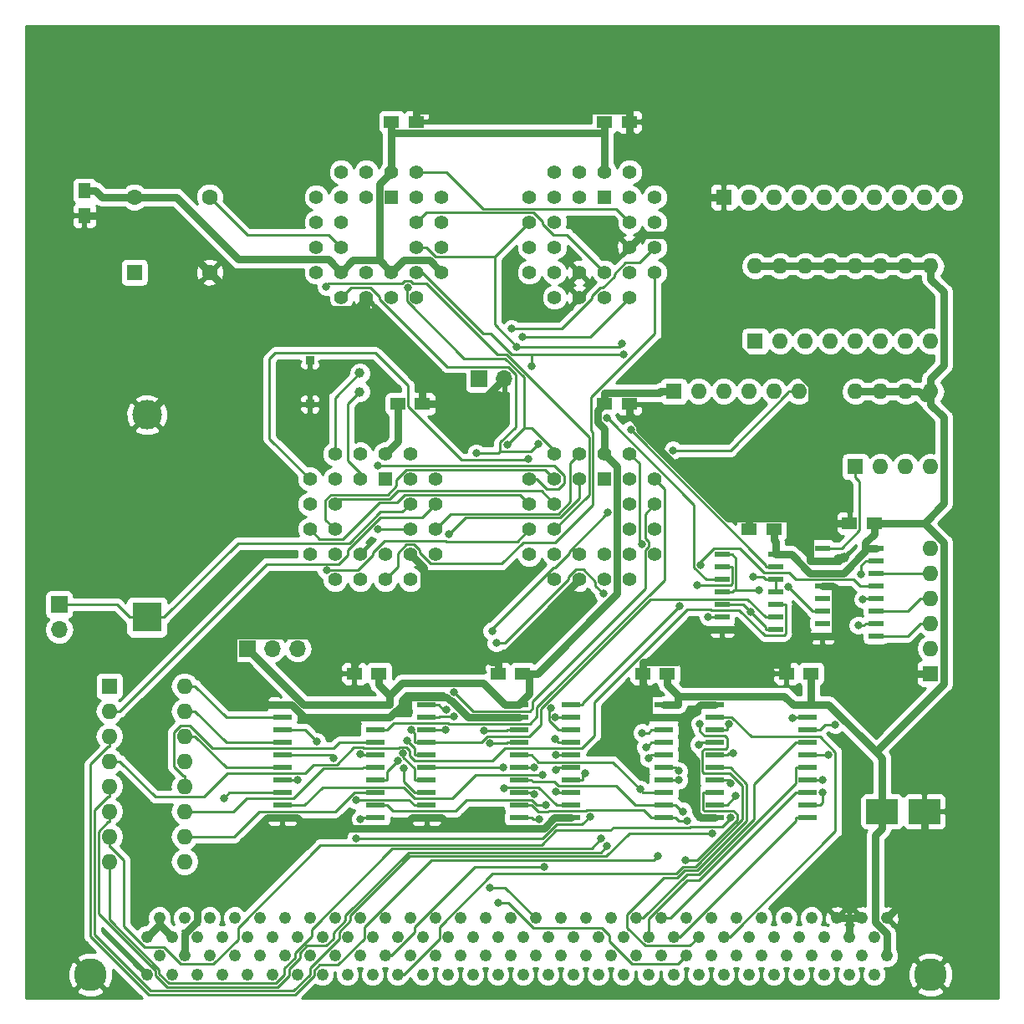
<source format=gbr>
G04 #@! TF.GenerationSoftware,KiCad,Pcbnew,(5.0.2)-1*
G04 #@! TF.CreationDate,2019-01-03T08:26:54-07:00*
G04 #@! TF.ProjectId,PPR Board,50505220-426f-4617-9264-2e6b69636164,rev?*
G04 #@! TF.SameCoordinates,Original*
G04 #@! TF.FileFunction,Copper,L1,Top*
G04 #@! TF.FilePolarity,Positive*
%FSLAX46Y46*%
G04 Gerber Fmt 4.6, Leading zero omitted, Abs format (unit mm)*
G04 Created by KiCad (PCBNEW (5.0.2)-1) date 1/3/2019 8:26:54 AM*
%MOMM*%
%LPD*%
G01*
G04 APERTURE LIST*
G04 #@! TA.AperFunction,ComponentPad*
%ADD10C,3.000000*%
G04 #@! TD*
G04 #@! TA.AperFunction,ComponentPad*
%ADD11R,3.000000X3.000000*%
G04 #@! TD*
G04 #@! TA.AperFunction,ComponentPad*
%ADD12O,1.600000X1.600000*%
G04 #@! TD*
G04 #@! TA.AperFunction,ComponentPad*
%ADD13R,1.600000X1.600000*%
G04 #@! TD*
G04 #@! TA.AperFunction,SMDPad,CuDef*
%ADD14R,1.500000X1.250000*%
G04 #@! TD*
G04 #@! TA.AperFunction,SMDPad,CuDef*
%ADD15R,1.250000X1.500000*%
G04 #@! TD*
G04 #@! TA.AperFunction,SMDPad,CuDef*
%ADD16R,3.200000X2.500000*%
G04 #@! TD*
G04 #@! TA.AperFunction,ComponentPad*
%ADD17C,1.000000*%
G04 #@! TD*
G04 #@! TA.AperFunction,SMDPad,CuDef*
%ADD18R,1.500000X0.600000*%
G04 #@! TD*
G04 #@! TA.AperFunction,SMDPad,CuDef*
%ADD19R,1.950000X0.600000*%
G04 #@! TD*
G04 #@! TA.AperFunction,ComponentPad*
%ADD20C,1.600000*%
G04 #@! TD*
G04 #@! TA.AperFunction,ComponentPad*
%ADD21R,0.850000X0.850000*%
G04 #@! TD*
G04 #@! TA.AperFunction,ComponentPad*
%ADD22R,1.700000X1.700000*%
G04 #@! TD*
G04 #@! TA.AperFunction,ComponentPad*
%ADD23O,1.700000X1.700000*%
G04 #@! TD*
G04 #@! TA.AperFunction,ComponentPad*
%ADD24C,1.219200*%
G04 #@! TD*
G04 #@! TA.AperFunction,ComponentPad*
%ADD25C,3.314700*%
G04 #@! TD*
G04 #@! TA.AperFunction,ComponentPad*
%ADD26R,1.397000X1.397000*%
G04 #@! TD*
G04 #@! TA.AperFunction,ComponentPad*
%ADD27C,1.397000*%
G04 #@! TD*
G04 #@! TA.AperFunction,ViaPad*
%ADD28C,0.800000*%
G04 #@! TD*
G04 #@! TA.AperFunction,ViaPad*
%ADD29C,1.000000*%
G04 #@! TD*
G04 #@! TA.AperFunction,Conductor*
%ADD30C,0.750000*%
G04 #@! TD*
G04 #@! TA.AperFunction,Conductor*
%ADD31C,0.250000*%
G04 #@! TD*
G04 #@! TA.AperFunction,Conductor*
%ADD32C,0.254000*%
G04 #@! TD*
G04 APERTURE END LIST*
D10*
G04 #@! TO.P,BT1,2*
G04 #@! TO.N,GND*
X33020000Y-60155000D03*
D11*
G04 #@! TO.P,BT1,1*
G04 #@! TO.N,Net-(BT1-Pad1)*
X33020000Y-80645000D03*
G04 #@! TD*
D12*
G04 #@! TO.P,SW2,8*
G04 #@! TO.N,+5V*
X104775000Y-57785000D03*
G04 #@! TO.P,SW2,4*
G04 #@! TO.N,Net-(RN3-Pad3)*
X112395000Y-65405000D03*
G04 #@! TO.P,SW2,7*
G04 #@! TO.N,+5V*
X107315000Y-57785000D03*
G04 #@! TO.P,SW2,3*
G04 #@! TO.N,Net-(RN3-Pad4)*
X109855000Y-65405000D03*
G04 #@! TO.P,SW2,6*
G04 #@! TO.N,+5V*
X109855000Y-57785000D03*
G04 #@! TO.P,SW2,2*
G04 #@! TO.N,Net-(RN3-Pad5)*
X107315000Y-65405000D03*
G04 #@! TO.P,SW2,5*
G04 #@! TO.N,+5V*
X112395000Y-57785000D03*
D13*
G04 #@! TO.P,SW2,1*
G04 #@! TO.N,Net-(RN3-Pad6)*
X104775000Y-65405000D03*
G04 #@! TD*
D12*
G04 #@! TO.P,SW1,16*
G04 #@! TO.N,+5V*
X94615000Y-45085000D03*
G04 #@! TO.P,SW1,8*
G04 #@! TO.N,Net-(RN2-Pad10)*
X112395000Y-52705000D03*
G04 #@! TO.P,SW1,15*
G04 #@! TO.N,+5V*
X97155000Y-45085000D03*
G04 #@! TO.P,SW1,7*
G04 #@! TO.N,Net-(RN2-Pad9)*
X109855000Y-52705000D03*
G04 #@! TO.P,SW1,14*
G04 #@! TO.N,+5V*
X99695000Y-45085000D03*
G04 #@! TO.P,SW1,6*
G04 #@! TO.N,Net-(RN2-Pad8)*
X107315000Y-52705000D03*
G04 #@! TO.P,SW1,13*
G04 #@! TO.N,+5V*
X102235000Y-45085000D03*
G04 #@! TO.P,SW1,5*
G04 #@! TO.N,Net-(RN2-Pad7)*
X104775000Y-52705000D03*
G04 #@! TO.P,SW1,12*
G04 #@! TO.N,+5V*
X104775000Y-45085000D03*
G04 #@! TO.P,SW1,4*
G04 #@! TO.N,Net-(RN2-Pad6)*
X102235000Y-52705000D03*
G04 #@! TO.P,SW1,11*
G04 #@! TO.N,+5V*
X107315000Y-45085000D03*
G04 #@! TO.P,SW1,3*
G04 #@! TO.N,Net-(RN2-Pad5)*
X99695000Y-52705000D03*
G04 #@! TO.P,SW1,10*
G04 #@! TO.N,+5V*
X109855000Y-45085000D03*
G04 #@! TO.P,SW1,2*
G04 #@! TO.N,Net-(RN2-Pad4)*
X97155000Y-52705000D03*
G04 #@! TO.P,SW1,9*
G04 #@! TO.N,+5V*
X112395000Y-45085000D03*
D13*
G04 #@! TO.P,SW1,1*
G04 #@! TO.N,Net-(RN2-Pad3)*
X94615000Y-52705000D03*
G04 #@! TD*
D14*
G04 #@! TO.P,C7,2*
G04 #@! TO.N,GND*
X94020000Y-71755000D03*
G04 #@! TO.P,C7,1*
G04 #@! TO.N,+5V*
X96520000Y-71755000D03*
G04 #@! TD*
D15*
G04 #@! TO.P,C2,1*
G04 #@! TO.N,+5V*
X26670000Y-37465000D03*
G04 #@! TO.P,C2,2*
G04 #@! TO.N,GND*
X26670000Y-39965000D03*
G04 #@! TD*
D14*
G04 #@! TO.P,C3,2*
G04 #@! TO.N,GND*
X60285000Y-30480000D03*
G04 #@! TO.P,C3,1*
G04 #@! TO.N,+5V*
X57785000Y-30480000D03*
G04 #@! TD*
G04 #@! TO.P,C4,1*
G04 #@! TO.N,+5V*
X79375000Y-30480000D03*
G04 #@! TO.P,C4,2*
G04 #@! TO.N,GND*
X81875000Y-30480000D03*
G04 #@! TD*
G04 #@! TO.P,C5,2*
G04 #@! TO.N,GND*
X60920000Y-59055000D03*
G04 #@! TO.P,C5,1*
G04 #@! TO.N,+5V*
X58420000Y-59055000D03*
G04 #@! TD*
G04 #@! TO.P,C8,1*
G04 #@! TO.N,+5V*
X106680000Y-71120000D03*
G04 #@! TO.P,C8,2*
G04 #@! TO.N,GND*
X104180000Y-71120000D03*
G04 #@! TD*
G04 #@! TO.P,C9,2*
G04 #@! TO.N,GND*
X54015000Y-86360000D03*
G04 #@! TO.P,C9,1*
G04 #@! TO.N,+5V*
X56515000Y-86360000D03*
G04 #@! TD*
G04 #@! TO.P,C10,1*
G04 #@! TO.N,+5V*
X71080000Y-86360000D03*
G04 #@! TO.P,C10,2*
G04 #@! TO.N,GND*
X68580000Y-86360000D03*
G04 #@! TD*
G04 #@! TO.P,C11,2*
G04 #@! TO.N,GND*
X83225000Y-86360000D03*
G04 #@! TO.P,C11,1*
G04 #@! TO.N,+5V*
X85725000Y-86360000D03*
G04 #@! TD*
G04 #@! TO.P,C12,1*
G04 #@! TO.N,+5V*
X100290000Y-86360000D03*
G04 #@! TO.P,C12,2*
G04 #@! TO.N,GND*
X97790000Y-86360000D03*
G04 #@! TD*
G04 #@! TO.P,C6,2*
G04 #@! TO.N,GND*
X81875000Y-59055000D03*
G04 #@! TO.P,C6,1*
G04 #@! TO.N,+5V*
X79375000Y-59055000D03*
G04 #@! TD*
D16*
G04 #@! TO.P,C1,2*
G04 #@! TO.N,GND*
X111760000Y-100330000D03*
G04 #@! TO.P,C1,1*
G04 #@! TO.N,+5V*
X107460000Y-100330000D03*
G04 #@! TD*
D17*
G04 #@! TO.P,Y1,2*
G04 #@! TO.N,Net-(U10-Pad3)*
X54582700Y-57827200D03*
G04 #@! TO.P,Y1,1*
G04 #@! TO.N,Net-(U10-Pad4)*
X54582700Y-55927200D03*
G04 #@! TD*
D12*
G04 #@! TO.P,J2,16*
G04 #@! TO.N,/~IRQ7*
X36830000Y-87630000D03*
G04 #@! TO.P,J2,8*
G04 #@! TO.N,Net-(J2-Pad8)*
X29210000Y-105410000D03*
G04 #@! TO.P,J2,15*
G04 #@! TO.N,/~IRQ6*
X36830000Y-90170000D03*
G04 #@! TO.P,J2,7*
G04 #@! TO.N,/PU1*
X29210000Y-102870000D03*
G04 #@! TO.P,J2,14*
G04 #@! TO.N,/~IRQ5*
X36830000Y-92710000D03*
G04 #@! TO.P,J2,6*
G04 #@! TO.N,Net-(J2-Pad6)*
X29210000Y-100330000D03*
G04 #@! TO.P,J2,13*
G04 #@! TO.N,/~IRQ4*
X36830000Y-95250000D03*
G04 #@! TO.P,J2,5*
G04 #@! TO.N,/PU2*
X29210000Y-97790000D03*
G04 #@! TO.P,J2,12*
G04 #@! TO.N,/~IRQ3*
X36830000Y-97790000D03*
G04 #@! TO.P,J2,4*
G04 #@! TO.N,Net-(J2-Pad4)*
X29210000Y-95250000D03*
G04 #@! TO.P,J2,11*
G04 #@! TO.N,/~IRQ2*
X36830000Y-100330000D03*
G04 #@! TO.P,J2,3*
G04 #@! TO.N,/PU3*
X29210000Y-92710000D03*
G04 #@! TO.P,J2,10*
G04 #@! TO.N,/~IRQ1*
X36830000Y-102870000D03*
G04 #@! TO.P,J2,2*
G04 #@! TO.N,/~RTCI*
X29210000Y-90170000D03*
G04 #@! TO.P,J2,9*
G04 #@! TO.N,/~IRQ0*
X36830000Y-105410000D03*
D13*
G04 #@! TO.P,J2,1*
G04 #@! TO.N,Net-(J2-Pad1)*
X29210000Y-87630000D03*
G04 #@! TD*
D18*
G04 #@! TO.P,U4,14*
G04 #@! TO.N,+5V*
X96680000Y-74295000D03*
G04 #@! TO.P,U4,13*
G04 #@! TO.N,/T2*
X96680000Y-75565000D03*
G04 #@! TO.P,U4,12*
G04 #@! TO.N,/PU3*
X96680000Y-76835000D03*
G04 #@! TO.P,U4,11*
X96680000Y-78105000D03*
G04 #@! TO.P,U4,10*
G04 #@! TO.N,Net-(J2-Pad4)*
X96680000Y-79375000D03*
G04 #@! TO.P,U4,9*
G04 #@! TO.N,/T1*
X96680000Y-80645000D03*
G04 #@! TO.P,U4,8*
G04 #@! TO.N,/PU2*
X96680000Y-81915000D03*
G04 #@! TO.P,U4,7*
G04 #@! TO.N,GND*
X91280000Y-81915000D03*
G04 #@! TO.P,U4,6*
G04 #@! TO.N,Net-(J2-Pad6)*
X91280000Y-80645000D03*
G04 #@! TO.P,U4,5*
G04 #@! TO.N,/PU2*
X91280000Y-79375000D03*
G04 #@! TO.P,U4,4*
G04 #@! TO.N,/PU1*
X91280000Y-78105000D03*
G04 #@! TO.P,U4,3*
G04 #@! TO.N,/T0*
X91280000Y-76835000D03*
G04 #@! TO.P,U4,2*
G04 #@! TO.N,Net-(J2-Pad8)*
X91280000Y-75565000D03*
G04 #@! TO.P,U4,1*
G04 #@! TO.N,/PU1*
X91280000Y-74295000D03*
G04 #@! TD*
G04 #@! TO.P,U9,16*
G04 #@! TO.N,+5V*
X106840000Y-73660000D03*
G04 #@! TO.P,U9,15*
G04 #@! TO.N,/A7*
X106840000Y-74930000D03*
G04 #@! TO.P,U9,14*
G04 #@! TO.N,Net-(RN3-Pad5)*
X106840000Y-76200000D03*
G04 #@! TO.P,U9,13*
G04 #@! TO.N,/A6*
X106840000Y-77470000D03*
G04 #@! TO.P,U9,12*
G04 #@! TO.N,/A5*
X106840000Y-78740000D03*
G04 #@! TO.P,U9,11*
G04 #@! TO.N,Net-(RN3-Pad4)*
X106840000Y-80010000D03*
G04 #@! TO.P,U9,10*
G04 #@! TO.N,/A4*
X106840000Y-81280000D03*
G04 #@! TO.P,U9,9*
G04 #@! TO.N,Net-(RN3-Pad3)*
X106840000Y-82550000D03*
G04 #@! TO.P,U9,8*
G04 #@! TO.N,GND*
X101440000Y-82550000D03*
G04 #@! TO.P,U9,7*
G04 #@! TO.N,Net-(U9-Pad7)*
X101440000Y-81280000D03*
G04 #@! TO.P,U9,6*
G04 #@! TO.N,/LOM*
X101440000Y-80010000D03*
G04 #@! TO.P,U9,5*
G04 #@! TO.N,Net-(U9-Pad5)*
X101440000Y-78740000D03*
G04 #@! TO.P,U9,4*
G04 #@! TO.N,GND*
X101440000Y-77470000D03*
G04 #@! TO.P,U9,3*
G04 #@! TO.N,+5V*
X101440000Y-76200000D03*
G04 #@! TO.P,U9,2*
G04 #@! TO.N,GND*
X101440000Y-74930000D03*
G04 #@! TO.P,U9,1*
G04 #@! TO.N,Net-(RN3-Pad6)*
X101440000Y-73660000D03*
G04 #@! TD*
D19*
G04 #@! TO.P,U8,1*
G04 #@! TO.N,GND*
X46735000Y-89535000D03*
G04 #@! TO.P,U8,2*
G04 #@! TO.N,/~IRQ7*
X46735000Y-90805000D03*
G04 #@! TO.P,U8,3*
G04 #@! TO.N,Net-(U6-Pad21)*
X46735000Y-92075000D03*
G04 #@! TO.P,U8,4*
G04 #@! TO.N,/~IRQ6*
X46735000Y-93345000D03*
G04 #@! TO.P,U8,5*
G04 #@! TO.N,Net-(U6-Pad20)*
X46735000Y-94615000D03*
G04 #@! TO.P,U8,6*
G04 #@! TO.N,/~IRQ5*
X46735000Y-95885000D03*
G04 #@! TO.P,U8,7*
G04 #@! TO.N,Net-(U6-Pad19)*
X46735000Y-97155000D03*
G04 #@! TO.P,U8,8*
G04 #@! TO.N,/~IRQ4*
X46735000Y-98425000D03*
G04 #@! TO.P,U8,9*
G04 #@! TO.N,Net-(U6-Pad18)*
X46735000Y-99695000D03*
G04 #@! TO.P,U8,10*
G04 #@! TO.N,GND*
X46735000Y-100965000D03*
G04 #@! TO.P,U8,11*
G04 #@! TO.N,/~IRQ0*
X56135000Y-100965000D03*
G04 #@! TO.P,U8,12*
G04 #@! TO.N,Net-(U6-Pad22)*
X56135000Y-99695000D03*
G04 #@! TO.P,U8,13*
G04 #@! TO.N,/~IRQ1*
X56135000Y-98425000D03*
G04 #@! TO.P,U8,14*
G04 #@! TO.N,Net-(U6-Pad23)*
X56135000Y-97155000D03*
G04 #@! TO.P,U8,15*
G04 #@! TO.N,/~IRQ2*
X56135000Y-95885000D03*
G04 #@! TO.P,U8,16*
G04 #@! TO.N,Net-(U6-Pad24)*
X56135000Y-94615000D03*
G04 #@! TO.P,U8,17*
G04 #@! TO.N,/~IRQ3*
X56135000Y-93345000D03*
G04 #@! TO.P,U8,18*
G04 #@! TO.N,Net-(U6-Pad25)*
X56135000Y-92075000D03*
G04 #@! TO.P,U8,19*
G04 #@! TO.N,GND*
X56135000Y-90805000D03*
G04 #@! TO.P,U8,20*
G04 #@! TO.N,+5V*
X56135000Y-89535000D03*
G04 #@! TD*
G04 #@! TO.P,U7,20*
G04 #@! TO.N,+5V*
X99950000Y-89535000D03*
G04 #@! TO.P,U7,19*
G04 #@! TO.N,/~HIM*
X99950000Y-90805000D03*
G04 #@! TO.P,U7,18*
G04 #@! TO.N,Net-(RN2-Pad10)*
X99950000Y-92075000D03*
G04 #@! TO.P,U7,17*
G04 #@! TO.N,/A8*
X99950000Y-93345000D03*
G04 #@! TO.P,U7,16*
G04 #@! TO.N,Net-(RN2-Pad9)*
X99950000Y-94615000D03*
G04 #@! TO.P,U7,15*
G04 #@! TO.N,/A9*
X99950000Y-95885000D03*
G04 #@! TO.P,U7,14*
G04 #@! TO.N,Net-(RN2-Pad8)*
X99950000Y-97155000D03*
G04 #@! TO.P,U7,13*
G04 #@! TO.N,/A10*
X99950000Y-98425000D03*
G04 #@! TO.P,U7,12*
G04 #@! TO.N,Net-(RN2-Pad7)*
X99950000Y-99695000D03*
G04 #@! TO.P,U7,11*
G04 #@! TO.N,/A11*
X99950000Y-100965000D03*
G04 #@! TO.P,U7,10*
G04 #@! TO.N,GND*
X90550000Y-100965000D03*
G04 #@! TO.P,U7,9*
G04 #@! TO.N,Net-(RN2-Pad6)*
X90550000Y-99695000D03*
G04 #@! TO.P,U7,8*
G04 #@! TO.N,/A12*
X90550000Y-98425000D03*
G04 #@! TO.P,U7,7*
G04 #@! TO.N,Net-(RN2-Pad5)*
X90550000Y-97155000D03*
G04 #@! TO.P,U7,6*
G04 #@! TO.N,/A13*
X90550000Y-95885000D03*
G04 #@! TO.P,U7,5*
G04 #@! TO.N,Net-(RN2-Pad4)*
X90550000Y-94615000D03*
G04 #@! TO.P,U7,4*
G04 #@! TO.N,/A14*
X90550000Y-93345000D03*
G04 #@! TO.P,U7,3*
G04 #@! TO.N,Net-(RN2-Pad3)*
X90550000Y-92075000D03*
G04 #@! TO.P,U7,2*
G04 #@! TO.N,/A15*
X90550000Y-90805000D03*
G04 #@! TO.P,U7,1*
G04 #@! TO.N,GND*
X90550000Y-89535000D03*
G04 #@! TD*
G04 #@! TO.P,U2,1*
G04 #@! TO.N,/DDIR*
X75945000Y-89535000D03*
G04 #@! TO.P,U2,2*
G04 #@! TO.N,/D0*
X75945000Y-90805000D03*
G04 #@! TO.P,U2,3*
G04 #@! TO.N,/D1*
X75945000Y-92075000D03*
G04 #@! TO.P,U2,4*
G04 #@! TO.N,/D2*
X75945000Y-93345000D03*
G04 #@! TO.P,U2,5*
G04 #@! TO.N,/D3*
X75945000Y-94615000D03*
G04 #@! TO.P,U2,6*
G04 #@! TO.N,/D4*
X75945000Y-95885000D03*
G04 #@! TO.P,U2,7*
G04 #@! TO.N,/D5*
X75945000Y-97155000D03*
G04 #@! TO.P,U2,8*
G04 #@! TO.N,/D6*
X75945000Y-98425000D03*
G04 #@! TO.P,U2,9*
G04 #@! TO.N,/D7*
X75945000Y-99695000D03*
G04 #@! TO.P,U2,10*
G04 #@! TO.N,GND*
X75945000Y-100965000D03*
G04 #@! TO.P,U2,11*
G04 #@! TO.N,/bD7*
X85345000Y-100965000D03*
G04 #@! TO.P,U2,12*
G04 #@! TO.N,/bD6*
X85345000Y-99695000D03*
G04 #@! TO.P,U2,13*
G04 #@! TO.N,/bD5*
X85345000Y-98425000D03*
G04 #@! TO.P,U2,14*
G04 #@! TO.N,/bD4*
X85345000Y-97155000D03*
G04 #@! TO.P,U2,15*
G04 #@! TO.N,/bD3*
X85345000Y-95885000D03*
G04 #@! TO.P,U2,16*
G04 #@! TO.N,/bD2*
X85345000Y-94615000D03*
G04 #@! TO.P,U2,17*
G04 #@! TO.N,/bD1*
X85345000Y-93345000D03*
G04 #@! TO.P,U2,18*
G04 #@! TO.N,/bD0*
X85345000Y-92075000D03*
G04 #@! TO.P,U2,19*
G04 #@! TO.N,GND*
X85345000Y-90805000D03*
G04 #@! TO.P,U2,20*
G04 #@! TO.N,+5V*
X85345000Y-89535000D03*
G04 #@! TD*
G04 #@! TO.P,U5,20*
G04 #@! TO.N,+5V*
X70740000Y-89535000D03*
G04 #@! TO.P,U5,19*
G04 #@! TO.N,GND*
X70740000Y-90805000D03*
G04 #@! TO.P,U5,18*
G04 #@! TO.N,/bD4*
X70740000Y-92075000D03*
G04 #@! TO.P,U5,17*
G04 #@! TO.N,/bA0*
X70740000Y-93345000D03*
G04 #@! TO.P,U5,16*
G04 #@! TO.N,/bD5*
X70740000Y-94615000D03*
G04 #@! TO.P,U5,15*
G04 #@! TO.N,/bA1*
X70740000Y-95885000D03*
G04 #@! TO.P,U5,14*
G04 #@! TO.N,/bD6*
X70740000Y-97155000D03*
G04 #@! TO.P,U5,13*
G04 #@! TO.N,/bA2*
X70740000Y-98425000D03*
G04 #@! TO.P,U5,12*
G04 #@! TO.N,/bD7*
X70740000Y-99695000D03*
G04 #@! TO.P,U5,11*
G04 #@! TO.N,/bA3*
X70740000Y-100965000D03*
G04 #@! TO.P,U5,10*
G04 #@! TO.N,GND*
X61340000Y-100965000D03*
G04 #@! TO.P,U5,9*
G04 #@! TO.N,/A3*
X61340000Y-99695000D03*
G04 #@! TO.P,U5,8*
G04 #@! TO.N,/SQW*
X61340000Y-98425000D03*
G04 #@! TO.P,U5,7*
G04 #@! TO.N,/A2*
X61340000Y-97155000D03*
G04 #@! TO.P,U5,6*
G04 #@! TO.N,/T2*
X61340000Y-95885000D03*
G04 #@! TO.P,U5,5*
G04 #@! TO.N,/A1*
X61340000Y-94615000D03*
G04 #@! TO.P,U5,4*
G04 #@! TO.N,/T1*
X61340000Y-93345000D03*
G04 #@! TO.P,U5,3*
G04 #@! TO.N,/A0*
X61340000Y-92075000D03*
G04 #@! TO.P,U5,2*
G04 #@! TO.N,/T0*
X61340000Y-90805000D03*
G04 #@! TO.P,U5,1*
G04 #@! TO.N,/~STS*
X61340000Y-89535000D03*
G04 #@! TD*
D20*
G04 #@! TO.P,X1,4*
G04 #@! TO.N,GND*
X39370000Y-45720000D03*
G04 #@! TO.P,X1,5*
G04 #@! TO.N,Net-(U1-Pad10)*
X39370000Y-38100000D03*
G04 #@! TO.P,X1,8*
G04 #@! TO.N,+5V*
X31750000Y-38100000D03*
D13*
G04 #@! TO.P,X1,1*
G04 #@! TO.N,Net-(X1-Pad1)*
X31750000Y-45720000D03*
G04 #@! TD*
D21*
G04 #@! TO.P,J5,1*
G04 #@! TO.N,GND*
X49530000Y-54610000D03*
G04 #@! TD*
G04 #@! TO.P,J4,1*
G04 #@! TO.N,GND*
X49530000Y-59055000D03*
G04 #@! TD*
D22*
G04 #@! TO.P,JP2,1*
G04 #@! TO.N,Net-(JP2-Pad1)*
X66675000Y-56515000D03*
D23*
G04 #@! TO.P,JP2,2*
G04 #@! TO.N,GND*
X69215000Y-56515000D03*
G04 #@! TD*
G04 #@! TO.P,JP1,2*
G04 #@! TO.N,/VBAT*
X24130000Y-81915000D03*
D22*
G04 #@! TO.P,JP1,1*
G04 #@! TO.N,Net-(BT1-Pad1)*
X24130000Y-79375000D03*
G04 #@! TD*
D23*
G04 #@! TO.P,J3,3*
G04 #@! TO.N,/~RESET*
X48260000Y-83820000D03*
G04 #@! TO.P,J3,2*
G04 #@! TO.N,Net-(J3-Pad2)*
X45720000Y-83820000D03*
D22*
G04 #@! TO.P,J3,1*
G04 #@! TO.N,+5V*
X43180000Y-83820000D03*
G04 #@! TD*
D12*
G04 #@! TO.P,RN2,10*
G04 #@! TO.N,Net-(RN2-Pad10)*
X114300000Y-38100000D03*
G04 #@! TO.P,RN2,9*
G04 #@! TO.N,Net-(RN2-Pad9)*
X111760000Y-38100000D03*
G04 #@! TO.P,RN2,8*
G04 #@! TO.N,Net-(RN2-Pad8)*
X109220000Y-38100000D03*
G04 #@! TO.P,RN2,7*
G04 #@! TO.N,Net-(RN2-Pad7)*
X106680000Y-38100000D03*
G04 #@! TO.P,RN2,6*
G04 #@! TO.N,Net-(RN2-Pad6)*
X104140000Y-38100000D03*
G04 #@! TO.P,RN2,5*
G04 #@! TO.N,Net-(RN2-Pad5)*
X101600000Y-38100000D03*
G04 #@! TO.P,RN2,4*
G04 #@! TO.N,Net-(RN2-Pad4)*
X99060000Y-38100000D03*
G04 #@! TO.P,RN2,3*
G04 #@! TO.N,Net-(RN2-Pad3)*
X96520000Y-38100000D03*
G04 #@! TO.P,RN2,2*
G04 #@! TO.N,Net-(RN2-Pad2)*
X93980000Y-38100000D03*
D13*
G04 #@! TO.P,RN2,1*
G04 #@! TO.N,GND*
X91440000Y-38100000D03*
G04 #@! TD*
G04 #@! TO.P,RN3,1*
G04 #@! TO.N,GND*
X112395000Y-86360000D03*
D12*
G04 #@! TO.P,RN3,2*
G04 #@! TO.N,Net-(RN3-Pad2)*
X112395000Y-83820000D03*
G04 #@! TO.P,RN3,3*
G04 #@! TO.N,Net-(RN3-Pad3)*
X112395000Y-81280000D03*
G04 #@! TO.P,RN3,4*
G04 #@! TO.N,Net-(RN3-Pad4)*
X112395000Y-78740000D03*
G04 #@! TO.P,RN3,5*
G04 #@! TO.N,Net-(RN3-Pad5)*
X112395000Y-76200000D03*
G04 #@! TO.P,RN3,6*
G04 #@! TO.N,Net-(RN3-Pad6)*
X112395000Y-73660000D03*
G04 #@! TD*
G04 #@! TO.P,RN1,6*
G04 #@! TO.N,/PU0*
X99060000Y-57785000D03*
G04 #@! TO.P,RN1,5*
G04 #@! TO.N,/PU1*
X96520000Y-57785000D03*
G04 #@! TO.P,RN1,4*
G04 #@! TO.N,/PU2*
X93980000Y-57785000D03*
G04 #@! TO.P,RN1,3*
G04 #@! TO.N,/PU3*
X91440000Y-57785000D03*
G04 #@! TO.P,RN1,2*
G04 #@! TO.N,Net-(RN1-Pad2)*
X88900000Y-57785000D03*
D13*
G04 #@! TO.P,RN1,1*
G04 #@! TO.N,+5V*
X86360000Y-57785000D03*
G04 #@! TD*
D24*
G04 #@! TO.P,J1,1*
G04 #@! TO.N,GND*
X107950000Y-111125000D03*
G04 #@! TO.P,J1,2*
X106680000Y-113030000D03*
G04 #@! TO.P,J1,3*
X105410000Y-111125000D03*
G04 #@! TO.P,J1,4*
X104140000Y-113030000D03*
G04 #@! TO.P,J1,5*
X102870000Y-111125000D03*
G04 #@! TO.P,J1,6*
G04 #@! TO.N,Net-(J1-Pad6)*
X101600000Y-113030000D03*
G04 #@! TO.P,J1,7*
G04 #@! TO.N,Net-(J1-Pad7)*
X100330000Y-111125000D03*
G04 #@! TO.P,J1,8*
G04 #@! TO.N,Net-(J1-Pad8)*
X99060000Y-113030000D03*
G04 #@! TO.P,J1,9*
G04 #@! TO.N,Net-(J1-Pad9)*
X97790000Y-111125000D03*
G04 #@! TO.P,J1,10*
G04 #@! TO.N,Net-(J1-Pad10)*
X96520000Y-113030000D03*
G04 #@! TO.P,J1,11*
G04 #@! TO.N,Net-(J1-Pad11)*
X95250000Y-111125000D03*
G04 #@! TO.P,J1,12*
G04 #@! TO.N,Net-(J1-Pad12)*
X93980000Y-113030000D03*
G04 #@! TO.P,J1,13*
G04 #@! TO.N,Net-(J1-Pad13)*
X92710000Y-111125000D03*
G04 #@! TO.P,J1,14*
G04 #@! TO.N,/A15*
X91440000Y-113030000D03*
G04 #@! TO.P,J1,15*
G04 #@! TO.N,/A14*
X90170000Y-111125000D03*
G04 #@! TO.P,J1,16*
G04 #@! TO.N,/A13*
X88900000Y-113030000D03*
G04 #@! TO.P,J1,17*
G04 #@! TO.N,/A12*
X87630000Y-111125000D03*
G04 #@! TO.P,J1,18*
G04 #@! TO.N,/A11*
X86360000Y-113030000D03*
G04 #@! TO.P,J1,19*
G04 #@! TO.N,/A10*
X85090000Y-111125000D03*
G04 #@! TO.P,J1,20*
G04 #@! TO.N,/A9*
X83820000Y-113030000D03*
G04 #@! TO.P,J1,21*
G04 #@! TO.N,/A8*
X82550000Y-111125000D03*
G04 #@! TO.P,J1,22*
G04 #@! TO.N,/A7*
X81280000Y-113030000D03*
G04 #@! TO.P,J1,23*
G04 #@! TO.N,/A6*
X80010000Y-111125000D03*
G04 #@! TO.P,J1,24*
G04 #@! TO.N,/A5*
X78740000Y-113030000D03*
G04 #@! TO.P,J1,25*
G04 #@! TO.N,/A4*
X77470000Y-111125000D03*
G04 #@! TO.P,J1,26*
G04 #@! TO.N,/bA3*
X76200000Y-113030000D03*
G04 #@! TO.P,J1,27*
G04 #@! TO.N,/bA2*
X74930000Y-111125000D03*
G04 #@! TO.P,J1,28*
G04 #@! TO.N,/bA1*
X73660000Y-113030000D03*
G04 #@! TO.P,J1,29*
G04 #@! TO.N,/bA0*
X72390000Y-111125000D03*
G04 #@! TO.P,J1,30*
G04 #@! TO.N,/~IOR*
X71120000Y-113030000D03*
G04 #@! TO.P,J1,31*
G04 #@! TO.N,/~IOW*
X69850000Y-111125000D03*
G04 #@! TO.P,J1,32*
G04 #@! TO.N,Net-(J1-Pad32)*
X68580000Y-113030000D03*
G04 #@! TO.P,J1,33*
G04 #@! TO.N,Net-(J1-Pad33)*
X67310000Y-111125000D03*
G04 #@! TO.P,J1,34*
G04 #@! TO.N,Net-(J1-Pad34)*
X66040000Y-113030000D03*
G04 #@! TO.P,J1,35*
G04 #@! TO.N,Net-(J1-Pad35)*
X64770000Y-111125000D03*
G04 #@! TO.P,J1,36*
G04 #@! TO.N,Net-(J1-Pad36)*
X63500000Y-113030000D03*
G04 #@! TO.P,J1,37*
G04 #@! TO.N,Net-(J1-Pad37)*
X62230000Y-111125000D03*
G04 #@! TO.P,J1,38*
G04 #@! TO.N,Net-(J1-Pad38)*
X60960000Y-113030000D03*
G04 #@! TO.P,J1,39*
G04 #@! TO.N,Net-(J1-Pad39)*
X59690000Y-111125000D03*
G04 #@! TO.P,J1,40*
G04 #@! TO.N,Net-(J1-Pad40)*
X58420000Y-113030000D03*
G04 #@! TO.P,J1,41*
G04 #@! TO.N,Net-(J1-Pad41)*
X57150000Y-111125000D03*
G04 #@! TO.P,J1,42*
G04 #@! TO.N,Net-(J1-Pad42)*
X55880000Y-113030000D03*
G04 #@! TO.P,J1,43*
G04 #@! TO.N,Net-(J1-Pad43)*
X54610000Y-111125000D03*
G04 #@! TO.P,J1,44*
G04 #@! TO.N,Net-(J1-Pad44)*
X53340000Y-113030000D03*
G04 #@! TO.P,J1,45*
G04 #@! TO.N,Net-(J1-Pad45)*
X52070000Y-111125000D03*
G04 #@! TO.P,J1,46*
G04 #@! TO.N,Net-(J1-Pad46)*
X50800000Y-113030000D03*
G04 #@! TO.P,J1,47*
G04 #@! TO.N,Net-(J1-Pad47)*
X49530000Y-111125000D03*
G04 #@! TO.P,J1,48*
G04 #@! TO.N,Net-(J1-Pad48)*
X48260000Y-113030000D03*
G04 #@! TO.P,J1,49*
G04 #@! TO.N,Net-(J1-Pad49)*
X46990000Y-111125000D03*
G04 #@! TO.P,J1,50*
G04 #@! TO.N,Net-(J1-Pad50)*
X45720000Y-113030000D03*
G04 #@! TO.P,J1,51*
G04 #@! TO.N,Net-(J1-Pad51)*
X44450000Y-111125000D03*
G04 #@! TO.P,J1,52*
G04 #@! TO.N,Net-(J1-Pad52)*
X43180000Y-113030000D03*
G04 #@! TO.P,J1,53*
G04 #@! TO.N,Net-(J1-Pad53)*
X41910000Y-111125000D03*
G04 #@! TO.P,J1,54*
G04 #@! TO.N,Net-(J1-Pad54)*
X40640000Y-113030000D03*
G04 #@! TO.P,J1,55*
G04 #@! TO.N,/VBAT*
X39370000Y-111125000D03*
G04 #@! TO.P,J1,56*
G04 #@! TO.N,Net-(J1-Pad56)*
X38100000Y-113030000D03*
G04 #@! TO.P,J1,57*
G04 #@! TO.N,Net-(J1-Pad57)*
X36830000Y-111125000D03*
G04 #@! TO.P,J1,58*
G04 #@! TO.N,+5V*
X35560000Y-113030000D03*
G04 #@! TO.P,J1,59*
X34290000Y-111125000D03*
G04 #@! TO.P,J1,60*
X33020000Y-113030000D03*
G04 #@! TO.P,J1,61*
X107950000Y-114935000D03*
G04 #@! TO.P,J1,62*
X106680000Y-116840000D03*
G04 #@! TO.P,J1,63*
G04 #@! TO.N,Net-(J1-Pad63)*
X105410000Y-114935000D03*
G04 #@! TO.P,J1,64*
G04 #@! TO.N,Net-(J1-Pad64)*
X104140000Y-116840000D03*
G04 #@! TO.P,J1,65*
G04 #@! TO.N,Net-(J1-Pad65)*
X102870000Y-114935000D03*
G04 #@! TO.P,J1,66*
G04 #@! TO.N,Net-(J1-Pad66)*
X101600000Y-116840000D03*
G04 #@! TO.P,J1,67*
G04 #@! TO.N,Net-(J1-Pad67)*
X100330000Y-114935000D03*
G04 #@! TO.P,J1,68*
G04 #@! TO.N,Net-(J1-Pad68)*
X99060000Y-116840000D03*
G04 #@! TO.P,J1,69*
G04 #@! TO.N,Net-(J1-Pad69)*
X97790000Y-114935000D03*
G04 #@! TO.P,J1,70*
G04 #@! TO.N,Net-(J1-Pad70)*
X96520000Y-116840000D03*
G04 #@! TO.P,J1,71*
G04 #@! TO.N,Net-(J1-Pad71)*
X95250000Y-114935000D03*
G04 #@! TO.P,J1,72*
G04 #@! TO.N,Net-(J1-Pad72)*
X93980000Y-116840000D03*
G04 #@! TO.P,J1,73*
G04 #@! TO.N,Net-(J1-Pad73)*
X92710000Y-114935000D03*
G04 #@! TO.P,J1,74*
G04 #@! TO.N,/bD7*
X91440000Y-116840000D03*
G04 #@! TO.P,J1,75*
G04 #@! TO.N,/bD6*
X90170000Y-114935000D03*
G04 #@! TO.P,J1,76*
G04 #@! TO.N,/bD5*
X88900000Y-116840000D03*
G04 #@! TO.P,J1,77*
G04 #@! TO.N,/bD4*
X87630000Y-114935000D03*
G04 #@! TO.P,J1,78*
G04 #@! TO.N,/bD3*
X86360000Y-116840000D03*
G04 #@! TO.P,J1,79*
G04 #@! TO.N,/bD2*
X85090000Y-114935000D03*
G04 #@! TO.P,J1,80*
G04 #@! TO.N,/bD1*
X83820000Y-116840000D03*
G04 #@! TO.P,J1,81*
G04 #@! TO.N,/bD0*
X82550000Y-114935000D03*
G04 #@! TO.P,J1,82*
G04 #@! TO.N,Net-(J1-Pad82)*
X81280000Y-116840000D03*
G04 #@! TO.P,J1,83*
G04 #@! TO.N,Net-(J1-Pad83)*
X80010000Y-114935000D03*
G04 #@! TO.P,J1,84*
G04 #@! TO.N,Net-(J1-Pad84)*
X78740000Y-116840000D03*
G04 #@! TO.P,J1,85*
G04 #@! TO.N,Net-(J1-Pad85)*
X77470000Y-114935000D03*
G04 #@! TO.P,J1,86*
G04 #@! TO.N,Net-(J1-Pad86)*
X76200000Y-116840000D03*
G04 #@! TO.P,J1,87*
G04 #@! TO.N,Net-(J1-Pad87)*
X74930000Y-114935000D03*
G04 #@! TO.P,J1,88*
G04 #@! TO.N,Net-(J1-Pad88)*
X73660000Y-116840000D03*
G04 #@! TO.P,J1,89*
G04 #@! TO.N,Net-(J1-Pad89)*
X72390000Y-114935000D03*
G04 #@! TO.P,J1,90*
G04 #@! TO.N,/~AEN*
X71120000Y-116840000D03*
G04 #@! TO.P,J1,91*
G04 #@! TO.N,Net-(J1-Pad91)*
X69850000Y-114935000D03*
G04 #@! TO.P,J1,92*
G04 #@! TO.N,Net-(J1-Pad92)*
X68580000Y-116840000D03*
G04 #@! TO.P,J1,93*
G04 #@! TO.N,Net-(J1-Pad93)*
X67310000Y-114935000D03*
G04 #@! TO.P,J1,94*
G04 #@! TO.N,Net-(J1-Pad94)*
X66040000Y-116840000D03*
G04 #@! TO.P,J1,95*
G04 #@! TO.N,Net-(J1-Pad95)*
X64770000Y-114935000D03*
G04 #@! TO.P,J1,96*
G04 #@! TO.N,Net-(J1-Pad96)*
X63500000Y-116840000D03*
G04 #@! TO.P,J1,97*
G04 #@! TO.N,Net-(J1-Pad97)*
X62230000Y-114935000D03*
G04 #@! TO.P,J1,98*
G04 #@! TO.N,Net-(J1-Pad98)*
X60960000Y-116840000D03*
G04 #@! TO.P,J1,99*
G04 #@! TO.N,Net-(J1-Pad99)*
X59690000Y-114935000D03*
G04 #@! TO.P,J1,100*
G04 #@! TO.N,/~INT*
X58420000Y-116840000D03*
G04 #@! TO.P,J1,101*
G04 #@! TO.N,/~INTA*
X57150000Y-114935000D03*
G04 #@! TO.P,J1,102*
G04 #@! TO.N,/~IRQ7*
X55880000Y-116840000D03*
G04 #@! TO.P,J1,103*
G04 #@! TO.N,/~IRQ6*
X54610000Y-114935000D03*
G04 #@! TO.P,J1,104*
G04 #@! TO.N,/~IRQ5*
X53340000Y-116840000D03*
G04 #@! TO.P,J1,105*
G04 #@! TO.N,/~IRQ4*
X52070000Y-114935000D03*
G04 #@! TO.P,J1,106*
G04 #@! TO.N,/~IRQ3*
X50800000Y-116840000D03*
G04 #@! TO.P,J1,107*
G04 #@! TO.N,/~IRQ2*
X49530000Y-114935000D03*
G04 #@! TO.P,J1,108*
G04 #@! TO.N,/~IRQ1*
X48260000Y-116840000D03*
G04 #@! TO.P,J1,109*
G04 #@! TO.N,/~IRQ0*
X46990000Y-114935000D03*
G04 #@! TO.P,J1,110*
G04 #@! TO.N,Net-(J1-Pad110)*
X45720000Y-116840000D03*
G04 #@! TO.P,J1,111*
G04 #@! TO.N,Net-(J1-Pad111)*
X44450000Y-114935000D03*
G04 #@! TO.P,J1,112*
G04 #@! TO.N,Net-(J1-Pad112)*
X43180000Y-116840000D03*
G04 #@! TO.P,J1,113*
G04 #@! TO.N,Net-(J1-Pad113)*
X41910000Y-114935000D03*
G04 #@! TO.P,J1,114*
G04 #@! TO.N,Net-(J1-Pad114)*
X40640000Y-116840000D03*
G04 #@! TO.P,J1,115*
G04 #@! TO.N,/~RESET*
X39370000Y-114935000D03*
G04 #@! TO.P,J1,116*
G04 #@! TO.N,GND*
X38100000Y-116840000D03*
G04 #@! TO.P,J1,117*
X36830000Y-114935000D03*
G04 #@! TO.P,J1,118*
X35560000Y-116840000D03*
G04 #@! TO.P,J1,119*
X34290000Y-114935000D03*
G04 #@! TO.P,J1,120*
X33020000Y-116840000D03*
D25*
G04 #@! TO.P,J1,121*
X112395000Y-116840000D03*
G04 #@! TO.P,J1,122*
X27305000Y-116840000D03*
G04 #@! TD*
D26*
G04 #@! TO.P,U3,1*
G04 #@! TO.N,+5V*
X79375000Y-38100000D03*
D27*
G04 #@! TO.P,U3,2*
G04 #@! TO.N,/~HIM*
X76835000Y-35560000D03*
G04 #@! TO.P,U3,3*
G04 #@! TO.N,/LOM*
X76835000Y-38100000D03*
G04 #@! TO.P,U3,4*
G04 #@! TO.N,/A3*
X74295000Y-35560000D03*
G04 #@! TO.P,U3,5*
G04 #@! TO.N,/A2*
X71755000Y-38100000D03*
G04 #@! TO.P,U3,6*
G04 #@! TO.N,/A1*
X74295000Y-38100000D03*
G04 #@! TO.P,U3,7*
G04 #@! TO.N,/A0*
X71755000Y-40640000D03*
G04 #@! TO.P,U3,8*
G04 #@! TO.N,GND*
X74295000Y-40640000D03*
G04 #@! TO.P,U3,9*
G04 #@! TO.N,/~AEN*
X71755000Y-43180000D03*
G04 #@! TO.P,U3,10*
G04 #@! TO.N,/~IOR*
X74295000Y-43180000D03*
G04 #@! TO.P,U3,11*
G04 #@! TO.N,/~IOW*
X71755000Y-45720000D03*
G04 #@! TO.P,U3,12*
G04 #@! TO.N,/INT*
X74295000Y-48260000D03*
G04 #@! TO.P,U3,13*
G04 #@! TO.N,Net-(U3-Pad13)*
X74295000Y-45720000D03*
G04 #@! TO.P,U3,14*
G04 #@! TO.N,GND*
X76835000Y-48260000D03*
G04 #@! TO.P,U3,15*
X76835000Y-45720000D03*
G04 #@! TO.P,U3,16*
G04 #@! TO.N,Net-(U3-Pad16)*
X79375000Y-48260000D03*
G04 #@! TO.P,U3,17*
G04 #@! TO.N,/~PIT_CS*
X79375000Y-45720000D03*
G04 #@! TO.P,U3,18*
G04 #@! TO.N,/RTC_AS*
X81915000Y-48260000D03*
G04 #@! TO.P,U3,19*
G04 #@! TO.N,/~RTC_CS*
X84455000Y-45720000D03*
G04 #@! TO.P,U3,20*
G04 #@! TO.N,/~PIC_CS*
X81915000Y-45720000D03*
G04 #@! TO.P,U3,21*
G04 #@! TO.N,/~STS*
X84455000Y-43180000D03*
G04 #@! TO.P,U3,22*
G04 #@! TO.N,GND*
X81915000Y-43180000D03*
G04 #@! TO.P,U3,23*
G04 #@! TO.N,/~WR*
X84455000Y-40640000D03*
G04 #@! TO.P,U3,24*
G04 #@! TO.N,/~RD*
X81915000Y-40640000D03*
G04 #@! TO.P,U3,25*
G04 #@! TO.N,/DDIR*
X84455000Y-38100000D03*
G04 #@! TO.P,U3,26*
G04 #@! TO.N,/~INT*
X81915000Y-35560000D03*
G04 #@! TO.P,U3,27*
G04 #@! TO.N,Net-(U3-Pad27)*
X81915000Y-38100000D03*
G04 #@! TO.P,U3,28*
G04 #@! TO.N,+5V*
X79375000Y-35560000D03*
G04 #@! TD*
G04 #@! TO.P,U6,28*
G04 #@! TO.N,+5V*
X79375000Y-64135000D03*
G04 #@! TO.P,U6,27*
G04 #@! TO.N,/A0*
X81915000Y-66675000D03*
G04 #@! TO.P,U6,26*
G04 #@! TO.N,/~INTA*
X81915000Y-64135000D03*
G04 #@! TO.P,U6,25*
G04 #@! TO.N,Net-(U6-Pad25)*
X84455000Y-66675000D03*
G04 #@! TO.P,U6,24*
G04 #@! TO.N,Net-(U6-Pad24)*
X81915000Y-69215000D03*
G04 #@! TO.P,U6,23*
G04 #@! TO.N,Net-(U6-Pad23)*
X84455000Y-69215000D03*
G04 #@! TO.P,U6,22*
G04 #@! TO.N,Net-(U6-Pad22)*
X81915000Y-71755000D03*
G04 #@! TO.P,U6,21*
G04 #@! TO.N,Net-(U6-Pad21)*
X84455000Y-71755000D03*
G04 #@! TO.P,U6,20*
G04 #@! TO.N,Net-(U6-Pad20)*
X81915000Y-74295000D03*
G04 #@! TO.P,U6,19*
G04 #@! TO.N,Net-(U6-Pad19)*
X84455000Y-74295000D03*
G04 #@! TO.P,U6,18*
G04 #@! TO.N,Net-(U6-Pad18)*
X81915000Y-76835000D03*
G04 #@! TO.P,U6,17*
G04 #@! TO.N,/INT*
X79375000Y-74295000D03*
G04 #@! TO.P,U6,16*
G04 #@! TO.N,/PU0*
X79375000Y-76835000D03*
G04 #@! TO.P,U6,15*
G04 #@! TO.N,Net-(U6-Pad15)*
X76835000Y-74295000D03*
G04 #@! TO.P,U6,14*
G04 #@! TO.N,GND*
X76835000Y-76835000D03*
G04 #@! TO.P,U6,13*
G04 #@! TO.N,Net-(U6-Pad13)*
X74295000Y-74295000D03*
G04 #@! TO.P,U6,12*
G04 #@! TO.N,Net-(U6-Pad12)*
X74295000Y-76835000D03*
G04 #@! TO.P,U6,11*
G04 #@! TO.N,/D0*
X71755000Y-74295000D03*
G04 #@! TO.P,U6,10*
G04 #@! TO.N,/D1*
X74295000Y-71755000D03*
G04 #@! TO.P,U6,9*
G04 #@! TO.N,/D2*
X71755000Y-71755000D03*
G04 #@! TO.P,U6,8*
G04 #@! TO.N,/D3*
X74295000Y-69215000D03*
G04 #@! TO.P,U6,7*
G04 #@! TO.N,/D4*
X71755000Y-69215000D03*
G04 #@! TO.P,U6,6*
G04 #@! TO.N,/D5*
X74295000Y-66675000D03*
G04 #@! TO.P,U6,5*
G04 #@! TO.N,/D6*
X71755000Y-66675000D03*
G04 #@! TO.P,U6,4*
G04 #@! TO.N,/D7*
X74295000Y-64135000D03*
G04 #@! TO.P,U6,3*
G04 #@! TO.N,/~WR*
X76835000Y-66675000D03*
G04 #@! TO.P,U6,2*
G04 #@! TO.N,/~RD*
X76835000Y-64135000D03*
D26*
G04 #@! TO.P,U6,1*
G04 #@! TO.N,/~PIC_CS*
X79375000Y-66675000D03*
G04 #@! TD*
G04 #@! TO.P,U1,1*
G04 #@! TO.N,Net-(U1-Pad1)*
X57785000Y-38100000D03*
D27*
G04 #@! TO.P,U1,2*
G04 #@! TO.N,/D7*
X55245000Y-35560000D03*
G04 #@! TO.P,U1,3*
G04 #@! TO.N,/D6*
X55245000Y-38100000D03*
G04 #@! TO.P,U1,4*
G04 #@! TO.N,/D5*
X52705000Y-35560000D03*
G04 #@! TO.P,U1,5*
G04 #@! TO.N,/D4*
X50165000Y-38100000D03*
G04 #@! TO.P,U1,6*
G04 #@! TO.N,/D3*
X52705000Y-38100000D03*
G04 #@! TO.P,U1,7*
G04 #@! TO.N,/D2*
X50165000Y-40640000D03*
G04 #@! TO.P,U1,8*
G04 #@! TO.N,/D1*
X52705000Y-40640000D03*
G04 #@! TO.P,U1,9*
G04 #@! TO.N,/D0*
X50165000Y-43180000D03*
G04 #@! TO.P,U1,10*
G04 #@! TO.N,Net-(U1-Pad10)*
X52705000Y-43180000D03*
G04 #@! TO.P,U1,11*
G04 #@! TO.N,Net-(U1-Pad11)*
X50165000Y-45720000D03*
G04 #@! TO.P,U1,12*
G04 #@! TO.N,/T0*
X52705000Y-48260000D03*
G04 #@! TO.P,U1,13*
G04 #@! TO.N,+5V*
X52705000Y-45720000D03*
G04 #@! TO.P,U1,14*
G04 #@! TO.N,GND*
X55245000Y-48260000D03*
G04 #@! TO.P,U1,15*
G04 #@! TO.N,Net-(U1-Pad15)*
X55245000Y-45720000D03*
G04 #@! TO.P,U1,16*
G04 #@! TO.N,/T1*
X57785000Y-48260000D03*
G04 #@! TO.P,U1,17*
G04 #@! TO.N,+5V*
X57785000Y-45720000D03*
G04 #@! TO.P,U1,18*
G04 #@! TO.N,Net-(U1-Pad10)*
X60325000Y-48260000D03*
G04 #@! TO.P,U1,19*
G04 #@! TO.N,+5V*
X62865000Y-45720000D03*
G04 #@! TO.P,U1,20*
G04 #@! TO.N,/T2*
X60325000Y-45720000D03*
G04 #@! TO.P,U1,21*
G04 #@! TO.N,Net-(U1-Pad10)*
X62865000Y-43180000D03*
G04 #@! TO.P,U1,22*
G04 #@! TO.N,/A0*
X60325000Y-43180000D03*
G04 #@! TO.P,U1,23*
G04 #@! TO.N,/A1*
X62865000Y-40640000D03*
G04 #@! TO.P,U1,24*
G04 #@! TO.N,/~PIT_CS*
X60325000Y-40640000D03*
G04 #@! TO.P,U1,25*
G04 #@! TO.N,Net-(U1-Pad25)*
X62865000Y-38100000D03*
G04 #@! TO.P,U1,26*
G04 #@! TO.N,/~RD*
X60325000Y-35560000D03*
G04 #@! TO.P,U1,27*
G04 #@! TO.N,/~WR*
X60325000Y-38100000D03*
G04 #@! TO.P,U1,28*
G04 #@! TO.N,+5V*
X57785000Y-35560000D03*
G04 #@! TD*
G04 #@! TO.P,U10,28*
G04 #@! TO.N,+5V*
X57150000Y-64135000D03*
G04 #@! TO.P,U10,27*
G04 #@! TO.N,/SQW*
X59690000Y-66675000D03*
G04 #@! TO.P,U10,26*
G04 #@! TO.N,N/C*
X59690000Y-64135000D03*
G04 #@! TO.P,U10,25*
G04 #@! TO.N,Net-(JP2-Pad1)*
X62230000Y-66675000D03*
G04 #@! TO.P,U10,24*
G04 #@! TO.N,Net-(BT1-Pad1)*
X59690000Y-69215000D03*
G04 #@! TO.P,U10,23*
G04 #@! TO.N,/~RTCI*
X62230000Y-69215000D03*
G04 #@! TO.P,U10,22*
G04 #@! TO.N,Net-(J3-Pad2)*
X59690000Y-71755000D03*
G04 #@! TO.P,U10,21*
G04 #@! TO.N,/~RD*
X62230000Y-71755000D03*
G04 #@! TO.P,U10,20*
G04 #@! TO.N,GND*
X59690000Y-74295000D03*
G04 #@! TO.P,U10,19*
G04 #@! TO.N,/~WR*
X62230000Y-74295000D03*
G04 #@! TO.P,U10,18*
G04 #@! TO.N,N/C*
X59690000Y-76835000D03*
G04 #@! TO.P,U10,17*
G04 #@! TO.N,/RTC_AS*
X57150000Y-74295000D03*
G04 #@! TO.P,U10,16*
G04 #@! TO.N,/~RTC_CS*
X57150000Y-76835000D03*
G04 #@! TO.P,U10,15*
G04 #@! TO.N,GND*
X54610000Y-74295000D03*
G04 #@! TO.P,U10,14*
G04 #@! TO.N,/D7*
X54610000Y-76835000D03*
G04 #@! TO.P,U10,13*
G04 #@! TO.N,N/C*
X52070000Y-74295000D03*
G04 #@! TO.P,U10,12*
G04 #@! TO.N,/D6*
X52070000Y-76835000D03*
G04 #@! TO.P,U10,11*
G04 #@! TO.N,N/C*
X49530000Y-74295000D03*
G04 #@! TO.P,U10,10*
G04 #@! TO.N,/D5*
X52070000Y-71755000D03*
G04 #@! TO.P,U10,9*
G04 #@! TO.N,/D4*
X49530000Y-71755000D03*
G04 #@! TO.P,U10,8*
G04 #@! TO.N,/D3*
X52070000Y-69215000D03*
G04 #@! TO.P,U10,7*
G04 #@! TO.N,/D2*
X49530000Y-69215000D03*
G04 #@! TO.P,U10,6*
G04 #@! TO.N,/D1*
X52070000Y-66675000D03*
G04 #@! TO.P,U10,5*
G04 #@! TO.N,/D0*
X49530000Y-66675000D03*
G04 #@! TO.P,U10,4*
G04 #@! TO.N,Net-(U10-Pad4)*
X52070000Y-64135000D03*
G04 #@! TO.P,U10,3*
G04 #@! TO.N,Net-(U10-Pad3)*
X54610000Y-66675000D03*
G04 #@! TO.P,U10,2*
G04 #@! TO.N,Net-(U10-Pad2)*
X54610000Y-64135000D03*
D26*
G04 #@! TO.P,U10,1*
G04 #@! TO.N,N/C*
X57150000Y-66675000D03*
G04 #@! TD*
D28*
G04 #@! TO.N,/SQW*
X59013200Y-95959500D03*
G04 #@! TO.N,Net-(J3-Pad2)*
X56398700Y-71755000D03*
D29*
G04 #@! TO.N,GND*
X103666700Y-74646500D03*
D28*
X49530000Y-52705000D03*
X49530000Y-50800000D03*
X51435000Y-51435000D03*
X118110000Y-21590000D03*
X116840000Y-21590000D03*
X118110000Y-22860000D03*
X116840000Y-22860000D03*
X21590000Y-21590000D03*
X22860000Y-21590000D03*
X22860000Y-22860000D03*
X21590000Y-22860000D03*
G04 #@! TO.N,/~WR*
X63565300Y-72271500D03*
G04 #@! TO.N,/RTC_AS*
X71074500Y-52263000D03*
G04 #@! TO.N,/D7*
X69149600Y-97997100D03*
X69490600Y-63172500D03*
X59428800Y-47247100D03*
G04 #@! TO.N,/D6*
X74435700Y-98344600D03*
X56446400Y-65314000D03*
G04 #@! TO.N,/D5*
X77410800Y-96445000D03*
G04 #@! TO.N,/D4*
X74412300Y-96156200D03*
G04 #@! TO.N,/D3*
X74441200Y-94602700D03*
G04 #@! TO.N,/D2*
X74364100Y-93014900D03*
X51204800Y-75918200D03*
G04 #@! TO.N,/D1*
X51167800Y-47155000D03*
X73892100Y-89895800D03*
G04 #@! TO.N,/D0*
X71689200Y-64632900D03*
X74396800Y-90805000D03*
G04 #@! TO.N,/T0*
X64150100Y-90719400D03*
X66380500Y-64043300D03*
X79586000Y-60498800D03*
X72696300Y-63105200D03*
G04 #@! TO.N,/T1*
X59768800Y-92041800D03*
G04 #@! TO.N,/T2*
X69085000Y-95885000D03*
X71951600Y-55193500D03*
X82024000Y-61688100D03*
X81325100Y-54064600D03*
G04 #@! TO.N,/A0*
X63296700Y-92076200D03*
X70467900Y-53254400D03*
X81164000Y-52933700D03*
G04 #@! TO.N,/A1*
X59333400Y-93157000D03*
G04 #@! TO.N,/~INTA*
X73230700Y-105929800D03*
X83182200Y-73254600D03*
G04 #@! TO.N,Net-(U6-Pad24)*
X54617100Y-94547700D03*
X67976300Y-82044000D03*
X79703200Y-70059500D03*
G04 #@! TO.N,Net-(U6-Pad23)*
X58437700Y-95223500D03*
X64124700Y-88230000D03*
G04 #@! TO.N,Net-(U6-Pad22)*
X73393800Y-99714700D03*
G04 #@! TO.N,Net-(U6-Pad21)*
X50222500Y-93251600D03*
G04 #@! TO.N,Net-(U6-Pad20)*
X51954300Y-94921300D03*
X68400600Y-83264200D03*
X79263300Y-78297100D03*
G04 #@! TO.N,Net-(U6-Pad19)*
X48290400Y-97155000D03*
X54182900Y-103047500D03*
X77872700Y-100826900D03*
G04 #@! TO.N,Net-(U6-Pad18)*
X73090200Y-96623800D03*
G04 #@! TO.N,/PU0*
X86295100Y-63744000D03*
G04 #@! TO.N,/~HIM*
X98440800Y-90884600D03*
G04 #@! TO.N,/LOM*
X97996400Y-77590000D03*
G04 #@! TO.N,/A3*
X54167200Y-99186300D03*
G04 #@! TO.N,/A2*
X58987500Y-94461700D03*
G04 #@! TO.N,/~STS*
X63330700Y-90002600D03*
X69920100Y-51411200D03*
G04 #@! TO.N,/DDIR*
X86947400Y-79541100D03*
G04 #@! TO.N,/~INT*
X89040800Y-91460200D03*
G04 #@! TO.N,/A14*
X88936900Y-93562700D03*
G04 #@! TO.N,/A12*
X87592400Y-105243900D03*
G04 #@! TO.N,/A7*
X105384000Y-76346200D03*
G04 #@! TO.N,/A6*
X89105400Y-75375900D03*
G04 #@! TO.N,/A5*
X105535800Y-78856400D03*
G04 #@! TO.N,/A4*
X105052800Y-81481600D03*
G04 #@! TO.N,/bA3*
X72767200Y-101125100D03*
G04 #@! TO.N,/bA2*
X72274300Y-98543300D03*
G04 #@! TO.N,/bA1*
X72263200Y-95885000D03*
G04 #@! TO.N,/bA0*
X67729100Y-93442500D03*
X67729100Y-108040500D03*
G04 #@! TO.N,/bD7*
X87749100Y-101281900D03*
G04 #@! TO.N,/bD6*
X87317300Y-100330000D03*
G04 #@! TO.N,/bD5*
X82968600Y-98111600D03*
G04 #@! TO.N,/bD4*
X67151000Y-92148900D03*
X68580100Y-109616100D03*
X86861100Y-97155000D03*
G04 #@! TO.N,/bD3*
X86882100Y-96206800D03*
G04 #@! TO.N,/bD2*
X83817000Y-94915700D03*
G04 #@! TO.N,/bD1*
X83554500Y-93819200D03*
G04 #@! TO.N,/bD0*
X83177100Y-92362300D03*
G04 #@! TO.N,/~IRQ4*
X40807600Y-98989000D03*
G04 #@! TO.N,/~IRQ0*
X54620800Y-101112600D03*
G04 #@! TO.N,/PU1*
X95045500Y-77916900D03*
X92116200Y-100924300D03*
G04 #@! TO.N,/PU2*
X90307200Y-102517100D03*
X94152800Y-80109200D03*
G04 #@! TO.N,/PU3*
X84729000Y-104851500D03*
X94421200Y-76588000D03*
G04 #@! TO.N,Net-(RN2-Pad10)*
X102737200Y-91521900D03*
G04 #@! TO.N,Net-(RN2-Pad9)*
X102082400Y-94615000D03*
G04 #@! TO.N,Net-(RN2-Pad8)*
X101469700Y-97155000D03*
G04 #@! TO.N,Net-(RN2-Pad7)*
X101456600Y-98409700D03*
G04 #@! TO.N,Net-(RN2-Pad6)*
X92682700Y-98758200D03*
G04 #@! TO.N,Net-(RN2-Pad5)*
X92154200Y-97445200D03*
G04 #@! TO.N,Net-(RN2-Pad4)*
X92428400Y-94411900D03*
G04 #@! TO.N,Net-(RN2-Pad3)*
X91989900Y-91463900D03*
G04 #@! TO.N,Net-(J2-Pad8)*
X79050100Y-103096000D03*
X88778800Y-77409500D03*
G04 #@! TO.N,Net-(J2-Pad6)*
X79635800Y-103821900D03*
X89881800Y-80588100D03*
G04 #@! TD*
D30*
G04 #@! TO.N,+5V*
X62865000Y-45720000D02*
X61635400Y-44490400D01*
X61635400Y-44490400D02*
X59014600Y-44490400D01*
X59014600Y-44490400D02*
X57785000Y-45720000D01*
X112395000Y-45085000D02*
X112395000Y-46387300D01*
X112395000Y-46387300D02*
X113707500Y-47699800D01*
X113707500Y-47699800D02*
X113707500Y-55170200D01*
X113707500Y-55170200D02*
X112395000Y-56482700D01*
X109855000Y-45085000D02*
X112395000Y-45085000D01*
X112395000Y-57785000D02*
X112395000Y-56482700D01*
X69262700Y-89535000D02*
X67055400Y-87327700D01*
X67055400Y-87327700D02*
X58869200Y-87327700D01*
X58869200Y-87327700D02*
X57612300Y-88584600D01*
X109855000Y-57785000D02*
X111157300Y-57785000D01*
X112395000Y-58436100D02*
X111808400Y-58436100D01*
X111808400Y-58436100D02*
X111157300Y-57785000D01*
X112395000Y-58436100D02*
X112395000Y-59087300D01*
X112395000Y-57785000D02*
X112395000Y-58436100D01*
X79375000Y-59055000D02*
X78683700Y-59746300D01*
X78683700Y-59746300D02*
X78683700Y-60872400D01*
X78683700Y-60872400D02*
X79375000Y-61563700D01*
X79375000Y-61563700D02*
X79375000Y-64135000D01*
X57150000Y-64135000D02*
X58420000Y-62865000D01*
X58420000Y-62865000D02*
X58420000Y-60182300D01*
X70606800Y-89535000D02*
X69262700Y-89535000D01*
X70740000Y-89535000D02*
X70606800Y-89535000D01*
X71746900Y-86360000D02*
X71746900Y-88394900D01*
X71746900Y-88394900D02*
X70606800Y-89535000D01*
X71746900Y-86360000D02*
X72332300Y-86360000D01*
X71080000Y-86360000D02*
X71746800Y-86360000D01*
X71746800Y-86360000D02*
X71746900Y-86360000D01*
X79375000Y-57927700D02*
X84915000Y-57927700D01*
X84915000Y-57927700D02*
X85057700Y-57785000D01*
X79375000Y-64135000D02*
X80627000Y-65387000D01*
X80627000Y-65387000D02*
X80627000Y-78283700D01*
X80627000Y-78283700D02*
X72550700Y-86360000D01*
X72550700Y-86360000D02*
X72332300Y-86360000D01*
X26670000Y-37465000D02*
X27797300Y-37465000D01*
X31750000Y-38100000D02*
X28432300Y-38100000D01*
X28432300Y-38100000D02*
X27797300Y-37465000D01*
X52705000Y-45720000D02*
X51402600Y-44417600D01*
X51402600Y-44417600D02*
X42306100Y-44417600D01*
X42306100Y-44417600D02*
X35988500Y-38100000D01*
X35988500Y-38100000D02*
X31750000Y-38100000D01*
X97155000Y-45085000D02*
X99695000Y-45085000D01*
X94615000Y-45085000D02*
X97155000Y-45085000D01*
X96520000Y-71755000D02*
X96520000Y-72882300D01*
X96680000Y-74295000D02*
X96680000Y-73042300D01*
X96680000Y-73042300D02*
X96520000Y-72882300D01*
X100187700Y-76200000D02*
X98282700Y-74295000D01*
X98282700Y-74295000D02*
X96680000Y-74295000D01*
X56584100Y-44519100D02*
X53905900Y-44519100D01*
X53905900Y-44519100D02*
X52705000Y-45720000D01*
X86822300Y-88644000D02*
X86822300Y-88584600D01*
X86822300Y-88584600D02*
X85725000Y-87487300D01*
X86822300Y-89535000D02*
X86822300Y-88644000D01*
X98472700Y-89535000D02*
X97581700Y-88644000D01*
X97581700Y-88644000D02*
X86822300Y-88644000D01*
X99950000Y-89535000D02*
X98472700Y-89535000D01*
X100134700Y-89535000D02*
X99950000Y-89535000D01*
X100134700Y-89535000D02*
X100319400Y-89535000D01*
X85725000Y-86360000D02*
X85725000Y-87487300D01*
X85345000Y-89535000D02*
X86822300Y-89535000D01*
X100319400Y-89535000D02*
X100290000Y-89505600D01*
X100290000Y-89505600D02*
X100290000Y-86360000D01*
X100319400Y-89535000D02*
X100688700Y-89535000D01*
X101440000Y-76200000D02*
X103530700Y-76200000D01*
X103530700Y-76200000D02*
X105807100Y-73923600D01*
X105807100Y-73923600D02*
X105807100Y-73660000D01*
X56584100Y-44519100D02*
X57785000Y-45720000D01*
X57785000Y-35560000D02*
X56584100Y-36760900D01*
X56584100Y-36760900D02*
X56584100Y-44519100D01*
X57785000Y-31607300D02*
X57785000Y-35560000D01*
X111740200Y-71120000D02*
X106680000Y-71120000D01*
X106828200Y-94294800D02*
X113711800Y-87411200D01*
X113711800Y-87411200D02*
X113711800Y-73091600D01*
X113711800Y-73091600D02*
X111740200Y-71120000D01*
X111740200Y-71120000D02*
X113711100Y-69149100D01*
X113711100Y-69149100D02*
X113711100Y-60403400D01*
X113711100Y-60403400D02*
X112395000Y-59087300D01*
X106828200Y-94294800D02*
X102068300Y-89535000D01*
X102068300Y-89535000D02*
X100688700Y-89535000D01*
X107460000Y-100330000D02*
X107460000Y-94926700D01*
X107460000Y-94926700D02*
X106828200Y-94294800D01*
X107460000Y-101206100D02*
X107460000Y-100330000D01*
X107315000Y-57785000D02*
X106077300Y-57785000D01*
X104775000Y-57785000D02*
X106077300Y-57785000D01*
X101440000Y-76200000D02*
X100187700Y-76200000D01*
X57612300Y-88584600D02*
X56515000Y-87487300D01*
X57612300Y-89535000D02*
X57612300Y-88584600D01*
X34290000Y-111760000D02*
X35560000Y-113030000D01*
X33020000Y-113030000D02*
X34290000Y-111760000D01*
X34290000Y-111125000D02*
X34290000Y-111760000D01*
X99695000Y-45085000D02*
X102235000Y-45085000D01*
X79375000Y-35560000D02*
X79375000Y-31607300D01*
X57785000Y-31387900D02*
X57785000Y-31607300D01*
X57785000Y-31607300D02*
X79375000Y-31607300D01*
X79375000Y-30480000D02*
X79375000Y-31607300D01*
X57785000Y-30480000D02*
X57785000Y-31387900D01*
X54657700Y-89535000D02*
X48895000Y-89535000D01*
X48895000Y-89535000D02*
X43180000Y-83820000D01*
X56135000Y-89535000D02*
X54657700Y-89535000D01*
X105807100Y-73660000D02*
X105807100Y-73120200D01*
X105807100Y-73120200D02*
X106680000Y-72247300D01*
X106840000Y-73660000D02*
X105807100Y-73660000D01*
X109855000Y-57785000D02*
X107315000Y-57785000D01*
X104775000Y-45085000D02*
X102235000Y-45085000D01*
X107315000Y-45085000D02*
X104775000Y-45085000D01*
X109855000Y-45085000D02*
X107315000Y-45085000D01*
X86360000Y-57785000D02*
X85057700Y-57785000D01*
X79375000Y-59055000D02*
X79375000Y-57927700D01*
X106680000Y-71120000D02*
X106680000Y-72247300D01*
X107460000Y-101206100D02*
X107460000Y-102082300D01*
X56515000Y-86360000D02*
X56515000Y-87487300D01*
X56135000Y-89535000D02*
X57612300Y-89535000D01*
X107950000Y-114935000D02*
X107950000Y-112712500D01*
X107950000Y-112712500D02*
X106777500Y-111540000D01*
X106777500Y-111540000D02*
X106777500Y-102764800D01*
X106777500Y-102764800D02*
X107460000Y-102082300D01*
X58420000Y-59055000D02*
X58420000Y-60182300D01*
D31*
G04 #@! TO.N,/SQW*
X60112700Y-98425000D02*
X59013300Y-97325600D01*
X59013300Y-97325600D02*
X59013300Y-95959500D01*
X59013300Y-95959500D02*
X59013200Y-95959500D01*
X61340000Y-98425000D02*
X60112700Y-98425000D01*
G04 #@! TO.N,Net-(BT1-Pad1)*
X33020000Y-80645000D02*
X34772300Y-80645000D01*
X59690000Y-69215000D02*
X58902000Y-70003000D01*
X58902000Y-70003000D02*
X56672000Y-70003000D01*
X56672000Y-70003000D02*
X53490600Y-73184400D01*
X53490600Y-73184400D02*
X42232900Y-73184400D01*
X42232900Y-73184400D02*
X34772300Y-80645000D01*
X33020000Y-80645000D02*
X31267700Y-80645000D01*
X24130000Y-79375000D02*
X29997700Y-79375000D01*
X29997700Y-79375000D02*
X31267700Y-80645000D01*
G04 #@! TO.N,/~RTCI*
X30262300Y-90170000D02*
X45166400Y-75265900D01*
X45166400Y-75265900D02*
X52444700Y-75265900D01*
X52444700Y-75265900D02*
X53340100Y-74370500D01*
X53340100Y-74370500D02*
X53340100Y-73868700D01*
X53340100Y-73868700D02*
X56639900Y-70568900D01*
X56639900Y-70568900D02*
X60876100Y-70568900D01*
X60876100Y-70568900D02*
X62230000Y-69215000D01*
X29210000Y-90170000D02*
X30262300Y-90170000D01*
G04 #@! TO.N,Net-(J3-Pad2)*
X56398700Y-71755000D02*
X59690000Y-71755000D01*
G04 #@! TO.N,/~RD*
X62230000Y-71755000D02*
X63788900Y-70196100D01*
X63788900Y-70196100D02*
X74662400Y-70196100D01*
X74662400Y-70196100D02*
X75884000Y-68974500D01*
X75884000Y-68974500D02*
X75884000Y-65086000D01*
X75884000Y-65086000D02*
X76835000Y-64135000D01*
X81915000Y-40640000D02*
X80575500Y-39300500D01*
X80575500Y-39300500D02*
X67097100Y-39300500D01*
X67097100Y-39300500D02*
X63356600Y-35560000D01*
X63356600Y-35560000D02*
X60325000Y-35560000D01*
D30*
G04 #@! TO.N,GND*
X62817300Y-100965000D02*
X63879700Y-102027400D01*
X63879700Y-102027400D02*
X73239400Y-102027400D01*
X73239400Y-102027400D02*
X74301800Y-100965000D01*
X74301800Y-100965000D02*
X74467700Y-100965000D01*
X76835000Y-76835000D02*
X68580000Y-85090000D01*
X68580000Y-85090000D02*
X68580000Y-85232700D01*
X68580000Y-86360000D02*
X68580000Y-85232700D01*
X61041200Y-78368700D02*
X67905200Y-85232700D01*
X67905200Y-85232700D02*
X68580000Y-85232700D01*
X61041200Y-78368700D02*
X54177200Y-85232700D01*
X54177200Y-85232700D02*
X54015000Y-85232700D01*
X59690000Y-74295000D02*
X61041200Y-75646200D01*
X61041200Y-75646200D02*
X61041200Y-78368700D01*
X48212300Y-100965000D02*
X49262200Y-102014900D01*
X49262200Y-102014900D02*
X58812800Y-102014900D01*
X58812800Y-102014900D02*
X59862700Y-100965000D01*
X70740000Y-90805000D02*
X65552800Y-90805000D01*
X65552800Y-90805000D02*
X63880200Y-89132400D01*
X63880200Y-89132400D02*
X63742500Y-89132400D01*
X63742500Y-89132400D02*
X63336100Y-88726000D01*
X63336100Y-88726000D02*
X59691300Y-88726000D01*
X59691300Y-88726000D02*
X57612300Y-90805000D01*
X46735000Y-100965000D02*
X45257700Y-100965000D01*
X36830000Y-114935000D02*
X36830000Y-112712500D01*
X36830000Y-112712500D02*
X38100000Y-111442500D01*
X38100000Y-111442500D02*
X38100000Y-108122700D01*
X38100000Y-108122700D02*
X45257700Y-100965000D01*
X43153100Y-49503100D02*
X39370000Y-45720000D01*
X55245000Y-49503100D02*
X43153100Y-49503100D01*
X33020000Y-60155000D02*
X43153100Y-50021900D01*
X43153100Y-50021900D02*
X43153100Y-49503100D01*
X60920000Y-59055000D02*
X60920000Y-55178100D01*
X60920000Y-55178100D02*
X55245000Y-49503100D01*
X55245000Y-49503100D02*
X55245000Y-48260000D01*
X107950000Y-111125000D02*
X111760000Y-107315000D01*
X111760000Y-107315000D02*
X111760000Y-100330000D01*
X81875000Y-59055000D02*
X81875000Y-60182300D01*
X94020000Y-70627700D02*
X91866500Y-70627700D01*
X91866500Y-70627700D02*
X82926300Y-61687500D01*
X82926300Y-61687500D02*
X82926300Y-61233600D01*
X82926300Y-61233600D02*
X81875000Y-60182300D01*
X56135000Y-90805000D02*
X57612300Y-90805000D01*
X55396400Y-90805000D02*
X56135000Y-90805000D01*
X46735000Y-100965000D02*
X48212300Y-100965000D01*
X61340000Y-100965000D02*
X59862700Y-100965000D01*
X62078700Y-100965000D02*
X61340000Y-100965000D01*
X62078700Y-100965000D02*
X62817300Y-100965000D01*
X89072700Y-100965000D02*
X88670600Y-100562900D01*
X88670600Y-100562900D02*
X88670600Y-95173800D01*
X88670600Y-95173800D02*
X87524300Y-94027500D01*
X87524300Y-94027500D02*
X87524300Y-91083400D01*
X85345000Y-90805000D02*
X86822300Y-90805000D01*
X87524300Y-91083400D02*
X87100700Y-91083400D01*
X87100700Y-91083400D02*
X86822300Y-90805000D01*
X89072700Y-89535000D02*
X87524300Y-91083400D01*
X90550000Y-100965000D02*
X89072700Y-100965000D01*
X100384900Y-70627700D02*
X100384900Y-71120000D01*
X87860800Y-41910000D02*
X87860800Y-48336800D01*
X87860800Y-48336800D02*
X94458700Y-54934700D01*
X94458700Y-54934700D02*
X98120200Y-54934700D01*
X98120200Y-54934700D02*
X100384900Y-57199400D01*
X100384900Y-57199400D02*
X100384900Y-70627700D01*
X100384900Y-70627700D02*
X94020000Y-70627700D01*
X94020000Y-71755000D02*
X94020000Y-70627700D01*
X46735000Y-89535000D02*
X45257700Y-89535000D01*
X45257700Y-89535000D02*
X41786300Y-86063600D01*
X41786300Y-86063600D02*
X41786300Y-82733100D01*
X41786300Y-82733100D02*
X42066100Y-82453300D01*
X42066100Y-82453300D02*
X51235600Y-82453300D01*
X51235600Y-82453300D02*
X54015000Y-85232700D01*
X54657700Y-90805000D02*
X48924100Y-90805000D01*
X48924100Y-90805000D02*
X47654100Y-89535000D01*
X47654100Y-89535000D02*
X46735000Y-89535000D01*
X54015000Y-86360000D02*
X54015000Y-85232700D01*
X75945000Y-100965000D02*
X74467700Y-100965000D01*
X62172300Y-59055000D02*
X66675000Y-59055000D01*
X66675000Y-59055000D02*
X69215000Y-56515000D01*
X100384900Y-71120000D02*
X102927700Y-71120000D01*
X100187700Y-74930000D02*
X100187700Y-71317200D01*
X100187700Y-71317200D02*
X100384900Y-71120000D01*
X88565300Y-38297500D02*
X87860800Y-39002000D01*
X87860800Y-39002000D02*
X87860800Y-41910000D01*
X81915000Y-43180000D02*
X83185000Y-41910000D01*
X83185000Y-41910000D02*
X87860800Y-41910000D01*
X88565300Y-38297500D02*
X88762800Y-38100000D01*
X88762800Y-38100000D02*
X90137700Y-38100000D01*
X88565300Y-38297500D02*
X81875000Y-31607300D01*
X81875000Y-30480000D02*
X81875000Y-31607300D01*
X91440000Y-38100000D02*
X90137700Y-38100000D01*
X102692300Y-74930000D02*
X102975800Y-74646500D01*
X102975800Y-74646500D02*
X103666700Y-74646500D01*
X60920000Y-59055000D02*
X62172300Y-59055000D01*
X104140000Y-111125000D02*
X105410000Y-111125000D01*
X102870000Y-111125000D02*
X104140000Y-111125000D01*
X104140000Y-111125000D02*
X104140000Y-113030000D01*
X101440000Y-74930000D02*
X102692300Y-74930000D01*
X101440000Y-74930000D02*
X100187700Y-74930000D01*
X91280000Y-81915000D02*
X92532300Y-81915000D01*
X97790000Y-85482600D02*
X96099900Y-85482600D01*
X96099900Y-85482600D02*
X92532300Y-81915000D01*
X97790000Y-85482600D02*
X97790000Y-85232700D01*
X97790000Y-85577000D02*
X97790000Y-85482600D01*
X97790000Y-86360000D02*
X97790000Y-85577000D01*
X39370000Y-45720000D02*
X33615000Y-39965000D01*
X33615000Y-39965000D02*
X26670000Y-39965000D01*
X102692300Y-82550000D02*
X106502300Y-86360000D01*
X106502300Y-86360000D02*
X112395000Y-86360000D01*
X102473000Y-77470000D02*
X102692300Y-77689300D01*
X102692300Y-77689300D02*
X102692300Y-82550000D01*
X101440000Y-82550000D02*
X102692300Y-82550000D01*
X55396400Y-90805000D02*
X54657700Y-90805000D01*
X83225000Y-85232700D02*
X86710000Y-85232700D01*
X86710000Y-85232700D02*
X90027700Y-81915000D01*
X104180000Y-71120000D02*
X102927700Y-71120000D01*
X90550000Y-89535000D02*
X89072700Y-89535000D01*
X91280000Y-81915000D02*
X90027700Y-81915000D01*
X83225000Y-86360000D02*
X83225000Y-85232700D01*
X81875000Y-30480000D02*
X81875000Y-29352700D01*
X60285000Y-30480000D02*
X60285000Y-29352700D01*
X60285000Y-29352700D02*
X81875000Y-29352700D01*
X101440000Y-82550000D02*
X100187700Y-82550000D01*
X100187700Y-82550000D02*
X100187700Y-82835000D01*
X100187700Y-82835000D02*
X97790000Y-85232700D01*
X101440000Y-77470000D02*
X102473000Y-77470000D01*
X83225000Y-86360000D02*
X83225000Y-87487300D01*
X85345000Y-90805000D02*
X83867700Y-90805000D01*
X83867700Y-90805000D02*
X83867700Y-88130000D01*
X83867700Y-88130000D02*
X83225000Y-87487300D01*
D31*
G04 #@! TO.N,/~WR*
X76835000Y-66675000D02*
X76835000Y-68584500D01*
X76835000Y-68584500D02*
X74846000Y-70573500D01*
X74846000Y-70573500D02*
X65263300Y-70573500D01*
X65263300Y-70573500D02*
X63565300Y-72271500D01*
G04 #@! TO.N,/RTC_AS*
X71074500Y-52263000D02*
X77912000Y-52263000D01*
X77912000Y-52263000D02*
X81915000Y-48260000D01*
G04 #@! TO.N,/~RTC_CS*
X57150000Y-76835000D02*
X58420100Y-75564900D01*
X58420100Y-75564900D02*
X58420100Y-74186500D01*
X58420100Y-74186500D02*
X59311300Y-73295300D01*
X59311300Y-73295300D02*
X60056400Y-73295300D01*
X60056400Y-73295300D02*
X60640900Y-73879800D01*
X60640900Y-73879800D02*
X60640900Y-74133500D01*
X60640900Y-74133500D02*
X61758900Y-75251500D01*
X61758900Y-75251500D02*
X68934200Y-75251500D01*
X68934200Y-75251500D02*
X71098000Y-73087700D01*
X71098000Y-73087700D02*
X74394200Y-73087700D01*
X74394200Y-73087700D02*
X78179300Y-69302600D01*
X78179300Y-69302600D02*
X78179300Y-61936000D01*
X78179300Y-61936000D02*
X78009100Y-61765800D01*
X78009100Y-61765800D02*
X78009100Y-58391500D01*
X78009100Y-58391500D02*
X84455000Y-51945600D01*
X84455000Y-51945600D02*
X84455000Y-45720000D01*
G04 #@! TO.N,/D7*
X69149600Y-97997100D02*
X69274100Y-97872600D01*
X69274100Y-97872600D02*
X72662300Y-97872600D01*
X72662300Y-97872600D02*
X74484700Y-99695000D01*
X74484700Y-99695000D02*
X75945000Y-99695000D01*
X71210500Y-61498700D02*
X71210500Y-56370500D01*
X71210500Y-56370500D02*
X69282000Y-54442000D01*
X69282000Y-54442000D02*
X65123200Y-54442000D01*
X65123200Y-54442000D02*
X59348100Y-48666900D01*
X59348100Y-48666900D02*
X59348100Y-47327800D01*
X59348100Y-47327800D02*
X59428800Y-47247100D01*
X74295000Y-64135000D02*
X74295000Y-63781400D01*
X74295000Y-63781400D02*
X72012300Y-61498700D01*
X72012300Y-61498700D02*
X71210500Y-61498700D01*
X69490600Y-63172500D02*
X69536700Y-63172500D01*
X69536700Y-63172500D02*
X71210500Y-61498700D01*
G04 #@! TO.N,/D6*
X74717700Y-98425000D02*
X74637300Y-98344600D01*
X74637300Y-98344600D02*
X74435700Y-98344600D01*
X75945000Y-98425000D02*
X74717700Y-98425000D01*
X56446400Y-65314000D02*
X74284300Y-65314000D01*
X74284300Y-65314000D02*
X75266000Y-66295700D01*
X75266000Y-66295700D02*
X75266000Y-67057500D01*
X75266000Y-67057500D02*
X74688000Y-67635500D01*
X74688000Y-67635500D02*
X73491800Y-67635500D01*
X73491800Y-67635500D02*
X72531300Y-66675000D01*
X72531300Y-66675000D02*
X71755000Y-66675000D01*
G04 #@! TO.N,/D5*
X52070000Y-71755000D02*
X51114800Y-70799800D01*
X51114800Y-70799800D02*
X51114800Y-68814200D01*
X51114800Y-68814200D02*
X51681400Y-68247600D01*
X51681400Y-68247600D02*
X57395300Y-68247600D01*
X57395300Y-68247600D02*
X58286500Y-67356400D01*
X58286500Y-67356400D02*
X58286500Y-66731500D01*
X58286500Y-66731500D02*
X59326600Y-65691400D01*
X59326600Y-65691400D02*
X73311400Y-65691400D01*
X73311400Y-65691400D02*
X74295000Y-66675000D01*
X77172300Y-97155000D02*
X77172300Y-96683500D01*
X77172300Y-96683500D02*
X77410800Y-96445000D01*
X75945000Y-97155000D02*
X77172300Y-97155000D01*
G04 #@! TO.N,/D4*
X75945000Y-95885000D02*
X74717700Y-95885000D01*
X74412300Y-96156200D02*
X74446500Y-96156200D01*
X74446500Y-96156200D02*
X74717700Y-95885000D01*
X49530000Y-71755000D02*
X50516000Y-72741000D01*
X50516000Y-72741000D02*
X52846700Y-72741000D01*
X52846700Y-72741000D02*
X56534800Y-69052900D01*
X56534800Y-69052900D02*
X58325400Y-69052900D01*
X58325400Y-69052900D02*
X59115200Y-68263100D01*
X59115200Y-68263100D02*
X70803100Y-68263100D01*
X70803100Y-68263100D02*
X71755000Y-69215000D01*
G04 #@! TO.N,/D3*
X52070000Y-69215000D02*
X52609500Y-68675500D01*
X52609500Y-68675500D02*
X57619700Y-68675500D01*
X57619700Y-68675500D02*
X58409400Y-67885800D01*
X58409400Y-67885800D02*
X72965800Y-67885800D01*
X72965800Y-67885800D02*
X74295000Y-69215000D01*
X74441200Y-94602700D02*
X74705400Y-94602700D01*
X74705400Y-94602700D02*
X74717700Y-94615000D01*
X75945000Y-94615000D02*
X74717700Y-94615000D01*
G04 #@! TO.N,/D2*
X74717700Y-93345000D02*
X74694200Y-93345000D01*
X74694200Y-93345000D02*
X74364100Y-93014900D01*
X75945000Y-93345000D02*
X74717700Y-93345000D01*
X51204800Y-75918200D02*
X51238900Y-75884100D01*
X51238900Y-75884100D02*
X54401800Y-75884100D01*
X54401800Y-75884100D02*
X55880100Y-74405800D01*
X55880100Y-74405800D02*
X55880100Y-74140300D01*
X55880100Y-74140300D02*
X57102500Y-72917900D01*
X57102500Y-72917900D02*
X63289300Y-72917900D01*
X63289300Y-72917900D02*
X63358300Y-72986900D01*
X63358300Y-72986900D02*
X70523100Y-72986900D01*
X70523100Y-72986900D02*
X71755000Y-71755000D01*
G04 #@! TO.N,/D1*
X74295000Y-71755000D02*
X77793300Y-68256700D01*
X77793300Y-68256700D02*
X77793300Y-62419700D01*
X77793300Y-62419700D02*
X69438300Y-54064700D01*
X69438300Y-54064700D02*
X68527800Y-54064700D01*
X68527800Y-54064700D02*
X61340400Y-46877300D01*
X61340400Y-46877300D02*
X59981500Y-46877300D01*
X59981500Y-46877300D02*
X59699000Y-46594800D01*
X59699000Y-46594800D02*
X59158700Y-46594800D01*
X59158700Y-46594800D02*
X58876200Y-46877300D01*
X58876200Y-46877300D02*
X51445500Y-46877300D01*
X51445500Y-46877300D02*
X51167800Y-47155000D01*
X74717700Y-92075000D02*
X73735500Y-91092800D01*
X73735500Y-91092800D02*
X73735500Y-90052400D01*
X73735500Y-90052400D02*
X73892100Y-89895800D01*
X75945000Y-92075000D02*
X74717700Y-92075000D01*
G04 #@! TO.N,/D0*
X49530000Y-66675000D02*
X45424100Y-62569100D01*
X45424100Y-62569100D02*
X45424100Y-54494500D01*
X45424100Y-54494500D02*
X46035100Y-53883500D01*
X46035100Y-53883500D02*
X56152600Y-53883500D01*
X56152600Y-53883500D02*
X59422400Y-57153300D01*
X59422400Y-57153300D02*
X59422400Y-59290800D01*
X59422400Y-59290800D02*
X64834800Y-64703200D01*
X64834800Y-64703200D02*
X71618900Y-64703200D01*
X71618900Y-64703200D02*
X71689200Y-64632900D01*
X74717700Y-90805000D02*
X74396800Y-90805000D01*
X75945000Y-90805000D02*
X74717700Y-90805000D01*
G04 #@! TO.N,Net-(U10-Pad4)*
X54582700Y-55927200D02*
X52070000Y-58439900D01*
X52070000Y-58439900D02*
X52070000Y-64135000D01*
G04 #@! TO.N,Net-(U10-Pad3)*
X54582700Y-57827200D02*
X53354900Y-59055000D01*
X53354900Y-59055000D02*
X53354900Y-64755100D01*
X53354900Y-64755100D02*
X53340000Y-64770000D01*
X53340000Y-64770000D02*
X54610000Y-66040000D01*
X54610000Y-66040000D02*
X54610000Y-66675000D01*
G04 #@! TO.N,Net-(U1-Pad10)*
X52705000Y-43180000D02*
X51435000Y-41910000D01*
X51435000Y-41910000D02*
X43180000Y-41910000D01*
X43180000Y-41910000D02*
X39370000Y-38100000D01*
G04 #@! TO.N,/T0*
X79586000Y-60498800D02*
X79662000Y-60498800D01*
X79662000Y-60498800D02*
X88453100Y-69289900D01*
X88453100Y-69289900D02*
X88453100Y-75646000D01*
X88453100Y-75646000D02*
X89642100Y-76835000D01*
X89642100Y-76835000D02*
X90277700Y-76835000D01*
X68788500Y-63874800D02*
X68620000Y-64043300D01*
X68620000Y-64043300D02*
X66380500Y-64043300D01*
X52705000Y-48260000D02*
X53655900Y-47309100D01*
X53655900Y-47309100D02*
X55675100Y-47309100D01*
X55675100Y-47309100D02*
X56605200Y-48239200D01*
X56605200Y-48239200D02*
X56605200Y-48482100D01*
X56605200Y-48482100D02*
X63396000Y-55272900D01*
X63396000Y-55272900D02*
X69574100Y-55272900D01*
X69574100Y-55272900D02*
X70353400Y-56052200D01*
X70353400Y-56052200D02*
X70353400Y-61387300D01*
X70353400Y-61387300D02*
X68788500Y-62952200D01*
X68788500Y-62952200D02*
X68788500Y-63874800D01*
X72696300Y-63105200D02*
X71926700Y-63874800D01*
X71926700Y-63874800D02*
X68788500Y-63874800D01*
X61340000Y-90805000D02*
X62567300Y-90805000D01*
X62567300Y-90805000D02*
X62652900Y-90719400D01*
X62652900Y-90719400D02*
X64150100Y-90719400D01*
X91280000Y-76835000D02*
X90277700Y-76835000D01*
G04 #@! TO.N,/T1*
X62567300Y-93345000D02*
X66877400Y-93345000D01*
X66877400Y-93345000D02*
X67482700Y-92739700D01*
X67482700Y-92739700D02*
X71723100Y-92739700D01*
X71723100Y-92739700D02*
X72894600Y-91568200D01*
X72894600Y-91568200D02*
X72894600Y-89970500D01*
X72894600Y-89970500D02*
X84044000Y-78821100D01*
X84044000Y-78821100D02*
X93853800Y-78821100D01*
X93853800Y-78821100D02*
X95677700Y-80645000D01*
X61340000Y-93345000D02*
X60112700Y-93345000D01*
X59768800Y-92041800D02*
X60112700Y-92385700D01*
X60112700Y-92385700D02*
X60112700Y-93345000D01*
X96680000Y-80645000D02*
X95677700Y-80645000D01*
X61340000Y-93345000D02*
X62567300Y-93345000D01*
G04 #@! TO.N,/T2*
X71951600Y-54064600D02*
X69971700Y-54064600D01*
X69971700Y-54064600D02*
X67839200Y-51932100D01*
X67839200Y-51932100D02*
X67070800Y-51932100D01*
X67070800Y-51932100D02*
X60858700Y-45720000D01*
X60858700Y-45720000D02*
X60325000Y-45720000D01*
X81325100Y-54064600D02*
X71951600Y-54064600D01*
X71951600Y-54064600D02*
X71951600Y-55193500D01*
X61340000Y-95885000D02*
X69085000Y-95885000D01*
X96680000Y-75565000D02*
X95677700Y-75565000D01*
X95677700Y-75565000D02*
X95677700Y-75341800D01*
X95677700Y-75341800D02*
X82024000Y-61688100D01*
G04 #@! TO.N,/A0*
X70467900Y-53254400D02*
X68223400Y-51009900D01*
X68223400Y-51009900D02*
X68223400Y-44171600D01*
X81164000Y-52933700D02*
X80843300Y-53254400D01*
X80843300Y-53254400D02*
X70467900Y-53254400D01*
X61340000Y-92075000D02*
X62567300Y-92075000D01*
X63296700Y-92076200D02*
X62568500Y-92076200D01*
X62568500Y-92076200D02*
X62567300Y-92075000D01*
X68223400Y-44171600D02*
X71755000Y-40640000D01*
X60325000Y-43180000D02*
X61284600Y-43180000D01*
X61284600Y-43180000D02*
X62276200Y-44171600D01*
X62276200Y-44171600D02*
X68223400Y-44171600D01*
G04 #@! TO.N,/A1*
X60112700Y-94615000D02*
X60112700Y-93936300D01*
X60112700Y-93936300D02*
X59333400Y-93157000D01*
X61340000Y-94615000D02*
X60112700Y-94615000D01*
G04 #@! TO.N,/~PIT_CS*
X60325000Y-40640000D02*
X61287100Y-39677900D01*
X61287100Y-39677900D02*
X72180400Y-39677900D01*
X72180400Y-39677900D02*
X73121400Y-40618900D01*
X73121400Y-40618900D02*
X73121400Y-40829900D01*
X73121400Y-40829900D02*
X74201500Y-41910000D01*
X74201500Y-41910000D02*
X75565000Y-41910000D01*
X75565000Y-41910000D02*
X79375000Y-45720000D01*
G04 #@! TO.N,/~INTA*
X73230700Y-105929800D02*
X66206200Y-105929800D01*
X66206200Y-105929800D02*
X60098000Y-112038000D01*
X60098000Y-112038000D02*
X60098000Y-112583900D01*
X60098000Y-112583900D02*
X57746900Y-114935000D01*
X57746900Y-114935000D02*
X57150000Y-114935000D01*
X81915000Y-64135000D02*
X82865900Y-65085900D01*
X82865900Y-65085900D02*
X82865900Y-72938300D01*
X82865900Y-72938300D02*
X83182200Y-73254600D01*
G04 #@! TO.N,Net-(U6-Pad25)*
X84455000Y-66675000D02*
X85414500Y-67634500D01*
X85414500Y-67634500D02*
X85414500Y-76917000D01*
X85414500Y-76917000D02*
X72517200Y-89814300D01*
X72517200Y-89814300D02*
X72517200Y-90737700D01*
X72517200Y-90737700D02*
X71822500Y-91432400D01*
X71822500Y-91432400D02*
X63575400Y-91432400D01*
X63575400Y-91432400D02*
X63532500Y-91389500D01*
X63532500Y-91389500D02*
X58047800Y-91389500D01*
X58047800Y-91389500D02*
X57362300Y-92075000D01*
X56135000Y-92075000D02*
X57362300Y-92075000D01*
G04 #@! TO.N,Net-(U6-Pad24)*
X79703200Y-70059500D02*
X75755700Y-74007000D01*
X75755700Y-74007000D02*
X75755700Y-74200200D01*
X75755700Y-74200200D02*
X74328600Y-75627300D01*
X74328600Y-75627300D02*
X74146900Y-75627300D01*
X74146900Y-75627300D02*
X67976300Y-81797900D01*
X67976300Y-81797900D02*
X67976300Y-82044000D01*
X56135000Y-94615000D02*
X54907700Y-94615000D01*
X54617100Y-94547700D02*
X54840400Y-94547700D01*
X54840400Y-94547700D02*
X54907700Y-94615000D01*
G04 #@! TO.N,Net-(U6-Pad23)*
X64124700Y-88230000D02*
X66072300Y-90177600D01*
X66072300Y-90177600D02*
X71793100Y-90177600D01*
X71793100Y-90177600D02*
X72101300Y-89869400D01*
X72101300Y-89869400D02*
X72101300Y-89163000D01*
X72101300Y-89163000D02*
X83496400Y-77767900D01*
X83496400Y-77767900D02*
X83496400Y-73862900D01*
X83496400Y-73862900D02*
X83834500Y-73524800D01*
X83834500Y-73524800D02*
X83834500Y-72984400D01*
X83834500Y-72984400D02*
X83496400Y-72646300D01*
X83496400Y-72646300D02*
X83496400Y-70173600D01*
X83496400Y-70173600D02*
X84455000Y-69215000D01*
X58437700Y-95223500D02*
X57362300Y-96298900D01*
X57362300Y-96298900D02*
X57362300Y-97155000D01*
X56135000Y-97155000D02*
X57362300Y-97155000D01*
G04 #@! TO.N,Net-(U6-Pad22)*
X56135000Y-99695000D02*
X57362300Y-99695000D01*
X73393800Y-99714700D02*
X72523200Y-99714700D01*
X72523200Y-99714700D02*
X71951100Y-99142600D01*
X71951100Y-99142600D02*
X65408500Y-99142600D01*
X65408500Y-99142600D02*
X64303800Y-100247300D01*
X64303800Y-100247300D02*
X57914600Y-100247300D01*
X57914600Y-100247300D02*
X57362300Y-99695000D01*
G04 #@! TO.N,Net-(U6-Pad21)*
X46735000Y-92075000D02*
X49045900Y-92075000D01*
X49045900Y-92075000D02*
X50222500Y-93251600D01*
G04 #@! TO.N,Net-(U6-Pad20)*
X79263300Y-78297100D02*
X78424100Y-77457900D01*
X78424100Y-77457900D02*
X78424100Y-77057800D01*
X78424100Y-77057800D02*
X77206900Y-75840600D01*
X77206900Y-75840600D02*
X76463400Y-75840600D01*
X76463400Y-75840600D02*
X75698600Y-76605400D01*
X75698600Y-76605400D02*
X75698600Y-76844700D01*
X75698600Y-76844700D02*
X69279100Y-83264200D01*
X69279100Y-83264200D02*
X68400600Y-83264200D01*
X51954300Y-94921300D02*
X51648000Y-94615000D01*
X51648000Y-94615000D02*
X46735000Y-94615000D01*
G04 #@! TO.N,Net-(U6-Pad19)*
X77872700Y-100826900D02*
X77107200Y-101592400D01*
X77107200Y-101592400D02*
X74561400Y-101592400D01*
X74561400Y-101592400D02*
X73106300Y-103047500D01*
X73106300Y-103047500D02*
X54182900Y-103047500D01*
X47962300Y-97155000D02*
X48290400Y-97155000D01*
X46735000Y-97155000D02*
X47962300Y-97155000D01*
G04 #@! TO.N,Net-(U6-Pad18)*
X73090200Y-96623800D02*
X73069000Y-96602600D01*
X73069000Y-96602600D02*
X66312000Y-96602600D01*
X66312000Y-96602600D02*
X63908800Y-99005800D01*
X63908800Y-99005800D02*
X60159800Y-99005800D01*
X60159800Y-99005800D02*
X59026600Y-97872600D01*
X59026600Y-97872600D02*
X50795300Y-97872600D01*
X50795300Y-97872600D02*
X48972900Y-99695000D01*
X48972900Y-99695000D02*
X46735000Y-99695000D01*
G04 #@! TO.N,/PU0*
X99060000Y-57785000D02*
X98007700Y-57785000D01*
X86295100Y-63744000D02*
X92157700Y-63744000D01*
X92157700Y-63744000D02*
X98007700Y-57894000D01*
X98007700Y-57894000D02*
X98007700Y-57785000D01*
G04 #@! TO.N,/~HIM*
X98722700Y-90805000D02*
X98643100Y-90884600D01*
X98643100Y-90884600D02*
X98440800Y-90884600D01*
X99950000Y-90805000D02*
X98722700Y-90805000D01*
G04 #@! TO.N,/LOM*
X97996400Y-77590000D02*
X100416400Y-80010000D01*
X100416400Y-80010000D02*
X101440000Y-80010000D01*
G04 #@! TO.N,/A3*
X60112700Y-99695000D02*
X59560400Y-99142700D01*
X59560400Y-99142700D02*
X54210800Y-99142700D01*
X54210800Y-99142700D02*
X54167200Y-99186300D01*
X61340000Y-99695000D02*
X60112700Y-99695000D01*
G04 #@! TO.N,/A2*
X60112700Y-97155000D02*
X60112700Y-95938500D01*
X60112700Y-95938500D02*
X58987500Y-94813300D01*
X58987500Y-94813300D02*
X58987500Y-94461700D01*
X61340000Y-97155000D02*
X60112700Y-97155000D01*
G04 #@! TO.N,/~STS*
X62567300Y-89535000D02*
X63034900Y-90002600D01*
X63034900Y-90002600D02*
X63330700Y-90002600D01*
X84455000Y-43180000D02*
X82866000Y-44769000D01*
X82866000Y-44769000D02*
X81485100Y-44769000D01*
X81485100Y-44769000D02*
X80326000Y-45928100D01*
X80326000Y-45928100D02*
X80326000Y-46147600D01*
X80326000Y-46147600D02*
X79164600Y-47309000D01*
X79164600Y-47309000D02*
X78946900Y-47309000D01*
X78946900Y-47309000D02*
X78105100Y-48150800D01*
X78105100Y-48150800D02*
X78105100Y-48351500D01*
X78105100Y-48351500D02*
X75045400Y-51411200D01*
X75045400Y-51411200D02*
X69920100Y-51411200D01*
X61340000Y-89535000D02*
X62567300Y-89535000D01*
G04 #@! TO.N,/DDIR*
X86947400Y-79541100D02*
X77172300Y-89316200D01*
X77172300Y-89316200D02*
X77172300Y-89535000D01*
X75945000Y-89535000D02*
X77172300Y-89535000D01*
G04 #@! TO.N,/~INT*
X58420000Y-116840000D02*
X59004100Y-116840000D01*
X59004100Y-116840000D02*
X62638000Y-113206100D01*
X62638000Y-113206100D02*
X62638000Y-112028900D01*
X62638000Y-112028900D02*
X68033300Y-106633600D01*
X68033300Y-106633600D02*
X86592500Y-106633600D01*
X86592500Y-106633600D02*
X87297700Y-105928400D01*
X87297700Y-105928400D02*
X88568400Y-105928400D01*
X88568400Y-105928400D02*
X93360200Y-101136600D01*
X93360200Y-101136600D02*
X93360200Y-97728300D01*
X93360200Y-97728300D02*
X92092100Y-96460200D01*
X92092100Y-96460200D02*
X89440100Y-96460200D01*
X89440100Y-96460200D02*
X89298000Y-96318100D01*
X89298000Y-96318100D02*
X89298000Y-94171700D01*
X89298000Y-94171700D02*
X89472300Y-93997400D01*
X89472300Y-93997400D02*
X91600400Y-93997400D01*
X91600400Y-93997400D02*
X91797900Y-93799900D01*
X91797900Y-93799900D02*
X91797900Y-92887000D01*
X91797900Y-92887000D02*
X91538300Y-92627400D01*
X91538300Y-92627400D02*
X89470600Y-92627400D01*
X89470600Y-92627400D02*
X89040800Y-92197600D01*
X89040800Y-92197600D02*
X89040800Y-91460200D01*
G04 #@! TO.N,/A15*
X91440000Y-113030000D02*
X92040200Y-113030000D01*
X92040200Y-113030000D02*
X102735900Y-102334300D01*
X102735900Y-102334300D02*
X102735900Y-94324700D01*
X102735900Y-94324700D02*
X101182900Y-92771700D01*
X101182900Y-92771700D02*
X94228200Y-92771700D01*
X94228200Y-92771700D02*
X92261500Y-90805000D01*
X92261500Y-90805000D02*
X90550000Y-90805000D01*
G04 #@! TO.N,/A14*
X89322700Y-93345000D02*
X89154600Y-93345000D01*
X89154600Y-93345000D02*
X88936900Y-93562700D01*
X90550000Y-93345000D02*
X89322700Y-93345000D01*
G04 #@! TO.N,/A13*
X88900000Y-113030000D02*
X88012500Y-113917500D01*
X88012500Y-113917500D02*
X83478700Y-113917500D01*
X83478700Y-113917500D02*
X81670300Y-112109100D01*
X81670300Y-112109100D02*
X81670300Y-110730900D01*
X81670300Y-110730900D02*
X85390300Y-107010900D01*
X85390300Y-107010900D02*
X86748800Y-107010900D01*
X86748800Y-107010900D02*
X87454000Y-106305700D01*
X87454000Y-106305700D02*
X88747300Y-106305700D01*
X88747300Y-106305700D02*
X93773000Y-101280000D01*
X93773000Y-101280000D02*
X93773000Y-97554800D01*
X93773000Y-97554800D02*
X92103200Y-95885000D01*
X92103200Y-95885000D02*
X90550000Y-95885000D01*
G04 #@! TO.N,/A12*
X90550000Y-98425000D02*
X89322700Y-98425000D01*
X87592400Y-105243900D02*
X88719200Y-105243900D01*
X88719200Y-105243900D02*
X92783600Y-101179500D01*
X92783600Y-101179500D02*
X92783600Y-100603900D01*
X92783600Y-100603900D02*
X92427100Y-100247400D01*
X92427100Y-100247400D02*
X89437100Y-100247400D01*
X89437100Y-100247400D02*
X89322700Y-100133000D01*
X89322700Y-100133000D02*
X89322700Y-98425000D01*
G04 #@! TO.N,/A11*
X99950000Y-100965000D02*
X98722700Y-100965000D01*
X86360000Y-113030000D02*
X86948800Y-113030000D01*
X86948800Y-113030000D02*
X98722700Y-101256100D01*
X98722700Y-101256100D02*
X98722700Y-100965000D01*
G04 #@! TO.N,/A10*
X85090000Y-111125000D02*
X86022700Y-111125000D01*
X86022700Y-111125000D02*
X98722700Y-98425000D01*
X99950000Y-98425000D02*
X98722700Y-98425000D01*
G04 #@! TO.N,/A9*
X99950000Y-95885000D02*
X98722700Y-95885000D01*
X83820000Y-113030000D02*
X83820000Y-111174700D01*
X83820000Y-111174700D02*
X87707600Y-107287100D01*
X87707600Y-107287100D02*
X88878500Y-107287100D01*
X88878500Y-107287100D02*
X98722700Y-97442900D01*
X98722700Y-97442900D02*
X98722700Y-95885000D01*
G04 #@! TO.N,/A8*
X82550000Y-111125000D02*
X83261000Y-111125000D01*
X83261000Y-111125000D02*
X87703000Y-106683000D01*
X87703000Y-106683000D02*
X88903600Y-106683000D01*
X88903600Y-106683000D02*
X94508000Y-101078600D01*
X94508000Y-101078600D02*
X94508000Y-97559700D01*
X94508000Y-97559700D02*
X98722700Y-93345000D01*
X99950000Y-93345000D02*
X98722700Y-93345000D01*
G04 #@! TO.N,/A7*
X106840000Y-74930000D02*
X105837700Y-74930000D01*
X105384000Y-76346200D02*
X105384000Y-75383700D01*
X105384000Y-75383700D02*
X105837700Y-74930000D01*
G04 #@! TO.N,/A6*
X89105400Y-75375900D02*
X89105400Y-75054800D01*
X89105400Y-75054800D02*
X90471200Y-73689000D01*
X90471200Y-73689000D02*
X93065400Y-73689000D01*
X93065400Y-73689000D02*
X95493800Y-76117400D01*
X95493800Y-76117400D02*
X98039800Y-76117400D01*
X98039800Y-76117400D02*
X98749800Y-76827400D01*
X98749800Y-76827400D02*
X104586300Y-76827400D01*
X104586300Y-76827400D02*
X105228900Y-77470000D01*
X105228900Y-77470000D02*
X106840000Y-77470000D01*
G04 #@! TO.N,/A5*
X105837700Y-78740000D02*
X105652200Y-78740000D01*
X105652200Y-78740000D02*
X105535800Y-78856400D01*
X106840000Y-78740000D02*
X105837700Y-78740000D01*
G04 #@! TO.N,/A4*
X106840000Y-81280000D02*
X105837700Y-81280000D01*
X105052800Y-81481600D02*
X105636100Y-81481600D01*
X105636100Y-81481600D02*
X105837700Y-81280000D01*
G04 #@! TO.N,/bA3*
X70740000Y-100965000D02*
X71967300Y-100965000D01*
X72767200Y-101125100D02*
X72127400Y-101125100D01*
X72127400Y-101125100D02*
X71967300Y-100965000D01*
G04 #@! TO.N,/bA2*
X71967300Y-98425000D02*
X72085600Y-98543300D01*
X72085600Y-98543300D02*
X72274300Y-98543300D01*
X70740000Y-98425000D02*
X71967300Y-98425000D01*
G04 #@! TO.N,/bA1*
X71967300Y-95885000D02*
X72263200Y-95885000D01*
X70740000Y-95885000D02*
X71967300Y-95885000D01*
G04 #@! TO.N,/bA0*
X72390000Y-111125000D02*
X69305500Y-108040500D01*
X69305500Y-108040500D02*
X67729100Y-108040500D01*
X69512700Y-93345000D02*
X69415200Y-93442500D01*
X69415200Y-93442500D02*
X67729100Y-93442500D01*
X70740000Y-93345000D02*
X69512700Y-93345000D01*
G04 #@! TO.N,/bD7*
X71967300Y-99695000D02*
X72639300Y-100367000D01*
X72639300Y-100367000D02*
X73664000Y-100367000D01*
X73664000Y-100367000D02*
X73718300Y-100312700D01*
X73718300Y-100312700D02*
X77464500Y-100312700D01*
X77464500Y-100312700D02*
X77602600Y-100174600D01*
X77602600Y-100174600D02*
X83327300Y-100174600D01*
X83327300Y-100174600D02*
X84117700Y-100965000D01*
X85345000Y-100965000D02*
X86572300Y-100965000D01*
X87749100Y-101281900D02*
X86889200Y-101281900D01*
X86889200Y-101281900D02*
X86572300Y-100965000D01*
X70740000Y-99695000D02*
X71967300Y-99695000D01*
X85345000Y-100965000D02*
X84117700Y-100965000D01*
G04 #@! TO.N,/bD6*
X86572300Y-99695000D02*
X87207300Y-100330000D01*
X87207300Y-100330000D02*
X87317300Y-100330000D01*
X84117700Y-99695000D02*
X82516700Y-99695000D01*
X82516700Y-99695000D02*
X80533900Y-97712200D01*
X80533900Y-97712200D02*
X74725800Y-97712200D01*
X74725800Y-97712200D02*
X74289700Y-97276100D01*
X74289700Y-97276100D02*
X72088400Y-97276100D01*
X72088400Y-97276100D02*
X71967300Y-97155000D01*
X85345000Y-99695000D02*
X86572300Y-99695000D01*
X85345000Y-99695000D02*
X84117700Y-99695000D01*
X70740000Y-97155000D02*
X71967300Y-97155000D01*
G04 #@! TO.N,/bD5*
X82968600Y-98111600D02*
X83282000Y-98425000D01*
X83282000Y-98425000D02*
X84117700Y-98425000D01*
X71967300Y-94615000D02*
X72684800Y-95332500D01*
X72684800Y-95332500D02*
X80189500Y-95332500D01*
X80189500Y-95332500D02*
X82968600Y-98111600D01*
X70740000Y-94615000D02*
X71967300Y-94615000D01*
X85345000Y-98425000D02*
X84117700Y-98425000D01*
G04 #@! TO.N,/bD4*
X70740000Y-92075000D02*
X69512700Y-92075000D01*
X67151000Y-92148900D02*
X69438800Y-92148900D01*
X69438800Y-92148900D02*
X69512700Y-92075000D01*
X87630000Y-114935000D02*
X86768000Y-115797000D01*
X86768000Y-115797000D02*
X82183200Y-115797000D01*
X82183200Y-115797000D02*
X79834000Y-113447800D01*
X79834000Y-113447800D02*
X79834000Y-112848500D01*
X79834000Y-112848500D02*
X79116400Y-112130900D01*
X79116400Y-112130900D02*
X72165600Y-112130900D01*
X72165600Y-112130900D02*
X69650800Y-109616100D01*
X69650800Y-109616100D02*
X68580100Y-109616100D01*
X86572300Y-97155000D02*
X86861100Y-97155000D01*
X85345000Y-97155000D02*
X86572300Y-97155000D01*
G04 #@! TO.N,/bD3*
X86572300Y-95885000D02*
X86882100Y-96194800D01*
X86882100Y-96194800D02*
X86882100Y-96206800D01*
X85345000Y-95885000D02*
X86572300Y-95885000D01*
G04 #@! TO.N,/bD2*
X83817000Y-94915700D02*
X84117700Y-94615000D01*
X85345000Y-94615000D02*
X84117700Y-94615000D01*
G04 #@! TO.N,/bD1*
X85345000Y-93345000D02*
X84117700Y-93345000D01*
X83554500Y-93819200D02*
X83643500Y-93819200D01*
X83643500Y-93819200D02*
X84117700Y-93345000D01*
G04 #@! TO.N,/bD0*
X85345000Y-92075000D02*
X84117700Y-92075000D01*
X83177100Y-92362300D02*
X83830400Y-92362300D01*
X83830400Y-92362300D02*
X84117700Y-92075000D01*
G04 #@! TO.N,/~IRQ7*
X46735000Y-90805000D02*
X41057300Y-90805000D01*
X41057300Y-90805000D02*
X37882300Y-87630000D01*
X36830000Y-87630000D02*
X37882300Y-87630000D01*
G04 #@! TO.N,/~IRQ6*
X36830000Y-90170000D02*
X37882300Y-90170000D01*
X37882300Y-90170000D02*
X41057300Y-93345000D01*
X41057300Y-93345000D02*
X46735000Y-93345000D01*
G04 #@! TO.N,/~IRQ5*
X46735000Y-95885000D02*
X45507700Y-95885000D01*
X45507700Y-95885000D02*
X41057300Y-95885000D01*
X41057300Y-95885000D02*
X37882300Y-92710000D01*
X36830000Y-92710000D02*
X37882300Y-92710000D01*
G04 #@! TO.N,/~IRQ4*
X46735000Y-98425000D02*
X41371600Y-98425000D01*
X41371600Y-98425000D02*
X40807600Y-98989000D01*
G04 #@! TO.N,/~IRQ3*
X54907700Y-93345000D02*
X52520800Y-93345000D01*
X52520800Y-93345000D02*
X51917800Y-93948000D01*
X51917800Y-93948000D02*
X39654000Y-93948000D01*
X39654000Y-93948000D02*
X37354200Y-91648200D01*
X37354200Y-91648200D02*
X36401800Y-91648200D01*
X36401800Y-91648200D02*
X35750700Y-92299300D01*
X35750700Y-92299300D02*
X35750700Y-95789900D01*
X35750700Y-95789900D02*
X36698500Y-96737700D01*
X36698500Y-96737700D02*
X36830000Y-96737700D01*
X56135000Y-93345000D02*
X54907700Y-93345000D01*
X36830000Y-97790000D02*
X36830000Y-96737700D01*
G04 #@! TO.N,/~IRQ2*
X37882300Y-100330000D02*
X41746600Y-100330000D01*
X41746600Y-100330000D02*
X43084600Y-98992000D01*
X43084600Y-98992000D02*
X47839800Y-98992000D01*
X47839800Y-98992000D02*
X50880900Y-95950900D01*
X50880900Y-95950900D02*
X54841800Y-95950900D01*
X54841800Y-95950900D02*
X54907700Y-95885000D01*
X56135000Y-95885000D02*
X54907700Y-95885000D01*
X36830000Y-100330000D02*
X37882300Y-100330000D01*
G04 #@! TO.N,/~IRQ1*
X36830000Y-102870000D02*
X41863500Y-102870000D01*
X41863500Y-102870000D02*
X44395900Y-100337600D01*
X44395900Y-100337600D02*
X52082800Y-100337600D01*
X52082800Y-100337600D02*
X53995400Y-98425000D01*
X53995400Y-98425000D02*
X56135000Y-98425000D01*
G04 #@! TO.N,/~IRQ0*
X54620800Y-101112600D02*
X54760100Y-101112600D01*
X54760100Y-101112600D02*
X54907700Y-100965000D01*
X56135000Y-100965000D02*
X54907700Y-100965000D01*
G04 #@! TO.N,/PU1*
X29210000Y-103922300D02*
X29319000Y-103922300D01*
X29319000Y-103922300D02*
X30697600Y-105300900D01*
X30697600Y-105300900D02*
X30697600Y-111956400D01*
X30697600Y-111956400D02*
X32803000Y-114061800D01*
X32803000Y-114061800D02*
X34728100Y-114061800D01*
X34728100Y-114061800D02*
X36463300Y-115797000D01*
X36463300Y-115797000D02*
X39727100Y-115797000D01*
X39727100Y-115797000D02*
X42232200Y-113291900D01*
X42232200Y-113291900D02*
X42232200Y-112091600D01*
X42232200Y-112091600D02*
X50607000Y-103716800D01*
X50607000Y-103716800D02*
X72970700Y-103716800D01*
X72970700Y-103716800D02*
X74458000Y-102229500D01*
X74458000Y-102229500D02*
X79954500Y-102229500D01*
X79954500Y-102229500D02*
X80249800Y-101934200D01*
X80249800Y-101934200D02*
X88019300Y-101934200D01*
X88019300Y-101934200D02*
X88095200Y-101858300D01*
X88095200Y-101858300D02*
X91293300Y-101858300D01*
X91293300Y-101858300D02*
X92116200Y-101035400D01*
X92116200Y-101035400D02*
X92116200Y-100924300D01*
X92662000Y-77916900D02*
X95045500Y-77916900D01*
X92282300Y-78105000D02*
X92470400Y-77916900D01*
X92470400Y-77916900D02*
X92662000Y-77916900D01*
X92282300Y-74295000D02*
X92662000Y-74674700D01*
X92662000Y-74674700D02*
X92662000Y-77916900D01*
X91280000Y-74295000D02*
X92282300Y-74295000D01*
X91280000Y-78105000D02*
X92282300Y-78105000D01*
X29210000Y-102870000D02*
X29210000Y-103922300D01*
G04 #@! TO.N,/PU2*
X90307200Y-102517100D02*
X81863000Y-102517100D01*
X81863000Y-102517100D02*
X79531300Y-104848800D01*
X79531300Y-104848800D02*
X59657300Y-104848800D01*
X59657300Y-104848800D02*
X53652800Y-110853300D01*
X53652800Y-110853300D02*
X53652800Y-111386800D01*
X53652800Y-111386800D02*
X52478000Y-112561600D01*
X52478000Y-112561600D02*
X52478000Y-113206100D01*
X52478000Y-113206100D02*
X49530100Y-116154000D01*
X49530100Y-116154000D02*
X49530100Y-116831300D01*
X49530100Y-116831300D02*
X47866100Y-118495300D01*
X47866100Y-118495300D02*
X33414500Y-118495300D01*
X33414500Y-118495300D02*
X27722400Y-112803200D01*
X27722400Y-112803200D02*
X27722400Y-100220900D01*
X27722400Y-100220900D02*
X29101000Y-98842300D01*
X29101000Y-98842300D02*
X29210000Y-98842300D01*
X91280000Y-79375000D02*
X93418600Y-79375000D01*
X93418600Y-79375000D02*
X94152800Y-80109200D01*
X29210000Y-97790000D02*
X29210000Y-98842300D01*
X94152800Y-80109200D02*
X95677700Y-81634100D01*
X95677700Y-81634100D02*
X95677700Y-81915000D01*
X96680000Y-81915000D02*
X95677700Y-81915000D01*
G04 #@! TO.N,/PU3*
X84729000Y-104851500D02*
X84354400Y-105226100D01*
X84354400Y-105226100D02*
X61807300Y-105226100D01*
X61807300Y-105226100D02*
X55018000Y-112015400D01*
X55018000Y-112015400D02*
X55018000Y-113206100D01*
X55018000Y-113206100D02*
X52380400Y-115843700D01*
X52380400Y-115843700D02*
X50517400Y-115843700D01*
X50517400Y-115843700D02*
X49938000Y-116423100D01*
X49938000Y-116423100D02*
X49938000Y-116957100D01*
X49938000Y-116957100D02*
X47999300Y-118895800D01*
X47999300Y-118895800D02*
X33218700Y-118895800D01*
X33218700Y-118895800D02*
X27318100Y-112995200D01*
X27318100Y-112995200D02*
X27318100Y-95545200D01*
X27318100Y-95545200D02*
X29101000Y-93762300D01*
X29101000Y-93762300D02*
X29210000Y-93762300D01*
X94421200Y-76588000D02*
X95430700Y-76588000D01*
X95430700Y-76588000D02*
X95677700Y-76835000D01*
X29210000Y-92710000D02*
X29210000Y-93762300D01*
X96680000Y-76835000D02*
X95677700Y-76835000D01*
X96680000Y-78105000D02*
X96680000Y-76835000D01*
G04 #@! TO.N,Net-(RN3-Pad3)*
X112395000Y-81280000D02*
X111342700Y-81280000D01*
X111342700Y-81280000D02*
X110072700Y-82550000D01*
X110072700Y-82550000D02*
X106840000Y-82550000D01*
G04 #@! TO.N,Net-(RN3-Pad4)*
X112395000Y-78740000D02*
X111342700Y-78740000D01*
X111342700Y-78740000D02*
X110072700Y-80010000D01*
X110072700Y-80010000D02*
X106840000Y-80010000D01*
G04 #@! TO.N,Net-(RN3-Pad5)*
X112395000Y-76200000D02*
X106840000Y-76200000D01*
G04 #@! TO.N,Net-(RN3-Pad6)*
X104775000Y-65405000D02*
X104775000Y-66457300D01*
X104775000Y-66457300D02*
X105194200Y-66876500D01*
X105194200Y-66876500D02*
X105194200Y-71849000D01*
X105194200Y-71849000D02*
X103383200Y-73660000D01*
X103383200Y-73660000D02*
X101440000Y-73660000D01*
G04 #@! TO.N,Net-(RN2-Pad10)*
X99950000Y-92075000D02*
X101177300Y-92075000D01*
X102737200Y-91521900D02*
X101730400Y-91521900D01*
X101730400Y-91521900D02*
X101177300Y-92075000D01*
G04 #@! TO.N,Net-(RN2-Pad9)*
X99950000Y-94615000D02*
X102082400Y-94615000D01*
G04 #@! TO.N,Net-(RN2-Pad8)*
X101177300Y-97155000D02*
X101469700Y-97155000D01*
X99950000Y-97155000D02*
X101177300Y-97155000D01*
G04 #@! TO.N,Net-(RN2-Pad7)*
X101177300Y-99695000D02*
X101456600Y-99415700D01*
X101456600Y-99415700D02*
X101456600Y-98409700D01*
X99950000Y-99695000D02*
X101177300Y-99695000D01*
G04 #@! TO.N,Net-(RN2-Pad6)*
X90550000Y-99695000D02*
X91777300Y-99695000D01*
X92682700Y-98758200D02*
X91777300Y-99663600D01*
X91777300Y-99663600D02*
X91777300Y-99695000D01*
G04 #@! TO.N,Net-(RN2-Pad5)*
X90550000Y-97155000D02*
X91864000Y-97155000D01*
X91864000Y-97155000D02*
X92154200Y-97445200D01*
G04 #@! TO.N,Net-(RN2-Pad4)*
X90550000Y-94615000D02*
X91777300Y-94615000D01*
X92428400Y-94411900D02*
X91980400Y-94411900D01*
X91980400Y-94411900D02*
X91777300Y-94615000D01*
G04 #@! TO.N,Net-(RN2-Pad3)*
X90550000Y-92075000D02*
X91777300Y-92075000D01*
X91989900Y-91463900D02*
X91777300Y-91676500D01*
X91777300Y-91676500D02*
X91777300Y-92075000D01*
G04 #@! TO.N,Net-(J2-Pad8)*
X29210000Y-105410000D02*
X29210000Y-111277500D01*
X29210000Y-111277500D02*
X34259200Y-116326700D01*
X34259200Y-116326700D02*
X34259200Y-116761200D01*
X34259200Y-116761200D02*
X35211200Y-117713200D01*
X35211200Y-117713200D02*
X46091300Y-117713200D01*
X46091300Y-117713200D02*
X46951500Y-116853000D01*
X46951500Y-116853000D02*
X46951500Y-116192500D01*
X46951500Y-116192500D02*
X47983600Y-115160400D01*
X47983600Y-115160400D02*
X47983600Y-114626800D01*
X47983600Y-114626800D02*
X49680400Y-112930000D01*
X49680400Y-112930000D02*
X49680400Y-112273100D01*
X49680400Y-112273100D02*
X57859400Y-104094100D01*
X57859400Y-104094100D02*
X78052000Y-104094100D01*
X78052000Y-104094100D02*
X79050100Y-103096000D01*
X92282300Y-75565000D02*
X92282300Y-77239500D01*
X92282300Y-77239500D02*
X92112300Y-77409500D01*
X92112300Y-77409500D02*
X88778800Y-77409500D01*
X91280000Y-75565000D02*
X92282300Y-75565000D01*
G04 #@! TO.N,Net-(J2-Pad4)*
X97682300Y-79375000D02*
X97682300Y-82320100D01*
X97682300Y-82320100D02*
X97517400Y-82485000D01*
X97517400Y-82485000D02*
X95569500Y-82485000D01*
X95569500Y-82485000D02*
X93024800Y-79940300D01*
X93024800Y-79940300D02*
X90156700Y-79940300D01*
X90156700Y-79940300D02*
X90088000Y-79871600D01*
X90088000Y-79871600D02*
X87692000Y-79871600D01*
X87692000Y-79871600D02*
X78300400Y-89263200D01*
X78300400Y-89263200D02*
X78300400Y-92688300D01*
X78300400Y-92688300D02*
X77091300Y-93897400D01*
X77091300Y-93897400D02*
X69316700Y-93897400D01*
X69316700Y-93897400D02*
X68046700Y-95167400D01*
X68046700Y-95167400D02*
X60108800Y-95167400D01*
X60108800Y-95167400D02*
X59639800Y-94698400D01*
X59639800Y-94698400D02*
X59639800Y-94191500D01*
X59639800Y-94191500D02*
X59257700Y-93809400D01*
X59257700Y-93809400D02*
X58647200Y-93809400D01*
X58647200Y-93809400D02*
X58508600Y-93948000D01*
X58508600Y-93948000D02*
X54939900Y-93948000D01*
X54939900Y-93948000D02*
X54857100Y-93865200D01*
X54857100Y-93865200D02*
X53932800Y-93865200D01*
X53932800Y-93865200D02*
X52224400Y-95573600D01*
X52224400Y-95573600D02*
X49908900Y-95573600D01*
X49908900Y-95573600D02*
X49045100Y-96437400D01*
X49045100Y-96437400D02*
X41188800Y-96437400D01*
X41188800Y-96437400D02*
X38779400Y-98846800D01*
X38779400Y-98846800D02*
X33859100Y-98846800D01*
X33859100Y-98846800D02*
X30262300Y-95250000D01*
X29210000Y-95250000D02*
X30262300Y-95250000D01*
X96680000Y-79375000D02*
X97682300Y-79375000D01*
G04 #@! TO.N,Net-(J2-Pad6)*
X29210000Y-101382300D02*
X29101000Y-101382300D01*
X29101000Y-101382300D02*
X28099800Y-102383500D01*
X28099800Y-102383500D02*
X28099800Y-110700900D01*
X28099800Y-110700900D02*
X33881900Y-116483000D01*
X33881900Y-116483000D02*
X33881900Y-116929300D01*
X33881900Y-116929300D02*
X35068000Y-118115400D01*
X35068000Y-118115400D02*
X46241500Y-118115400D01*
X46241500Y-118115400D02*
X47398000Y-116958900D01*
X47398000Y-116958900D02*
X47398000Y-116279700D01*
X47398000Y-116279700D02*
X48494400Y-115183300D01*
X48494400Y-115183300D02*
X48494400Y-114649600D01*
X48494400Y-114649600D02*
X49215000Y-113929000D01*
X49215000Y-113929000D02*
X51176500Y-113929000D01*
X51176500Y-113929000D02*
X51894000Y-113211500D01*
X51894000Y-113211500D02*
X51894000Y-112612000D01*
X51894000Y-112612000D02*
X53142000Y-111364000D01*
X53142000Y-111364000D02*
X53142000Y-110830400D01*
X53142000Y-110830400D02*
X59501000Y-104471400D01*
X59501000Y-104471400D02*
X78986300Y-104471400D01*
X78986300Y-104471400D02*
X79635800Y-103821900D01*
X90277700Y-80645000D02*
X90220800Y-80588100D01*
X90220800Y-80588100D02*
X89881800Y-80588100D01*
X91280000Y-80645000D02*
X90277700Y-80645000D01*
X29210000Y-100330000D02*
X29210000Y-101382300D01*
G04 #@! TD*
D32*
G04 #@! TO.N,GND*
G36*
X119265001Y-119265000D02*
X48704901Y-119265000D01*
X49502279Y-118467622D01*
X110946983Y-118467622D01*
X111125967Y-118802738D01*
X111973674Y-119138972D01*
X112885524Y-119125207D01*
X113664033Y-118802738D01*
X113843017Y-118467622D01*
X112395000Y-117019605D01*
X110946983Y-118467622D01*
X49502279Y-118467622D01*
X50084886Y-117885016D01*
X50094991Y-117895121D01*
X50552434Y-118084600D01*
X51047566Y-118084600D01*
X51505009Y-117895121D01*
X51855121Y-117545009D01*
X52044600Y-117087566D01*
X52044600Y-116603700D01*
X52095400Y-116603700D01*
X52095400Y-117087566D01*
X52284879Y-117545009D01*
X52634991Y-117895121D01*
X53092434Y-118084600D01*
X53587566Y-118084600D01*
X54045009Y-117895121D01*
X54395121Y-117545009D01*
X54584600Y-117087566D01*
X54584600Y-116592434D01*
X54413599Y-116179600D01*
X54806401Y-116179600D01*
X54635400Y-116592434D01*
X54635400Y-117087566D01*
X54824879Y-117545009D01*
X55174991Y-117895121D01*
X55632434Y-118084600D01*
X56127566Y-118084600D01*
X56585009Y-117895121D01*
X56935121Y-117545009D01*
X57124600Y-117087566D01*
X57124600Y-116592434D01*
X56953599Y-116179600D01*
X57346401Y-116179600D01*
X57175400Y-116592434D01*
X57175400Y-117087566D01*
X57364879Y-117545009D01*
X57714991Y-117895121D01*
X58172434Y-118084600D01*
X58667566Y-118084600D01*
X59125009Y-117895121D01*
X59475121Y-117545009D01*
X59535653Y-117398871D01*
X59552029Y-117387929D01*
X59594431Y-117324470D01*
X59749357Y-117169544D01*
X59904879Y-117545009D01*
X60254991Y-117895121D01*
X60712434Y-118084600D01*
X61207566Y-118084600D01*
X61665009Y-117895121D01*
X62015121Y-117545009D01*
X62204600Y-117087566D01*
X62204600Y-116592434D01*
X62033599Y-116179600D01*
X62426401Y-116179600D01*
X62255400Y-116592434D01*
X62255400Y-117087566D01*
X62444879Y-117545009D01*
X62794991Y-117895121D01*
X63252434Y-118084600D01*
X63747566Y-118084600D01*
X64205009Y-117895121D01*
X64555121Y-117545009D01*
X64744600Y-117087566D01*
X64744600Y-116592434D01*
X64573599Y-116179600D01*
X64966401Y-116179600D01*
X64795400Y-116592434D01*
X64795400Y-117087566D01*
X64984879Y-117545009D01*
X65334991Y-117895121D01*
X65792434Y-118084600D01*
X66287566Y-118084600D01*
X66745009Y-117895121D01*
X67095121Y-117545009D01*
X67284600Y-117087566D01*
X67284600Y-116592434D01*
X67113599Y-116179600D01*
X67506401Y-116179600D01*
X67335400Y-116592434D01*
X67335400Y-117087566D01*
X67524879Y-117545009D01*
X67874991Y-117895121D01*
X68332434Y-118084600D01*
X68827566Y-118084600D01*
X69285009Y-117895121D01*
X69635121Y-117545009D01*
X69824600Y-117087566D01*
X69824600Y-116592434D01*
X69653599Y-116179600D01*
X70046401Y-116179600D01*
X69875400Y-116592434D01*
X69875400Y-117087566D01*
X70064879Y-117545009D01*
X70414991Y-117895121D01*
X70872434Y-118084600D01*
X71367566Y-118084600D01*
X71825009Y-117895121D01*
X72175121Y-117545009D01*
X72364600Y-117087566D01*
X72364600Y-116592434D01*
X72193599Y-116179600D01*
X72586401Y-116179600D01*
X72415400Y-116592434D01*
X72415400Y-117087566D01*
X72604879Y-117545009D01*
X72954991Y-117895121D01*
X73412434Y-118084600D01*
X73907566Y-118084600D01*
X74365009Y-117895121D01*
X74715121Y-117545009D01*
X74904600Y-117087566D01*
X74904600Y-116592434D01*
X74733599Y-116179600D01*
X75126401Y-116179600D01*
X74955400Y-116592434D01*
X74955400Y-117087566D01*
X75144879Y-117545009D01*
X75494991Y-117895121D01*
X75952434Y-118084600D01*
X76447566Y-118084600D01*
X76905009Y-117895121D01*
X77255121Y-117545009D01*
X77444600Y-117087566D01*
X77444600Y-116592434D01*
X77273599Y-116179600D01*
X77666401Y-116179600D01*
X77495400Y-116592434D01*
X77495400Y-117087566D01*
X77684879Y-117545009D01*
X78034991Y-117895121D01*
X78492434Y-118084600D01*
X78987566Y-118084600D01*
X79445009Y-117895121D01*
X79795121Y-117545009D01*
X79984600Y-117087566D01*
X79984600Y-116592434D01*
X79813599Y-116179600D01*
X80206401Y-116179600D01*
X80035400Y-116592434D01*
X80035400Y-117087566D01*
X80224879Y-117545009D01*
X80574991Y-117895121D01*
X81032434Y-118084600D01*
X81527566Y-118084600D01*
X81985009Y-117895121D01*
X82335121Y-117545009D01*
X82524600Y-117087566D01*
X82524600Y-116592434D01*
X82509923Y-116557000D01*
X82590077Y-116557000D01*
X82575400Y-116592434D01*
X82575400Y-117087566D01*
X82764879Y-117545009D01*
X83114991Y-117895121D01*
X83572434Y-118084600D01*
X84067566Y-118084600D01*
X84525009Y-117895121D01*
X84875121Y-117545009D01*
X85064600Y-117087566D01*
X85064600Y-116592434D01*
X85049923Y-116557000D01*
X85130077Y-116557000D01*
X85115400Y-116592434D01*
X85115400Y-117087566D01*
X85304879Y-117545009D01*
X85654991Y-117895121D01*
X86112434Y-118084600D01*
X86607566Y-118084600D01*
X87065009Y-117895121D01*
X87415121Y-117545009D01*
X87604600Y-117087566D01*
X87604600Y-116592434D01*
X87441390Y-116198411D01*
X87460201Y-116179600D01*
X87826401Y-116179600D01*
X87655400Y-116592434D01*
X87655400Y-117087566D01*
X87844879Y-117545009D01*
X88194991Y-117895121D01*
X88652434Y-118084600D01*
X89147566Y-118084600D01*
X89605009Y-117895121D01*
X89955121Y-117545009D01*
X90144600Y-117087566D01*
X90144600Y-116592434D01*
X89973599Y-116179600D01*
X90366401Y-116179600D01*
X90195400Y-116592434D01*
X90195400Y-117087566D01*
X90384879Y-117545009D01*
X90734991Y-117895121D01*
X91192434Y-118084600D01*
X91687566Y-118084600D01*
X92145009Y-117895121D01*
X92495121Y-117545009D01*
X92684600Y-117087566D01*
X92684600Y-116592434D01*
X92513599Y-116179600D01*
X92906401Y-116179600D01*
X92735400Y-116592434D01*
X92735400Y-117087566D01*
X92924879Y-117545009D01*
X93274991Y-117895121D01*
X93732434Y-118084600D01*
X94227566Y-118084600D01*
X94685009Y-117895121D01*
X95035121Y-117545009D01*
X95224600Y-117087566D01*
X95224600Y-116592434D01*
X95053599Y-116179600D01*
X95446401Y-116179600D01*
X95275400Y-116592434D01*
X95275400Y-117087566D01*
X95464879Y-117545009D01*
X95814991Y-117895121D01*
X96272434Y-118084600D01*
X96767566Y-118084600D01*
X97225009Y-117895121D01*
X97575121Y-117545009D01*
X97764600Y-117087566D01*
X97764600Y-116592434D01*
X97593599Y-116179600D01*
X97986401Y-116179600D01*
X97815400Y-116592434D01*
X97815400Y-117087566D01*
X98004879Y-117545009D01*
X98354991Y-117895121D01*
X98812434Y-118084600D01*
X99307566Y-118084600D01*
X99765009Y-117895121D01*
X100115121Y-117545009D01*
X100304600Y-117087566D01*
X100304600Y-116592434D01*
X100133599Y-116179600D01*
X100526401Y-116179600D01*
X100355400Y-116592434D01*
X100355400Y-117087566D01*
X100544879Y-117545009D01*
X100894991Y-117895121D01*
X101352434Y-118084600D01*
X101847566Y-118084600D01*
X102305009Y-117895121D01*
X102655121Y-117545009D01*
X102844600Y-117087566D01*
X102844600Y-116592434D01*
X102673599Y-116179600D01*
X103066401Y-116179600D01*
X102895400Y-116592434D01*
X102895400Y-117087566D01*
X103084879Y-117545009D01*
X103434991Y-117895121D01*
X103892434Y-118084600D01*
X104387566Y-118084600D01*
X104845009Y-117895121D01*
X105195121Y-117545009D01*
X105384600Y-117087566D01*
X105384600Y-116592434D01*
X105213599Y-116179600D01*
X105606401Y-116179600D01*
X105435400Y-116592434D01*
X105435400Y-117087566D01*
X105624879Y-117545009D01*
X105974991Y-117895121D01*
X106432434Y-118084600D01*
X106927566Y-118084600D01*
X107385009Y-117895121D01*
X107735121Y-117545009D01*
X107924600Y-117087566D01*
X107924600Y-116592434D01*
X107852627Y-116418674D01*
X110096028Y-116418674D01*
X110109793Y-117330524D01*
X110432262Y-118109033D01*
X110767378Y-118288017D01*
X112215395Y-116840000D01*
X112574605Y-116840000D01*
X114022622Y-118288017D01*
X114357738Y-118109033D01*
X114693972Y-117261326D01*
X114680207Y-116349476D01*
X114357738Y-115570967D01*
X114022622Y-115391983D01*
X112574605Y-116840000D01*
X112215395Y-116840000D01*
X110767378Y-115391983D01*
X110432262Y-115570967D01*
X110096028Y-116418674D01*
X107852627Y-116418674D01*
X107753599Y-116179600D01*
X108197566Y-116179600D01*
X108655009Y-115990121D01*
X109005121Y-115640009D01*
X109182251Y-115212378D01*
X110946983Y-115212378D01*
X112395000Y-116660395D01*
X113843017Y-115212378D01*
X113664033Y-114877262D01*
X112816326Y-114541028D01*
X111904476Y-114554793D01*
X111125967Y-114877262D01*
X110946983Y-115212378D01*
X109182251Y-115212378D01*
X109194600Y-115182566D01*
X109194600Y-114687434D01*
X109005121Y-114229991D01*
X108960000Y-114184870D01*
X108960000Y-112811970D01*
X108979786Y-112712499D01*
X108960000Y-112613028D01*
X108960000Y-112613024D01*
X108901399Y-112318418D01*
X108678169Y-111984331D01*
X108593837Y-111927982D01*
X107790855Y-111125000D01*
X108129605Y-111125000D01*
X108819702Y-111815097D01*
X109046123Y-111764400D01*
X109207374Y-111296261D01*
X109177200Y-110802048D01*
X109046123Y-110485600D01*
X108819702Y-110434903D01*
X108129605Y-111125000D01*
X107790855Y-111125000D01*
X107787500Y-111121645D01*
X107787500Y-111079610D01*
X107935858Y-110931253D01*
X107950000Y-110945395D01*
X108640097Y-110255298D01*
X108589400Y-110028877D01*
X108121261Y-109867626D01*
X107787500Y-109888004D01*
X107787500Y-103183155D01*
X108103840Y-102866816D01*
X108188169Y-102810469D01*
X108244516Y-102726140D01*
X108244518Y-102726138D01*
X108378220Y-102526038D01*
X108411399Y-102476382D01*
X108460917Y-102227440D01*
X109060000Y-102227440D01*
X109307765Y-102178157D01*
X109517809Y-102037809D01*
X109607013Y-101904307D01*
X109621673Y-101939699D01*
X109800302Y-102118327D01*
X110033691Y-102215000D01*
X111474250Y-102215000D01*
X111633000Y-102056250D01*
X111633000Y-100457000D01*
X111887000Y-100457000D01*
X111887000Y-102056250D01*
X112045750Y-102215000D01*
X113486309Y-102215000D01*
X113719698Y-102118327D01*
X113898327Y-101939699D01*
X113995000Y-101706310D01*
X113995000Y-100615750D01*
X113836250Y-100457000D01*
X111887000Y-100457000D01*
X111633000Y-100457000D01*
X111613000Y-100457000D01*
X111613000Y-100203000D01*
X111633000Y-100203000D01*
X111633000Y-98603750D01*
X111887000Y-98603750D01*
X111887000Y-100203000D01*
X113836250Y-100203000D01*
X113995000Y-100044250D01*
X113995000Y-98953690D01*
X113898327Y-98720301D01*
X113719698Y-98541673D01*
X113486309Y-98445000D01*
X112045750Y-98445000D01*
X111887000Y-98603750D01*
X111633000Y-98603750D01*
X111474250Y-98445000D01*
X110033691Y-98445000D01*
X109800302Y-98541673D01*
X109621673Y-98720301D01*
X109607013Y-98755693D01*
X109517809Y-98622191D01*
X109307765Y-98481843D01*
X109060000Y-98432560D01*
X108470000Y-98432560D01*
X108470000Y-95026211D01*
X108489786Y-94926781D01*
X108470000Y-94827268D01*
X108470000Y-94827224D01*
X108448598Y-94719629D01*
X108411430Y-94532692D01*
X108411407Y-94532657D01*
X108411399Y-94532618D01*
X108300823Y-94367129D01*
X108254125Y-94297230D01*
X114355641Y-88195715D01*
X114439969Y-88139369D01*
X114663199Y-87805282D01*
X114721800Y-87510676D01*
X114721800Y-87510672D01*
X114741586Y-87411201D01*
X114721800Y-87311730D01*
X114721800Y-73191070D01*
X114741586Y-73091599D01*
X114721800Y-72992128D01*
X114721800Y-72992124D01*
X114663199Y-72697518D01*
X114584272Y-72579396D01*
X114496317Y-72447761D01*
X114496316Y-72447760D01*
X114439969Y-72363431D01*
X114355640Y-72307084D01*
X113168555Y-71120000D01*
X114354941Y-69933615D01*
X114439269Y-69877269D01*
X114495616Y-69792940D01*
X114495618Y-69792938D01*
X114662499Y-69543183D01*
X114691236Y-69398711D01*
X114721100Y-69248576D01*
X114721100Y-69248572D01*
X114740886Y-69149100D01*
X114721100Y-69049628D01*
X114721100Y-60502870D01*
X114740886Y-60403399D01*
X114721100Y-60303928D01*
X114721100Y-60303924D01*
X114662499Y-60009318D01*
X114532973Y-59815469D01*
X114495617Y-59759561D01*
X114495616Y-59759560D01*
X114439269Y-59675231D01*
X114354940Y-59618884D01*
X113480068Y-58744012D01*
X113746740Y-58344909D01*
X113858113Y-57785000D01*
X113746740Y-57225091D01*
X113480068Y-56825987D01*
X114351337Y-55954718D01*
X114435669Y-55898369D01*
X114658899Y-55564282D01*
X114717500Y-55269676D01*
X114717500Y-55269672D01*
X114737286Y-55170201D01*
X114717500Y-55070730D01*
X114717500Y-47799270D01*
X114737286Y-47699799D01*
X114717500Y-47600328D01*
X114717500Y-47600324D01*
X114658899Y-47305718D01*
X114435669Y-46971631D01*
X114351338Y-46915283D01*
X113480068Y-46044013D01*
X113746740Y-45644909D01*
X113858113Y-45085000D01*
X113746740Y-44525091D01*
X113429577Y-44050423D01*
X112954909Y-43733260D01*
X112536333Y-43650000D01*
X112253667Y-43650000D01*
X111835091Y-43733260D01*
X111360423Y-44050423D01*
X111344001Y-44075000D01*
X110905999Y-44075000D01*
X110889577Y-44050423D01*
X110414909Y-43733260D01*
X109996333Y-43650000D01*
X109713667Y-43650000D01*
X109295091Y-43733260D01*
X108820423Y-44050423D01*
X108804001Y-44075000D01*
X108365999Y-44075000D01*
X108349577Y-44050423D01*
X107874909Y-43733260D01*
X107456333Y-43650000D01*
X107173667Y-43650000D01*
X106755091Y-43733260D01*
X106280423Y-44050423D01*
X106264001Y-44075000D01*
X105825999Y-44075000D01*
X105809577Y-44050423D01*
X105334909Y-43733260D01*
X104916333Y-43650000D01*
X104633667Y-43650000D01*
X104215091Y-43733260D01*
X103740423Y-44050423D01*
X103724001Y-44075000D01*
X103285999Y-44075000D01*
X103269577Y-44050423D01*
X102794909Y-43733260D01*
X102376333Y-43650000D01*
X102093667Y-43650000D01*
X101675091Y-43733260D01*
X101200423Y-44050423D01*
X101184001Y-44075000D01*
X100745999Y-44075000D01*
X100729577Y-44050423D01*
X100254909Y-43733260D01*
X99836333Y-43650000D01*
X99553667Y-43650000D01*
X99135091Y-43733260D01*
X98660423Y-44050423D01*
X98644001Y-44075000D01*
X98205999Y-44075000D01*
X98189577Y-44050423D01*
X97714909Y-43733260D01*
X97296333Y-43650000D01*
X97013667Y-43650000D01*
X96595091Y-43733260D01*
X96120423Y-44050423D01*
X96104001Y-44075000D01*
X95665999Y-44075000D01*
X95649577Y-44050423D01*
X95174909Y-43733260D01*
X94756333Y-43650000D01*
X94473667Y-43650000D01*
X94055091Y-43733260D01*
X93580423Y-44050423D01*
X93263260Y-44525091D01*
X93151887Y-45085000D01*
X93263260Y-45644909D01*
X93580423Y-46119577D01*
X94055091Y-46436740D01*
X94473667Y-46520000D01*
X94756333Y-46520000D01*
X95174909Y-46436740D01*
X95649577Y-46119577D01*
X95665999Y-46095000D01*
X96104001Y-46095000D01*
X96120423Y-46119577D01*
X96595091Y-46436740D01*
X97013667Y-46520000D01*
X97296333Y-46520000D01*
X97714909Y-46436740D01*
X98189577Y-46119577D01*
X98205999Y-46095000D01*
X98644001Y-46095000D01*
X98660423Y-46119577D01*
X99135091Y-46436740D01*
X99553667Y-46520000D01*
X99836333Y-46520000D01*
X100254909Y-46436740D01*
X100729577Y-46119577D01*
X100745999Y-46095000D01*
X101184001Y-46095000D01*
X101200423Y-46119577D01*
X101675091Y-46436740D01*
X102093667Y-46520000D01*
X102376333Y-46520000D01*
X102794909Y-46436740D01*
X103269577Y-46119577D01*
X103285999Y-46095000D01*
X103724001Y-46095000D01*
X103740423Y-46119577D01*
X104215091Y-46436740D01*
X104633667Y-46520000D01*
X104916333Y-46520000D01*
X105334909Y-46436740D01*
X105809577Y-46119577D01*
X105825999Y-46095000D01*
X106264001Y-46095000D01*
X106280423Y-46119577D01*
X106755091Y-46436740D01*
X107173667Y-46520000D01*
X107456333Y-46520000D01*
X107874909Y-46436740D01*
X108349577Y-46119577D01*
X108365999Y-46095000D01*
X108804001Y-46095000D01*
X108820423Y-46119577D01*
X109295091Y-46436740D01*
X109713667Y-46520000D01*
X109996333Y-46520000D01*
X110414909Y-46436740D01*
X110889577Y-46119577D01*
X110905999Y-46095000D01*
X111344001Y-46095000D01*
X111360423Y-46119577D01*
X111385001Y-46135999D01*
X111385001Y-46287825D01*
X111365214Y-46387300D01*
X111385001Y-46486776D01*
X111416276Y-46644003D01*
X111443602Y-46781382D01*
X111610482Y-47031137D01*
X111610485Y-47031140D01*
X111666832Y-47115469D01*
X111751161Y-47171816D01*
X112697500Y-48118155D01*
X112697500Y-51302058D01*
X112536333Y-51270000D01*
X112253667Y-51270000D01*
X111835091Y-51353260D01*
X111360423Y-51670423D01*
X111125000Y-52022758D01*
X110889577Y-51670423D01*
X110414909Y-51353260D01*
X109996333Y-51270000D01*
X109713667Y-51270000D01*
X109295091Y-51353260D01*
X108820423Y-51670423D01*
X108585000Y-52022758D01*
X108349577Y-51670423D01*
X107874909Y-51353260D01*
X107456333Y-51270000D01*
X107173667Y-51270000D01*
X106755091Y-51353260D01*
X106280423Y-51670423D01*
X106045000Y-52022758D01*
X105809577Y-51670423D01*
X105334909Y-51353260D01*
X104916333Y-51270000D01*
X104633667Y-51270000D01*
X104215091Y-51353260D01*
X103740423Y-51670423D01*
X103505000Y-52022758D01*
X103269577Y-51670423D01*
X102794909Y-51353260D01*
X102376333Y-51270000D01*
X102093667Y-51270000D01*
X101675091Y-51353260D01*
X101200423Y-51670423D01*
X100965000Y-52022758D01*
X100729577Y-51670423D01*
X100254909Y-51353260D01*
X99836333Y-51270000D01*
X99553667Y-51270000D01*
X99135091Y-51353260D01*
X98660423Y-51670423D01*
X98425000Y-52022758D01*
X98189577Y-51670423D01*
X97714909Y-51353260D01*
X97296333Y-51270000D01*
X97013667Y-51270000D01*
X96595091Y-51353260D01*
X96120423Y-51670423D01*
X96039785Y-51791106D01*
X96013157Y-51657235D01*
X95872809Y-51447191D01*
X95662765Y-51306843D01*
X95415000Y-51257560D01*
X93815000Y-51257560D01*
X93567235Y-51306843D01*
X93357191Y-51447191D01*
X93216843Y-51657235D01*
X93167560Y-51905000D01*
X93167560Y-53505000D01*
X93216843Y-53752765D01*
X93357191Y-53962809D01*
X93567235Y-54103157D01*
X93815000Y-54152440D01*
X95415000Y-54152440D01*
X95662765Y-54103157D01*
X95872809Y-53962809D01*
X96013157Y-53752765D01*
X96039785Y-53618894D01*
X96120423Y-53739577D01*
X96595091Y-54056740D01*
X97013667Y-54140000D01*
X97296333Y-54140000D01*
X97714909Y-54056740D01*
X98189577Y-53739577D01*
X98425000Y-53387242D01*
X98660423Y-53739577D01*
X99135091Y-54056740D01*
X99553667Y-54140000D01*
X99836333Y-54140000D01*
X100254909Y-54056740D01*
X100729577Y-53739577D01*
X100965000Y-53387242D01*
X101200423Y-53739577D01*
X101675091Y-54056740D01*
X102093667Y-54140000D01*
X102376333Y-54140000D01*
X102794909Y-54056740D01*
X103269577Y-53739577D01*
X103505000Y-53387242D01*
X103740423Y-53739577D01*
X104215091Y-54056740D01*
X104633667Y-54140000D01*
X104916333Y-54140000D01*
X105334909Y-54056740D01*
X105809577Y-53739577D01*
X106045000Y-53387242D01*
X106280423Y-53739577D01*
X106755091Y-54056740D01*
X107173667Y-54140000D01*
X107456333Y-54140000D01*
X107874909Y-54056740D01*
X108349577Y-53739577D01*
X108585000Y-53387242D01*
X108820423Y-53739577D01*
X109295091Y-54056740D01*
X109713667Y-54140000D01*
X109996333Y-54140000D01*
X110414909Y-54056740D01*
X110889577Y-53739577D01*
X111125000Y-53387242D01*
X111360423Y-53739577D01*
X111835091Y-54056740D01*
X112253667Y-54140000D01*
X112536333Y-54140000D01*
X112697501Y-54107942D01*
X112697501Y-54751844D01*
X111751161Y-55698184D01*
X111666832Y-55754531D01*
X111610485Y-55838860D01*
X111610482Y-55838863D01*
X111443602Y-56088618D01*
X111365214Y-56482700D01*
X111385001Y-56582175D01*
X111385001Y-56734001D01*
X111360423Y-56750423D01*
X111333768Y-56790315D01*
X111256776Y-56775000D01*
X111256771Y-56775000D01*
X111157300Y-56755214D01*
X111057829Y-56775000D01*
X110905999Y-56775000D01*
X110889577Y-56750423D01*
X110414909Y-56433260D01*
X109996333Y-56350000D01*
X109713667Y-56350000D01*
X109295091Y-56433260D01*
X108820423Y-56750423D01*
X108804001Y-56775000D01*
X108365999Y-56775000D01*
X108349577Y-56750423D01*
X107874909Y-56433260D01*
X107456333Y-56350000D01*
X107173667Y-56350000D01*
X106755091Y-56433260D01*
X106280423Y-56750423D01*
X106264001Y-56775000D01*
X105825999Y-56775000D01*
X105809577Y-56750423D01*
X105334909Y-56433260D01*
X104916333Y-56350000D01*
X104633667Y-56350000D01*
X104215091Y-56433260D01*
X103740423Y-56750423D01*
X103423260Y-57225091D01*
X103311887Y-57785000D01*
X103423260Y-58344909D01*
X103740423Y-58819577D01*
X104215091Y-59136740D01*
X104633667Y-59220000D01*
X104916333Y-59220000D01*
X105334909Y-59136740D01*
X105809577Y-58819577D01*
X105825999Y-58795000D01*
X106264001Y-58795000D01*
X106280423Y-58819577D01*
X106755091Y-59136740D01*
X107173667Y-59220000D01*
X107456333Y-59220000D01*
X107874909Y-59136740D01*
X108349577Y-58819577D01*
X108365999Y-58795000D01*
X108804001Y-58795000D01*
X108820423Y-58819577D01*
X109295091Y-59136740D01*
X109713667Y-59220000D01*
X109996333Y-59220000D01*
X110414909Y-59136740D01*
X110814012Y-58870068D01*
X111023884Y-59079940D01*
X111080231Y-59164269D01*
X111164560Y-59220616D01*
X111164561Y-59220617D01*
X111269598Y-59290800D01*
X111414318Y-59387499D01*
X111425365Y-59389696D01*
X111443602Y-59481382D01*
X111610482Y-59731137D01*
X111610485Y-59731140D01*
X111666832Y-59815469D01*
X111751160Y-59871815D01*
X112701101Y-60821757D01*
X112701101Y-64002774D01*
X112536333Y-63970000D01*
X112253667Y-63970000D01*
X111835091Y-64053260D01*
X111360423Y-64370423D01*
X111125000Y-64722758D01*
X110889577Y-64370423D01*
X110414909Y-64053260D01*
X109996333Y-63970000D01*
X109713667Y-63970000D01*
X109295091Y-64053260D01*
X108820423Y-64370423D01*
X108585000Y-64722758D01*
X108349577Y-64370423D01*
X107874909Y-64053260D01*
X107456333Y-63970000D01*
X107173667Y-63970000D01*
X106755091Y-64053260D01*
X106280423Y-64370423D01*
X106199785Y-64491106D01*
X106173157Y-64357235D01*
X106032809Y-64147191D01*
X105822765Y-64006843D01*
X105575000Y-63957560D01*
X103975000Y-63957560D01*
X103727235Y-64006843D01*
X103517191Y-64147191D01*
X103376843Y-64357235D01*
X103327560Y-64605000D01*
X103327560Y-66205000D01*
X103376843Y-66452765D01*
X103517191Y-66662809D01*
X103727235Y-66803157D01*
X103975000Y-66852440D01*
X104124981Y-66852440D01*
X104169854Y-66919596D01*
X104227072Y-67005229D01*
X104290527Y-67047629D01*
X104434200Y-67191302D01*
X104434201Y-69891549D01*
X104307000Y-70018750D01*
X104307000Y-70993000D01*
X104327000Y-70993000D01*
X104327000Y-71247000D01*
X104307000Y-71247000D01*
X104307000Y-71267000D01*
X104053000Y-71267000D01*
X104053000Y-71247000D01*
X102953750Y-71247000D01*
X102795000Y-71405750D01*
X102795000Y-71871310D01*
X102891673Y-72104699D01*
X103070302Y-72283327D01*
X103303691Y-72380000D01*
X103588399Y-72380000D01*
X103068399Y-72900000D01*
X102644530Y-72900000D01*
X102437765Y-72761843D01*
X102190000Y-72712560D01*
X100690000Y-72712560D01*
X100442235Y-72761843D01*
X100232191Y-72902191D01*
X100091843Y-73112235D01*
X100042560Y-73360000D01*
X100042560Y-73960000D01*
X100091843Y-74207765D01*
X100144768Y-74286972D01*
X100055000Y-74503690D01*
X100055000Y-74638944D01*
X99067218Y-73651162D01*
X99010869Y-73566831D01*
X98676782Y-73343601D01*
X98382176Y-73285000D01*
X98382171Y-73285000D01*
X98282700Y-73265214D01*
X98183229Y-73285000D01*
X97690000Y-73285000D01*
X97690000Y-73141770D01*
X97709786Y-73042299D01*
X97690000Y-72942829D01*
X97690000Y-72942824D01*
X97675997Y-72872429D01*
X97727809Y-72837809D01*
X97868157Y-72627765D01*
X97917440Y-72380000D01*
X97917440Y-71130000D01*
X97868157Y-70882235D01*
X97727809Y-70672191D01*
X97517765Y-70531843D01*
X97270000Y-70482560D01*
X95770000Y-70482560D01*
X95522235Y-70531843D01*
X95312191Y-70672191D01*
X95271346Y-70733320D01*
X95129698Y-70591673D01*
X94896309Y-70495000D01*
X94305750Y-70495000D01*
X94147000Y-70653750D01*
X94147000Y-71628000D01*
X94167000Y-71628000D01*
X94167000Y-71882000D01*
X94147000Y-71882000D01*
X94147000Y-71902000D01*
X93893000Y-71902000D01*
X93893000Y-71882000D01*
X93873000Y-71882000D01*
X93873000Y-71628000D01*
X93893000Y-71628000D01*
X93893000Y-70653750D01*
X93734250Y-70495000D01*
X93143691Y-70495000D01*
X92910302Y-70591673D01*
X92731673Y-70770301D01*
X92635000Y-71003690D01*
X92635000Y-71224298D01*
X91779392Y-70368690D01*
X102795000Y-70368690D01*
X102795000Y-70834250D01*
X102953750Y-70993000D01*
X104053000Y-70993000D01*
X104053000Y-70018750D01*
X103894250Y-69860000D01*
X103303691Y-69860000D01*
X103070302Y-69956673D01*
X102891673Y-70135301D01*
X102795000Y-70368690D01*
X91779392Y-70368690D01*
X86189701Y-64779000D01*
X86500974Y-64779000D01*
X86881380Y-64621431D01*
X86998811Y-64504000D01*
X92082853Y-64504000D01*
X92157700Y-64518888D01*
X92232547Y-64504000D01*
X92232552Y-64504000D01*
X92454237Y-64459904D01*
X92705629Y-64291929D01*
X92748031Y-64228470D01*
X98104253Y-58872250D01*
X98500091Y-59136740D01*
X98918667Y-59220000D01*
X99201333Y-59220000D01*
X99619909Y-59136740D01*
X100094577Y-58819577D01*
X100411740Y-58344909D01*
X100523113Y-57785000D01*
X100411740Y-57225091D01*
X100094577Y-56750423D01*
X99619909Y-56433260D01*
X99201333Y-56350000D01*
X98918667Y-56350000D01*
X98500091Y-56433260D01*
X98025423Y-56750423D01*
X97828025Y-57045851D01*
X97760897Y-57059203D01*
X97554577Y-56750423D01*
X97079909Y-56433260D01*
X96661333Y-56350000D01*
X96378667Y-56350000D01*
X95960091Y-56433260D01*
X95485423Y-56750423D01*
X95250000Y-57102758D01*
X95014577Y-56750423D01*
X94539909Y-56433260D01*
X94121333Y-56350000D01*
X93838667Y-56350000D01*
X93420091Y-56433260D01*
X92945423Y-56750423D01*
X92710000Y-57102758D01*
X92474577Y-56750423D01*
X91999909Y-56433260D01*
X91581333Y-56350000D01*
X91298667Y-56350000D01*
X90880091Y-56433260D01*
X90405423Y-56750423D01*
X90170000Y-57102758D01*
X89934577Y-56750423D01*
X89459909Y-56433260D01*
X89041333Y-56350000D01*
X88758667Y-56350000D01*
X88340091Y-56433260D01*
X87865423Y-56750423D01*
X87784785Y-56871106D01*
X87758157Y-56737235D01*
X87617809Y-56527191D01*
X87407765Y-56386843D01*
X87160000Y-56337560D01*
X85560000Y-56337560D01*
X85312235Y-56386843D01*
X85102191Y-56527191D01*
X84961843Y-56737235D01*
X84954171Y-56775806D01*
X84663618Y-56833601D01*
X84537755Y-56917700D01*
X80557701Y-56917700D01*
X84939473Y-52535929D01*
X85002929Y-52493529D01*
X85170904Y-52242137D01*
X85215000Y-52020452D01*
X85215000Y-52020448D01*
X85229888Y-51945601D01*
X85215000Y-51870754D01*
X85215000Y-46845854D01*
X85585487Y-46475367D01*
X85788500Y-45985250D01*
X85788500Y-45454750D01*
X85585487Y-44964633D01*
X85210367Y-44589513D01*
X84873553Y-44450000D01*
X85210367Y-44310487D01*
X85585487Y-43935367D01*
X85788500Y-43445250D01*
X85788500Y-42914750D01*
X85585487Y-42424633D01*
X85210367Y-42049513D01*
X84873553Y-41910000D01*
X85210367Y-41770487D01*
X85585487Y-41395367D01*
X85788500Y-40905250D01*
X85788500Y-40374750D01*
X85585487Y-39884633D01*
X85210367Y-39509513D01*
X84873553Y-39370000D01*
X85210367Y-39230487D01*
X85585487Y-38855367D01*
X85780008Y-38385750D01*
X90005000Y-38385750D01*
X90005000Y-39026310D01*
X90101673Y-39259699D01*
X90280302Y-39438327D01*
X90513691Y-39535000D01*
X91154250Y-39535000D01*
X91313000Y-39376250D01*
X91313000Y-38227000D01*
X90163750Y-38227000D01*
X90005000Y-38385750D01*
X85780008Y-38385750D01*
X85788500Y-38365250D01*
X85788500Y-37834750D01*
X85585487Y-37344633D01*
X85414544Y-37173690D01*
X90005000Y-37173690D01*
X90005000Y-37814250D01*
X90163750Y-37973000D01*
X91313000Y-37973000D01*
X91313000Y-36823750D01*
X91567000Y-36823750D01*
X91567000Y-37973000D01*
X91587000Y-37973000D01*
X91587000Y-38227000D01*
X91567000Y-38227000D01*
X91567000Y-39376250D01*
X91725750Y-39535000D01*
X92366309Y-39535000D01*
X92599698Y-39438327D01*
X92778327Y-39259699D01*
X92874266Y-39028083D01*
X92945423Y-39134577D01*
X93420091Y-39451740D01*
X93838667Y-39535000D01*
X94121333Y-39535000D01*
X94539909Y-39451740D01*
X95014577Y-39134577D01*
X95250000Y-38782242D01*
X95485423Y-39134577D01*
X95960091Y-39451740D01*
X96378667Y-39535000D01*
X96661333Y-39535000D01*
X97079909Y-39451740D01*
X97554577Y-39134577D01*
X97790000Y-38782242D01*
X98025423Y-39134577D01*
X98500091Y-39451740D01*
X98918667Y-39535000D01*
X99201333Y-39535000D01*
X99619909Y-39451740D01*
X100094577Y-39134577D01*
X100330000Y-38782242D01*
X100565423Y-39134577D01*
X101040091Y-39451740D01*
X101458667Y-39535000D01*
X101741333Y-39535000D01*
X102159909Y-39451740D01*
X102634577Y-39134577D01*
X102870000Y-38782242D01*
X103105423Y-39134577D01*
X103580091Y-39451740D01*
X103998667Y-39535000D01*
X104281333Y-39535000D01*
X104699909Y-39451740D01*
X105174577Y-39134577D01*
X105410000Y-38782242D01*
X105645423Y-39134577D01*
X106120091Y-39451740D01*
X106538667Y-39535000D01*
X106821333Y-39535000D01*
X107239909Y-39451740D01*
X107714577Y-39134577D01*
X107950000Y-38782242D01*
X108185423Y-39134577D01*
X108660091Y-39451740D01*
X109078667Y-39535000D01*
X109361333Y-39535000D01*
X109779909Y-39451740D01*
X110254577Y-39134577D01*
X110490000Y-38782242D01*
X110725423Y-39134577D01*
X111200091Y-39451740D01*
X111618667Y-39535000D01*
X111901333Y-39535000D01*
X112319909Y-39451740D01*
X112794577Y-39134577D01*
X113030000Y-38782242D01*
X113265423Y-39134577D01*
X113740091Y-39451740D01*
X114158667Y-39535000D01*
X114441333Y-39535000D01*
X114859909Y-39451740D01*
X115334577Y-39134577D01*
X115651740Y-38659909D01*
X115763113Y-38100000D01*
X115651740Y-37540091D01*
X115334577Y-37065423D01*
X114859909Y-36748260D01*
X114441333Y-36665000D01*
X114158667Y-36665000D01*
X113740091Y-36748260D01*
X113265423Y-37065423D01*
X113030000Y-37417758D01*
X112794577Y-37065423D01*
X112319909Y-36748260D01*
X111901333Y-36665000D01*
X111618667Y-36665000D01*
X111200091Y-36748260D01*
X110725423Y-37065423D01*
X110490000Y-37417758D01*
X110254577Y-37065423D01*
X109779909Y-36748260D01*
X109361333Y-36665000D01*
X109078667Y-36665000D01*
X108660091Y-36748260D01*
X108185423Y-37065423D01*
X107950000Y-37417758D01*
X107714577Y-37065423D01*
X107239909Y-36748260D01*
X106821333Y-36665000D01*
X106538667Y-36665000D01*
X106120091Y-36748260D01*
X105645423Y-37065423D01*
X105410000Y-37417758D01*
X105174577Y-37065423D01*
X104699909Y-36748260D01*
X104281333Y-36665000D01*
X103998667Y-36665000D01*
X103580091Y-36748260D01*
X103105423Y-37065423D01*
X102870000Y-37417758D01*
X102634577Y-37065423D01*
X102159909Y-36748260D01*
X101741333Y-36665000D01*
X101458667Y-36665000D01*
X101040091Y-36748260D01*
X100565423Y-37065423D01*
X100330000Y-37417758D01*
X100094577Y-37065423D01*
X99619909Y-36748260D01*
X99201333Y-36665000D01*
X98918667Y-36665000D01*
X98500091Y-36748260D01*
X98025423Y-37065423D01*
X97790000Y-37417758D01*
X97554577Y-37065423D01*
X97079909Y-36748260D01*
X96661333Y-36665000D01*
X96378667Y-36665000D01*
X95960091Y-36748260D01*
X95485423Y-37065423D01*
X95250000Y-37417758D01*
X95014577Y-37065423D01*
X94539909Y-36748260D01*
X94121333Y-36665000D01*
X93838667Y-36665000D01*
X93420091Y-36748260D01*
X92945423Y-37065423D01*
X92874266Y-37171917D01*
X92778327Y-36940301D01*
X92599698Y-36761673D01*
X92366309Y-36665000D01*
X91725750Y-36665000D01*
X91567000Y-36823750D01*
X91313000Y-36823750D01*
X91154250Y-36665000D01*
X90513691Y-36665000D01*
X90280302Y-36761673D01*
X90101673Y-36940301D01*
X90005000Y-37173690D01*
X85414544Y-37173690D01*
X85210367Y-36969513D01*
X84720250Y-36766500D01*
X84189750Y-36766500D01*
X83699633Y-36969513D01*
X83324513Y-37344633D01*
X83185000Y-37681447D01*
X83045487Y-37344633D01*
X82670367Y-36969513D01*
X82333553Y-36830000D01*
X82670367Y-36690487D01*
X83045487Y-36315367D01*
X83248500Y-35825250D01*
X83248500Y-35294750D01*
X83045487Y-34804633D01*
X82670367Y-34429513D01*
X82180250Y-34226500D01*
X81649750Y-34226500D01*
X81159633Y-34429513D01*
X80784513Y-34804633D01*
X80645000Y-35141447D01*
X80505487Y-34804633D01*
X80385000Y-34684146D01*
X80385000Y-31706775D01*
X80387706Y-31693174D01*
X80582809Y-31562809D01*
X80623654Y-31501680D01*
X80765302Y-31643327D01*
X80998691Y-31740000D01*
X81589250Y-31740000D01*
X81748000Y-31581250D01*
X81748000Y-30607000D01*
X82002000Y-30607000D01*
X82002000Y-31581250D01*
X82160750Y-31740000D01*
X82751309Y-31740000D01*
X82984698Y-31643327D01*
X83163327Y-31464699D01*
X83260000Y-31231310D01*
X83260000Y-30765750D01*
X83101250Y-30607000D01*
X82002000Y-30607000D01*
X81748000Y-30607000D01*
X81728000Y-30607000D01*
X81728000Y-30353000D01*
X81748000Y-30353000D01*
X81748000Y-29378750D01*
X82002000Y-29378750D01*
X82002000Y-30353000D01*
X83101250Y-30353000D01*
X83260000Y-30194250D01*
X83260000Y-29728690D01*
X83163327Y-29495301D01*
X82984698Y-29316673D01*
X82751309Y-29220000D01*
X82160750Y-29220000D01*
X82002000Y-29378750D01*
X81748000Y-29378750D01*
X81589250Y-29220000D01*
X80998691Y-29220000D01*
X80765302Y-29316673D01*
X80623654Y-29458320D01*
X80582809Y-29397191D01*
X80372765Y-29256843D01*
X80125000Y-29207560D01*
X78625000Y-29207560D01*
X78377235Y-29256843D01*
X78167191Y-29397191D01*
X78026843Y-29607235D01*
X77977560Y-29855000D01*
X77977560Y-30597300D01*
X60138000Y-30597300D01*
X60138000Y-30353000D01*
X60158000Y-30353000D01*
X60158000Y-29378750D01*
X60412000Y-29378750D01*
X60412000Y-30353000D01*
X61511250Y-30353000D01*
X61670000Y-30194250D01*
X61670000Y-29728690D01*
X61573327Y-29495301D01*
X61394698Y-29316673D01*
X61161309Y-29220000D01*
X60570750Y-29220000D01*
X60412000Y-29378750D01*
X60158000Y-29378750D01*
X59999250Y-29220000D01*
X59408691Y-29220000D01*
X59175302Y-29316673D01*
X59033654Y-29458320D01*
X58992809Y-29397191D01*
X58782765Y-29256843D01*
X58535000Y-29207560D01*
X57035000Y-29207560D01*
X56787235Y-29256843D01*
X56577191Y-29397191D01*
X56436843Y-29607235D01*
X56387560Y-29855000D01*
X56387560Y-31105000D01*
X56436843Y-31352765D01*
X56577191Y-31562809D01*
X56772294Y-31693174D01*
X56775000Y-31706775D01*
X56775001Y-34684145D01*
X56654513Y-34804633D01*
X56515000Y-35141447D01*
X56375487Y-34804633D01*
X56000367Y-34429513D01*
X55510250Y-34226500D01*
X54979750Y-34226500D01*
X54489633Y-34429513D01*
X54114513Y-34804633D01*
X53975000Y-35141447D01*
X53835487Y-34804633D01*
X53460367Y-34429513D01*
X52970250Y-34226500D01*
X52439750Y-34226500D01*
X51949633Y-34429513D01*
X51574513Y-34804633D01*
X51371500Y-35294750D01*
X51371500Y-35825250D01*
X51574513Y-36315367D01*
X51949633Y-36690487D01*
X52286447Y-36830000D01*
X51949633Y-36969513D01*
X51574513Y-37344633D01*
X51435000Y-37681447D01*
X51295487Y-37344633D01*
X50920367Y-36969513D01*
X50430250Y-36766500D01*
X49899750Y-36766500D01*
X49409633Y-36969513D01*
X49034513Y-37344633D01*
X48831500Y-37834750D01*
X48831500Y-38365250D01*
X49034513Y-38855367D01*
X49409633Y-39230487D01*
X49746447Y-39370000D01*
X49409633Y-39509513D01*
X49034513Y-39884633D01*
X48831500Y-40374750D01*
X48831500Y-40905250D01*
X48932879Y-41150000D01*
X43494802Y-41150000D01*
X40783103Y-38438302D01*
X40805000Y-38385439D01*
X40805000Y-37814561D01*
X40586534Y-37287138D01*
X40182862Y-36883466D01*
X39655439Y-36665000D01*
X39084561Y-36665000D01*
X38557138Y-36883466D01*
X38153466Y-37287138D01*
X37935000Y-37814561D01*
X37935000Y-38385439D01*
X38099548Y-38782693D01*
X36773018Y-37456163D01*
X36716669Y-37371831D01*
X36382582Y-37148601D01*
X36087976Y-37090000D01*
X36087971Y-37090000D01*
X35988500Y-37070214D01*
X35889029Y-37090000D01*
X32769396Y-37090000D01*
X32562862Y-36883466D01*
X32035439Y-36665000D01*
X31464561Y-36665000D01*
X30937138Y-36883466D01*
X30730604Y-37090000D01*
X28850655Y-37090000D01*
X28581818Y-36821163D01*
X28525469Y-36736831D01*
X28191382Y-36513601D01*
X27896776Y-36455000D01*
X27896771Y-36455000D01*
X27883175Y-36452296D01*
X27752809Y-36257191D01*
X27542765Y-36116843D01*
X27295000Y-36067560D01*
X26045000Y-36067560D01*
X25797235Y-36116843D01*
X25587191Y-36257191D01*
X25446843Y-36467235D01*
X25397560Y-36715000D01*
X25397560Y-38215000D01*
X25446843Y-38462765D01*
X25587191Y-38672809D01*
X25648320Y-38713654D01*
X25506673Y-38855302D01*
X25410000Y-39088691D01*
X25410000Y-39679250D01*
X25568750Y-39838000D01*
X26543000Y-39838000D01*
X26543000Y-39818000D01*
X26797000Y-39818000D01*
X26797000Y-39838000D01*
X27771250Y-39838000D01*
X27930000Y-39679250D01*
X27930000Y-39088691D01*
X27867229Y-38937148D01*
X28038217Y-39051399D01*
X28099415Y-39063572D01*
X28332824Y-39110000D01*
X28332828Y-39110000D01*
X28432300Y-39129786D01*
X28531772Y-39110000D01*
X30730604Y-39110000D01*
X30937138Y-39316534D01*
X31464561Y-39535000D01*
X32035439Y-39535000D01*
X32562862Y-39316534D01*
X32769396Y-39110000D01*
X35570145Y-39110000D01*
X41521584Y-45061440D01*
X41577931Y-45145769D01*
X41662260Y-45202116D01*
X41662262Y-45202118D01*
X41912017Y-45368999D01*
X41930684Y-45372712D01*
X42206624Y-45427600D01*
X42206628Y-45427600D01*
X42306100Y-45447386D01*
X42405572Y-45427600D01*
X48842746Y-45427600D01*
X48831500Y-45454750D01*
X48831500Y-45985250D01*
X49034513Y-46475367D01*
X49409633Y-46850487D01*
X49899750Y-47053500D01*
X50132800Y-47053500D01*
X50132800Y-47360874D01*
X50290369Y-47741280D01*
X50581520Y-48032431D01*
X50961926Y-48190000D01*
X51371500Y-48190000D01*
X51371500Y-48525250D01*
X51574513Y-49015367D01*
X51949633Y-49390487D01*
X52439750Y-49593500D01*
X52970250Y-49593500D01*
X53460367Y-49390487D01*
X53656666Y-49194188D01*
X54490417Y-49194188D01*
X54552071Y-49429800D01*
X55052480Y-49605927D01*
X55582199Y-49577148D01*
X55937929Y-49429800D01*
X55999583Y-49194188D01*
X55245000Y-48439605D01*
X54490417Y-49194188D01*
X53656666Y-49194188D01*
X53835487Y-49015367D01*
X53968275Y-48694789D01*
X54075200Y-48952929D01*
X54310812Y-49014583D01*
X55065395Y-48260000D01*
X55051253Y-48245858D01*
X55228010Y-48069100D01*
X55233705Y-48069100D01*
X55245000Y-48080395D01*
X55256295Y-48069100D01*
X55261990Y-48069100D01*
X55438748Y-48245858D01*
X55424605Y-48260000D01*
X55875901Y-48711296D01*
X55889296Y-48778637D01*
X56057271Y-49030029D01*
X56120729Y-49072430D01*
X62805673Y-55757376D01*
X62848071Y-55820829D01*
X62911524Y-55863227D01*
X62911526Y-55863229D01*
X63036902Y-55947002D01*
X63099463Y-55988804D01*
X63321148Y-56032900D01*
X63321152Y-56032900D01*
X63395999Y-56047788D01*
X63470846Y-56032900D01*
X65177560Y-56032900D01*
X65177560Y-57365000D01*
X65226843Y-57612765D01*
X65367191Y-57822809D01*
X65577235Y-57963157D01*
X65825000Y-58012440D01*
X67525000Y-58012440D01*
X67772765Y-57963157D01*
X67982809Y-57822809D01*
X68123157Y-57612765D01*
X68143739Y-57509292D01*
X68448076Y-57786645D01*
X68858110Y-57956476D01*
X69088000Y-57835155D01*
X69088000Y-56642000D01*
X69068000Y-56642000D01*
X69068000Y-56388000D01*
X69088000Y-56388000D01*
X69088000Y-56368000D01*
X69342000Y-56368000D01*
X69342000Y-56388000D01*
X69362000Y-56388000D01*
X69362000Y-56642000D01*
X69342000Y-56642000D01*
X69342000Y-57835155D01*
X69571890Y-57956476D01*
X69593400Y-57947567D01*
X69593401Y-61072497D01*
X68304030Y-62361869D01*
X68240571Y-62404271D01*
X68072596Y-62655664D01*
X68028500Y-62877349D01*
X68028500Y-62877353D01*
X68013612Y-62952200D01*
X68028500Y-63027048D01*
X68028500Y-63283300D01*
X67084211Y-63283300D01*
X66966780Y-63165869D01*
X66586374Y-63008300D01*
X66174626Y-63008300D01*
X65794220Y-63165869D01*
X65503069Y-63457020D01*
X65345500Y-63837426D01*
X65345500Y-63943200D01*
X65149603Y-63943200D01*
X61521402Y-60315000D01*
X61796309Y-60315000D01*
X62029698Y-60218327D01*
X62208327Y-60039699D01*
X62305000Y-59806310D01*
X62305000Y-59340750D01*
X62146250Y-59182000D01*
X61047000Y-59182000D01*
X61047000Y-59202000D01*
X60793000Y-59202000D01*
X60793000Y-59182000D01*
X60773000Y-59182000D01*
X60773000Y-58928000D01*
X60793000Y-58928000D01*
X60793000Y-57953750D01*
X61047000Y-57953750D01*
X61047000Y-58928000D01*
X62146250Y-58928000D01*
X62305000Y-58769250D01*
X62305000Y-58303690D01*
X62208327Y-58070301D01*
X62029698Y-57891673D01*
X61796309Y-57795000D01*
X61205750Y-57795000D01*
X61047000Y-57953750D01*
X60793000Y-57953750D01*
X60634250Y-57795000D01*
X60182400Y-57795000D01*
X60182400Y-57228148D01*
X60197288Y-57153300D01*
X60182400Y-57078452D01*
X60182400Y-57078448D01*
X60138304Y-56856763D01*
X59970329Y-56605371D01*
X59906873Y-56562971D01*
X56742931Y-53399030D01*
X56700529Y-53335571D01*
X56449137Y-53167596D01*
X56227452Y-53123500D01*
X56227447Y-53123500D01*
X56152600Y-53108612D01*
X56077753Y-53123500D01*
X46109946Y-53123500D01*
X46035099Y-53108612D01*
X45960252Y-53123500D01*
X45960248Y-53123500D01*
X45738563Y-53167596D01*
X45738561Y-53167597D01*
X45738562Y-53167597D01*
X45550626Y-53293171D01*
X45550624Y-53293173D01*
X45487171Y-53335571D01*
X45444772Y-53399025D01*
X44939627Y-53904172D01*
X44876172Y-53946571D01*
X44833772Y-54010027D01*
X44833771Y-54010028D01*
X44708197Y-54197963D01*
X44649212Y-54494500D01*
X44664101Y-54569352D01*
X44664100Y-62494253D01*
X44649212Y-62569100D01*
X44664100Y-62643947D01*
X44664100Y-62643951D01*
X44708196Y-62865636D01*
X44876171Y-63117029D01*
X44939630Y-63159431D01*
X48196500Y-66416303D01*
X48196500Y-66940250D01*
X48399513Y-67430367D01*
X48774633Y-67805487D01*
X49111447Y-67945000D01*
X48774633Y-68084513D01*
X48399513Y-68459633D01*
X48196500Y-68949750D01*
X48196500Y-69480250D01*
X48399513Y-69970367D01*
X48774633Y-70345487D01*
X49111447Y-70485000D01*
X48774633Y-70624513D01*
X48399513Y-70999633D01*
X48196500Y-71489750D01*
X48196500Y-72020250D01*
X48363904Y-72424400D01*
X42307748Y-72424400D01*
X42232900Y-72409512D01*
X42158052Y-72424400D01*
X42158048Y-72424400D01*
X41984505Y-72458920D01*
X41936362Y-72468496D01*
X41770390Y-72579396D01*
X41684971Y-72636471D01*
X41642571Y-72699927D01*
X35167440Y-79175059D01*
X35167440Y-79145000D01*
X35118157Y-78897235D01*
X34977809Y-78687191D01*
X34767765Y-78546843D01*
X34520000Y-78497560D01*
X31520000Y-78497560D01*
X31272235Y-78546843D01*
X31062191Y-78687191D01*
X30921843Y-78897235D01*
X30872560Y-79145000D01*
X30872560Y-79175059D01*
X30588031Y-78890530D01*
X30545629Y-78827071D01*
X30294237Y-78659096D01*
X30072552Y-78615000D01*
X30072547Y-78615000D01*
X29997700Y-78600112D01*
X29922853Y-78615000D01*
X25627440Y-78615000D01*
X25627440Y-78525000D01*
X25578157Y-78277235D01*
X25437809Y-78067191D01*
X25227765Y-77926843D01*
X24980000Y-77877560D01*
X23280000Y-77877560D01*
X23032235Y-77926843D01*
X22822191Y-78067191D01*
X22681843Y-78277235D01*
X22632560Y-78525000D01*
X22632560Y-80225000D01*
X22681843Y-80472765D01*
X22822191Y-80682809D01*
X23032235Y-80823157D01*
X23077619Y-80832184D01*
X23059375Y-80844375D01*
X22731161Y-81335582D01*
X22615908Y-81915000D01*
X22731161Y-82494418D01*
X23059375Y-82985625D01*
X23550582Y-83313839D01*
X23983744Y-83400000D01*
X24276256Y-83400000D01*
X24709418Y-83313839D01*
X25200625Y-82985625D01*
X25528839Y-82494418D01*
X25644092Y-81915000D01*
X25528839Y-81335582D01*
X25200625Y-80844375D01*
X25182381Y-80832184D01*
X25227765Y-80823157D01*
X25437809Y-80682809D01*
X25578157Y-80472765D01*
X25627440Y-80225000D01*
X25627440Y-80135000D01*
X29682899Y-80135000D01*
X30677371Y-81129473D01*
X30719771Y-81192929D01*
X30872560Y-81295019D01*
X30872560Y-82145000D01*
X30921843Y-82392765D01*
X31062191Y-82602809D01*
X31272235Y-82743157D01*
X31520000Y-82792440D01*
X34520000Y-82792440D01*
X34767765Y-82743157D01*
X34977809Y-82602809D01*
X35118157Y-82392765D01*
X35167440Y-82145000D01*
X35167440Y-81295019D01*
X35320229Y-81192929D01*
X35362631Y-81129470D01*
X42547702Y-73944400D01*
X48231853Y-73944400D01*
X48196500Y-74029750D01*
X48196500Y-74505900D01*
X45241246Y-74505900D01*
X45166399Y-74491012D01*
X45091552Y-74505900D01*
X45091548Y-74505900D01*
X44869863Y-74549996D01*
X44839434Y-74570328D01*
X44681926Y-74675571D01*
X44681924Y-74675573D01*
X44618471Y-74717971D01*
X44576073Y-74781424D01*
X30231089Y-89126410D01*
X30123894Y-89054785D01*
X30257765Y-89028157D01*
X30467809Y-88887809D01*
X30608157Y-88677765D01*
X30657440Y-88430000D01*
X30657440Y-86830000D01*
X30608157Y-86582235D01*
X30467809Y-86372191D01*
X30257765Y-86231843D01*
X30010000Y-86182560D01*
X28410000Y-86182560D01*
X28162235Y-86231843D01*
X27952191Y-86372191D01*
X27811843Y-86582235D01*
X27762560Y-86830000D01*
X27762560Y-88430000D01*
X27811843Y-88677765D01*
X27952191Y-88887809D01*
X28162235Y-89028157D01*
X28296106Y-89054785D01*
X28175423Y-89135423D01*
X27858260Y-89610091D01*
X27746887Y-90170000D01*
X27858260Y-90729909D01*
X28175423Y-91204577D01*
X28527758Y-91440000D01*
X28175423Y-91675423D01*
X27858260Y-92150091D01*
X27746887Y-92710000D01*
X27858260Y-93269909D01*
X28122750Y-93665747D01*
X26833628Y-94954871D01*
X26770172Y-94997271D01*
X26727772Y-95060727D01*
X26727771Y-95060728D01*
X26678826Y-95133980D01*
X26602197Y-95248663D01*
X26559438Y-95463629D01*
X26543212Y-95545200D01*
X26558101Y-95620052D01*
X26558100Y-112920353D01*
X26543212Y-112995200D01*
X26558100Y-113070047D01*
X26558100Y-113070051D01*
X26602196Y-113291736D01*
X26770171Y-113543129D01*
X26833630Y-113585531D01*
X27830411Y-114582312D01*
X27726326Y-114541028D01*
X26814476Y-114554793D01*
X26035967Y-114877262D01*
X25856983Y-115212378D01*
X27305000Y-116660395D01*
X27319143Y-116646253D01*
X27498748Y-116825858D01*
X27484605Y-116840000D01*
X28932622Y-118288017D01*
X29267738Y-118109033D01*
X29603972Y-117261326D01*
X29590207Y-116349476D01*
X29584997Y-116336899D01*
X32513098Y-119265000D01*
X20735000Y-119265000D01*
X20735000Y-118467622D01*
X25856983Y-118467622D01*
X26035967Y-118802738D01*
X26883674Y-119138972D01*
X27795524Y-119125207D01*
X28574033Y-118802738D01*
X28753017Y-118467622D01*
X27305000Y-117019605D01*
X25856983Y-118467622D01*
X20735000Y-118467622D01*
X20735000Y-116418674D01*
X25006028Y-116418674D01*
X25019793Y-117330524D01*
X25342262Y-118109033D01*
X25677378Y-118288017D01*
X27125395Y-116840000D01*
X25677378Y-115391983D01*
X25342262Y-115570967D01*
X25006028Y-116418674D01*
X20735000Y-116418674D01*
X20735000Y-61668970D01*
X31685635Y-61668970D01*
X31845418Y-61987739D01*
X32636187Y-62297723D01*
X33485387Y-62281497D01*
X34194582Y-61987739D01*
X34354365Y-61668970D01*
X33020000Y-60334605D01*
X31685635Y-61668970D01*
X20735000Y-61668970D01*
X20735000Y-59771187D01*
X30877277Y-59771187D01*
X30893503Y-60620387D01*
X31187261Y-61329582D01*
X31506030Y-61489365D01*
X32840395Y-60155000D01*
X33199605Y-60155000D01*
X34533970Y-61489365D01*
X34852739Y-61329582D01*
X35162723Y-60538813D01*
X35146497Y-59689613D01*
X34852739Y-58980418D01*
X34533970Y-58820635D01*
X33199605Y-60155000D01*
X32840395Y-60155000D01*
X31506030Y-58820635D01*
X31187261Y-58980418D01*
X30877277Y-59771187D01*
X20735000Y-59771187D01*
X20735000Y-58641030D01*
X31685635Y-58641030D01*
X33020000Y-59975395D01*
X34354365Y-58641030D01*
X34194582Y-58322261D01*
X33403813Y-58012277D01*
X32554613Y-58028503D01*
X31845418Y-58322261D01*
X31685635Y-58641030D01*
X20735000Y-58641030D01*
X20735000Y-44920000D01*
X30302560Y-44920000D01*
X30302560Y-46520000D01*
X30351843Y-46767765D01*
X30492191Y-46977809D01*
X30702235Y-47118157D01*
X30950000Y-47167440D01*
X32550000Y-47167440D01*
X32797765Y-47118157D01*
X33007809Y-46977809D01*
X33148157Y-46767765D01*
X33156117Y-46727745D01*
X38541861Y-46727745D01*
X38615995Y-46973864D01*
X39153223Y-47166965D01*
X39723454Y-47139778D01*
X40124005Y-46973864D01*
X40198139Y-46727745D01*
X39370000Y-45899605D01*
X38541861Y-46727745D01*
X33156117Y-46727745D01*
X33197440Y-46520000D01*
X33197440Y-45503223D01*
X37923035Y-45503223D01*
X37950222Y-46073454D01*
X38116136Y-46474005D01*
X38362255Y-46548139D01*
X39190395Y-45720000D01*
X39549605Y-45720000D01*
X40377745Y-46548139D01*
X40623864Y-46474005D01*
X40816965Y-45936777D01*
X40789778Y-45366546D01*
X40623864Y-44965995D01*
X40377745Y-44891861D01*
X39549605Y-45720000D01*
X39190395Y-45720000D01*
X38362255Y-44891861D01*
X38116136Y-44965995D01*
X37923035Y-45503223D01*
X33197440Y-45503223D01*
X33197440Y-44920000D01*
X33156118Y-44712255D01*
X38541861Y-44712255D01*
X39370000Y-45540395D01*
X40198139Y-44712255D01*
X40124005Y-44466136D01*
X39586777Y-44273035D01*
X39016546Y-44300222D01*
X38615995Y-44466136D01*
X38541861Y-44712255D01*
X33156118Y-44712255D01*
X33148157Y-44672235D01*
X33007809Y-44462191D01*
X32797765Y-44321843D01*
X32550000Y-44272560D01*
X30950000Y-44272560D01*
X30702235Y-44321843D01*
X30492191Y-44462191D01*
X30351843Y-44672235D01*
X30302560Y-44920000D01*
X20735000Y-44920000D01*
X20735000Y-40250750D01*
X25410000Y-40250750D01*
X25410000Y-40841309D01*
X25506673Y-41074698D01*
X25685301Y-41253327D01*
X25918690Y-41350000D01*
X26384250Y-41350000D01*
X26543000Y-41191250D01*
X26543000Y-40092000D01*
X26797000Y-40092000D01*
X26797000Y-41191250D01*
X26955750Y-41350000D01*
X27421310Y-41350000D01*
X27654699Y-41253327D01*
X27833327Y-41074698D01*
X27930000Y-40841309D01*
X27930000Y-40250750D01*
X27771250Y-40092000D01*
X26797000Y-40092000D01*
X26543000Y-40092000D01*
X25568750Y-40092000D01*
X25410000Y-40250750D01*
X20735000Y-40250750D01*
X20735000Y-20735000D01*
X119265000Y-20735000D01*
X119265001Y-119265000D01*
X119265001Y-119265000D01*
G37*
X119265001Y-119265000D02*
X48704901Y-119265000D01*
X49502279Y-118467622D01*
X110946983Y-118467622D01*
X111125967Y-118802738D01*
X111973674Y-119138972D01*
X112885524Y-119125207D01*
X113664033Y-118802738D01*
X113843017Y-118467622D01*
X112395000Y-117019605D01*
X110946983Y-118467622D01*
X49502279Y-118467622D01*
X50084886Y-117885016D01*
X50094991Y-117895121D01*
X50552434Y-118084600D01*
X51047566Y-118084600D01*
X51505009Y-117895121D01*
X51855121Y-117545009D01*
X52044600Y-117087566D01*
X52044600Y-116603700D01*
X52095400Y-116603700D01*
X52095400Y-117087566D01*
X52284879Y-117545009D01*
X52634991Y-117895121D01*
X53092434Y-118084600D01*
X53587566Y-118084600D01*
X54045009Y-117895121D01*
X54395121Y-117545009D01*
X54584600Y-117087566D01*
X54584600Y-116592434D01*
X54413599Y-116179600D01*
X54806401Y-116179600D01*
X54635400Y-116592434D01*
X54635400Y-117087566D01*
X54824879Y-117545009D01*
X55174991Y-117895121D01*
X55632434Y-118084600D01*
X56127566Y-118084600D01*
X56585009Y-117895121D01*
X56935121Y-117545009D01*
X57124600Y-117087566D01*
X57124600Y-116592434D01*
X56953599Y-116179600D01*
X57346401Y-116179600D01*
X57175400Y-116592434D01*
X57175400Y-117087566D01*
X57364879Y-117545009D01*
X57714991Y-117895121D01*
X58172434Y-118084600D01*
X58667566Y-118084600D01*
X59125009Y-117895121D01*
X59475121Y-117545009D01*
X59535653Y-117398871D01*
X59552029Y-117387929D01*
X59594431Y-117324470D01*
X59749357Y-117169544D01*
X59904879Y-117545009D01*
X60254991Y-117895121D01*
X60712434Y-118084600D01*
X61207566Y-118084600D01*
X61665009Y-117895121D01*
X62015121Y-117545009D01*
X62204600Y-117087566D01*
X62204600Y-116592434D01*
X62033599Y-116179600D01*
X62426401Y-116179600D01*
X62255400Y-116592434D01*
X62255400Y-117087566D01*
X62444879Y-117545009D01*
X62794991Y-117895121D01*
X63252434Y-118084600D01*
X63747566Y-118084600D01*
X64205009Y-117895121D01*
X64555121Y-117545009D01*
X64744600Y-117087566D01*
X64744600Y-116592434D01*
X64573599Y-116179600D01*
X64966401Y-116179600D01*
X64795400Y-116592434D01*
X64795400Y-117087566D01*
X64984879Y-117545009D01*
X65334991Y-117895121D01*
X65792434Y-118084600D01*
X66287566Y-118084600D01*
X66745009Y-117895121D01*
X67095121Y-117545009D01*
X67284600Y-117087566D01*
X67284600Y-116592434D01*
X67113599Y-116179600D01*
X67506401Y-116179600D01*
X67335400Y-116592434D01*
X67335400Y-117087566D01*
X67524879Y-117545009D01*
X67874991Y-117895121D01*
X68332434Y-118084600D01*
X68827566Y-118084600D01*
X69285009Y-117895121D01*
X69635121Y-117545009D01*
X69824600Y-117087566D01*
X69824600Y-116592434D01*
X69653599Y-116179600D01*
X70046401Y-116179600D01*
X69875400Y-116592434D01*
X69875400Y-117087566D01*
X70064879Y-117545009D01*
X70414991Y-117895121D01*
X70872434Y-118084600D01*
X71367566Y-118084600D01*
X71825009Y-117895121D01*
X72175121Y-117545009D01*
X72364600Y-117087566D01*
X72364600Y-116592434D01*
X72193599Y-116179600D01*
X72586401Y-116179600D01*
X72415400Y-116592434D01*
X72415400Y-117087566D01*
X72604879Y-117545009D01*
X72954991Y-117895121D01*
X73412434Y-118084600D01*
X73907566Y-118084600D01*
X74365009Y-117895121D01*
X74715121Y-117545009D01*
X74904600Y-117087566D01*
X74904600Y-116592434D01*
X74733599Y-116179600D01*
X75126401Y-116179600D01*
X74955400Y-116592434D01*
X74955400Y-117087566D01*
X75144879Y-117545009D01*
X75494991Y-117895121D01*
X75952434Y-118084600D01*
X76447566Y-118084600D01*
X76905009Y-117895121D01*
X77255121Y-117545009D01*
X77444600Y-117087566D01*
X77444600Y-116592434D01*
X77273599Y-116179600D01*
X77666401Y-116179600D01*
X77495400Y-116592434D01*
X77495400Y-117087566D01*
X77684879Y-117545009D01*
X78034991Y-117895121D01*
X78492434Y-118084600D01*
X78987566Y-118084600D01*
X79445009Y-117895121D01*
X79795121Y-117545009D01*
X79984600Y-117087566D01*
X79984600Y-116592434D01*
X79813599Y-116179600D01*
X80206401Y-116179600D01*
X80035400Y-116592434D01*
X80035400Y-117087566D01*
X80224879Y-117545009D01*
X80574991Y-117895121D01*
X81032434Y-118084600D01*
X81527566Y-118084600D01*
X81985009Y-117895121D01*
X82335121Y-117545009D01*
X82524600Y-117087566D01*
X82524600Y-116592434D01*
X82509923Y-116557000D01*
X82590077Y-116557000D01*
X82575400Y-116592434D01*
X82575400Y-117087566D01*
X82764879Y-117545009D01*
X83114991Y-117895121D01*
X83572434Y-118084600D01*
X84067566Y-118084600D01*
X84525009Y-117895121D01*
X84875121Y-117545009D01*
X85064600Y-117087566D01*
X85064600Y-116592434D01*
X85049923Y-116557000D01*
X85130077Y-116557000D01*
X85115400Y-116592434D01*
X85115400Y-117087566D01*
X85304879Y-117545009D01*
X85654991Y-117895121D01*
X86112434Y-118084600D01*
X86607566Y-118084600D01*
X87065009Y-117895121D01*
X87415121Y-117545009D01*
X87604600Y-117087566D01*
X87604600Y-116592434D01*
X87441390Y-116198411D01*
X87460201Y-116179600D01*
X87826401Y-116179600D01*
X87655400Y-116592434D01*
X87655400Y-117087566D01*
X87844879Y-117545009D01*
X88194991Y-117895121D01*
X88652434Y-118084600D01*
X89147566Y-118084600D01*
X89605009Y-117895121D01*
X89955121Y-117545009D01*
X90144600Y-117087566D01*
X90144600Y-116592434D01*
X89973599Y-116179600D01*
X90366401Y-116179600D01*
X90195400Y-116592434D01*
X90195400Y-117087566D01*
X90384879Y-117545009D01*
X90734991Y-117895121D01*
X91192434Y-118084600D01*
X91687566Y-118084600D01*
X92145009Y-117895121D01*
X92495121Y-117545009D01*
X92684600Y-117087566D01*
X92684600Y-116592434D01*
X92513599Y-116179600D01*
X92906401Y-116179600D01*
X92735400Y-116592434D01*
X92735400Y-117087566D01*
X92924879Y-117545009D01*
X93274991Y-117895121D01*
X93732434Y-118084600D01*
X94227566Y-118084600D01*
X94685009Y-117895121D01*
X95035121Y-117545009D01*
X95224600Y-117087566D01*
X95224600Y-116592434D01*
X95053599Y-116179600D01*
X95446401Y-116179600D01*
X95275400Y-116592434D01*
X95275400Y-117087566D01*
X95464879Y-117545009D01*
X95814991Y-117895121D01*
X96272434Y-118084600D01*
X96767566Y-118084600D01*
X97225009Y-117895121D01*
X97575121Y-117545009D01*
X97764600Y-117087566D01*
X97764600Y-116592434D01*
X97593599Y-116179600D01*
X97986401Y-116179600D01*
X97815400Y-116592434D01*
X97815400Y-117087566D01*
X98004879Y-117545009D01*
X98354991Y-117895121D01*
X98812434Y-118084600D01*
X99307566Y-118084600D01*
X99765009Y-117895121D01*
X100115121Y-117545009D01*
X100304600Y-117087566D01*
X100304600Y-116592434D01*
X100133599Y-116179600D01*
X100526401Y-116179600D01*
X100355400Y-116592434D01*
X100355400Y-117087566D01*
X100544879Y-117545009D01*
X100894991Y-117895121D01*
X101352434Y-118084600D01*
X101847566Y-118084600D01*
X102305009Y-117895121D01*
X102655121Y-117545009D01*
X102844600Y-117087566D01*
X102844600Y-116592434D01*
X102673599Y-116179600D01*
X103066401Y-116179600D01*
X102895400Y-116592434D01*
X102895400Y-117087566D01*
X103084879Y-117545009D01*
X103434991Y-117895121D01*
X103892434Y-118084600D01*
X104387566Y-118084600D01*
X104845009Y-117895121D01*
X105195121Y-117545009D01*
X105384600Y-117087566D01*
X105384600Y-116592434D01*
X105213599Y-116179600D01*
X105606401Y-116179600D01*
X105435400Y-116592434D01*
X105435400Y-117087566D01*
X105624879Y-117545009D01*
X105974991Y-117895121D01*
X106432434Y-118084600D01*
X106927566Y-118084600D01*
X107385009Y-117895121D01*
X107735121Y-117545009D01*
X107924600Y-117087566D01*
X107924600Y-116592434D01*
X107852627Y-116418674D01*
X110096028Y-116418674D01*
X110109793Y-117330524D01*
X110432262Y-118109033D01*
X110767378Y-118288017D01*
X112215395Y-116840000D01*
X112574605Y-116840000D01*
X114022622Y-118288017D01*
X114357738Y-118109033D01*
X114693972Y-117261326D01*
X114680207Y-116349476D01*
X114357738Y-115570967D01*
X114022622Y-115391983D01*
X112574605Y-116840000D01*
X112215395Y-116840000D01*
X110767378Y-115391983D01*
X110432262Y-115570967D01*
X110096028Y-116418674D01*
X107852627Y-116418674D01*
X107753599Y-116179600D01*
X108197566Y-116179600D01*
X108655009Y-115990121D01*
X109005121Y-115640009D01*
X109182251Y-115212378D01*
X110946983Y-115212378D01*
X112395000Y-116660395D01*
X113843017Y-115212378D01*
X113664033Y-114877262D01*
X112816326Y-114541028D01*
X111904476Y-114554793D01*
X111125967Y-114877262D01*
X110946983Y-115212378D01*
X109182251Y-115212378D01*
X109194600Y-115182566D01*
X109194600Y-114687434D01*
X109005121Y-114229991D01*
X108960000Y-114184870D01*
X108960000Y-112811970D01*
X108979786Y-112712499D01*
X108960000Y-112613028D01*
X108960000Y-112613024D01*
X108901399Y-112318418D01*
X108678169Y-111984331D01*
X108593837Y-111927982D01*
X107790855Y-111125000D01*
X108129605Y-111125000D01*
X108819702Y-111815097D01*
X109046123Y-111764400D01*
X109207374Y-111296261D01*
X109177200Y-110802048D01*
X109046123Y-110485600D01*
X108819702Y-110434903D01*
X108129605Y-111125000D01*
X107790855Y-111125000D01*
X107787500Y-111121645D01*
X107787500Y-111079610D01*
X107935858Y-110931253D01*
X107950000Y-110945395D01*
X108640097Y-110255298D01*
X108589400Y-110028877D01*
X108121261Y-109867626D01*
X107787500Y-109888004D01*
X107787500Y-103183155D01*
X108103840Y-102866816D01*
X108188169Y-102810469D01*
X108244516Y-102726140D01*
X108244518Y-102726138D01*
X108378220Y-102526038D01*
X108411399Y-102476382D01*
X108460917Y-102227440D01*
X109060000Y-102227440D01*
X109307765Y-102178157D01*
X109517809Y-102037809D01*
X109607013Y-101904307D01*
X109621673Y-101939699D01*
X109800302Y-102118327D01*
X110033691Y-102215000D01*
X111474250Y-102215000D01*
X111633000Y-102056250D01*
X111633000Y-100457000D01*
X111887000Y-100457000D01*
X111887000Y-102056250D01*
X112045750Y-102215000D01*
X113486309Y-102215000D01*
X113719698Y-102118327D01*
X113898327Y-101939699D01*
X113995000Y-101706310D01*
X113995000Y-100615750D01*
X113836250Y-100457000D01*
X111887000Y-100457000D01*
X111633000Y-100457000D01*
X111613000Y-100457000D01*
X111613000Y-100203000D01*
X111633000Y-100203000D01*
X111633000Y-98603750D01*
X111887000Y-98603750D01*
X111887000Y-100203000D01*
X113836250Y-100203000D01*
X113995000Y-100044250D01*
X113995000Y-98953690D01*
X113898327Y-98720301D01*
X113719698Y-98541673D01*
X113486309Y-98445000D01*
X112045750Y-98445000D01*
X111887000Y-98603750D01*
X111633000Y-98603750D01*
X111474250Y-98445000D01*
X110033691Y-98445000D01*
X109800302Y-98541673D01*
X109621673Y-98720301D01*
X109607013Y-98755693D01*
X109517809Y-98622191D01*
X109307765Y-98481843D01*
X109060000Y-98432560D01*
X108470000Y-98432560D01*
X108470000Y-95026211D01*
X108489786Y-94926781D01*
X108470000Y-94827268D01*
X108470000Y-94827224D01*
X108448598Y-94719629D01*
X108411430Y-94532692D01*
X108411407Y-94532657D01*
X108411399Y-94532618D01*
X108300823Y-94367129D01*
X108254125Y-94297230D01*
X114355641Y-88195715D01*
X114439969Y-88139369D01*
X114663199Y-87805282D01*
X114721800Y-87510676D01*
X114721800Y-87510672D01*
X114741586Y-87411201D01*
X114721800Y-87311730D01*
X114721800Y-73191070D01*
X114741586Y-73091599D01*
X114721800Y-72992128D01*
X114721800Y-72992124D01*
X114663199Y-72697518D01*
X114584272Y-72579396D01*
X114496317Y-72447761D01*
X114496316Y-72447760D01*
X114439969Y-72363431D01*
X114355640Y-72307084D01*
X113168555Y-71120000D01*
X114354941Y-69933615D01*
X114439269Y-69877269D01*
X114495616Y-69792940D01*
X114495618Y-69792938D01*
X114662499Y-69543183D01*
X114691236Y-69398711D01*
X114721100Y-69248576D01*
X114721100Y-69248572D01*
X114740886Y-69149100D01*
X114721100Y-69049628D01*
X114721100Y-60502870D01*
X114740886Y-60403399D01*
X114721100Y-60303928D01*
X114721100Y-60303924D01*
X114662499Y-60009318D01*
X114532973Y-59815469D01*
X114495617Y-59759561D01*
X114495616Y-59759560D01*
X114439269Y-59675231D01*
X114354940Y-59618884D01*
X113480068Y-58744012D01*
X113746740Y-58344909D01*
X113858113Y-57785000D01*
X113746740Y-57225091D01*
X113480068Y-56825987D01*
X114351337Y-55954718D01*
X114435669Y-55898369D01*
X114658899Y-55564282D01*
X114717500Y-55269676D01*
X114717500Y-55269672D01*
X114737286Y-55170201D01*
X114717500Y-55070730D01*
X114717500Y-47799270D01*
X114737286Y-47699799D01*
X114717500Y-47600328D01*
X114717500Y-47600324D01*
X114658899Y-47305718D01*
X114435669Y-46971631D01*
X114351338Y-46915283D01*
X113480068Y-46044013D01*
X113746740Y-45644909D01*
X113858113Y-45085000D01*
X113746740Y-44525091D01*
X113429577Y-44050423D01*
X112954909Y-43733260D01*
X112536333Y-43650000D01*
X112253667Y-43650000D01*
X111835091Y-43733260D01*
X111360423Y-44050423D01*
X111344001Y-44075000D01*
X110905999Y-44075000D01*
X110889577Y-44050423D01*
X110414909Y-43733260D01*
X109996333Y-43650000D01*
X109713667Y-43650000D01*
X109295091Y-43733260D01*
X108820423Y-44050423D01*
X108804001Y-44075000D01*
X108365999Y-44075000D01*
X108349577Y-44050423D01*
X107874909Y-43733260D01*
X107456333Y-43650000D01*
X107173667Y-43650000D01*
X106755091Y-43733260D01*
X106280423Y-44050423D01*
X106264001Y-44075000D01*
X105825999Y-44075000D01*
X105809577Y-44050423D01*
X105334909Y-43733260D01*
X104916333Y-43650000D01*
X104633667Y-43650000D01*
X104215091Y-43733260D01*
X103740423Y-44050423D01*
X103724001Y-44075000D01*
X103285999Y-44075000D01*
X103269577Y-44050423D01*
X102794909Y-43733260D01*
X102376333Y-43650000D01*
X102093667Y-43650000D01*
X101675091Y-43733260D01*
X101200423Y-44050423D01*
X101184001Y-44075000D01*
X100745999Y-44075000D01*
X100729577Y-44050423D01*
X100254909Y-43733260D01*
X99836333Y-43650000D01*
X99553667Y-43650000D01*
X99135091Y-43733260D01*
X98660423Y-44050423D01*
X98644001Y-44075000D01*
X98205999Y-44075000D01*
X98189577Y-44050423D01*
X97714909Y-43733260D01*
X97296333Y-43650000D01*
X97013667Y-43650000D01*
X96595091Y-43733260D01*
X96120423Y-44050423D01*
X96104001Y-44075000D01*
X95665999Y-44075000D01*
X95649577Y-44050423D01*
X95174909Y-43733260D01*
X94756333Y-43650000D01*
X94473667Y-43650000D01*
X94055091Y-43733260D01*
X93580423Y-44050423D01*
X93263260Y-44525091D01*
X93151887Y-45085000D01*
X93263260Y-45644909D01*
X93580423Y-46119577D01*
X94055091Y-46436740D01*
X94473667Y-46520000D01*
X94756333Y-46520000D01*
X95174909Y-46436740D01*
X95649577Y-46119577D01*
X95665999Y-46095000D01*
X96104001Y-46095000D01*
X96120423Y-46119577D01*
X96595091Y-46436740D01*
X97013667Y-46520000D01*
X97296333Y-46520000D01*
X97714909Y-46436740D01*
X98189577Y-46119577D01*
X98205999Y-46095000D01*
X98644001Y-46095000D01*
X98660423Y-46119577D01*
X99135091Y-46436740D01*
X99553667Y-46520000D01*
X99836333Y-46520000D01*
X100254909Y-46436740D01*
X100729577Y-46119577D01*
X100745999Y-46095000D01*
X101184001Y-46095000D01*
X101200423Y-46119577D01*
X101675091Y-46436740D01*
X102093667Y-46520000D01*
X102376333Y-46520000D01*
X102794909Y-46436740D01*
X103269577Y-46119577D01*
X103285999Y-46095000D01*
X103724001Y-46095000D01*
X103740423Y-46119577D01*
X104215091Y-46436740D01*
X104633667Y-46520000D01*
X104916333Y-46520000D01*
X105334909Y-46436740D01*
X105809577Y-46119577D01*
X105825999Y-46095000D01*
X106264001Y-46095000D01*
X106280423Y-46119577D01*
X106755091Y-46436740D01*
X107173667Y-46520000D01*
X107456333Y-46520000D01*
X107874909Y-46436740D01*
X108349577Y-46119577D01*
X108365999Y-46095000D01*
X108804001Y-46095000D01*
X108820423Y-46119577D01*
X109295091Y-46436740D01*
X109713667Y-46520000D01*
X109996333Y-46520000D01*
X110414909Y-46436740D01*
X110889577Y-46119577D01*
X110905999Y-46095000D01*
X111344001Y-46095000D01*
X111360423Y-46119577D01*
X111385001Y-46135999D01*
X111385001Y-46287825D01*
X111365214Y-46387300D01*
X111385001Y-46486776D01*
X111416276Y-46644003D01*
X111443602Y-46781382D01*
X111610482Y-47031137D01*
X111610485Y-47031140D01*
X111666832Y-47115469D01*
X111751161Y-47171816D01*
X112697500Y-48118155D01*
X112697500Y-51302058D01*
X112536333Y-51270000D01*
X112253667Y-51270000D01*
X111835091Y-51353260D01*
X111360423Y-51670423D01*
X111125000Y-52022758D01*
X110889577Y-51670423D01*
X110414909Y-51353260D01*
X109996333Y-51270000D01*
X109713667Y-51270000D01*
X109295091Y-51353260D01*
X108820423Y-51670423D01*
X108585000Y-52022758D01*
X108349577Y-51670423D01*
X107874909Y-51353260D01*
X107456333Y-51270000D01*
X107173667Y-51270000D01*
X106755091Y-51353260D01*
X106280423Y-51670423D01*
X106045000Y-52022758D01*
X105809577Y-51670423D01*
X105334909Y-51353260D01*
X104916333Y-51270000D01*
X104633667Y-51270000D01*
X104215091Y-51353260D01*
X103740423Y-51670423D01*
X103505000Y-52022758D01*
X103269577Y-51670423D01*
X102794909Y-51353260D01*
X102376333Y-51270000D01*
X102093667Y-51270000D01*
X101675091Y-51353260D01*
X101200423Y-51670423D01*
X100965000Y-52022758D01*
X100729577Y-51670423D01*
X100254909Y-51353260D01*
X99836333Y-51270000D01*
X99553667Y-51270000D01*
X99135091Y-51353260D01*
X98660423Y-51670423D01*
X98425000Y-52022758D01*
X98189577Y-51670423D01*
X97714909Y-51353260D01*
X97296333Y-51270000D01*
X97013667Y-51270000D01*
X96595091Y-51353260D01*
X96120423Y-51670423D01*
X96039785Y-51791106D01*
X96013157Y-51657235D01*
X95872809Y-51447191D01*
X95662765Y-51306843D01*
X95415000Y-51257560D01*
X93815000Y-51257560D01*
X93567235Y-51306843D01*
X93357191Y-51447191D01*
X93216843Y-51657235D01*
X93167560Y-51905000D01*
X93167560Y-53505000D01*
X93216843Y-53752765D01*
X93357191Y-53962809D01*
X93567235Y-54103157D01*
X93815000Y-54152440D01*
X95415000Y-54152440D01*
X95662765Y-54103157D01*
X95872809Y-53962809D01*
X96013157Y-53752765D01*
X96039785Y-53618894D01*
X96120423Y-53739577D01*
X96595091Y-54056740D01*
X97013667Y-54140000D01*
X97296333Y-54140000D01*
X97714909Y-54056740D01*
X98189577Y-53739577D01*
X98425000Y-53387242D01*
X98660423Y-53739577D01*
X99135091Y-54056740D01*
X99553667Y-54140000D01*
X99836333Y-54140000D01*
X100254909Y-54056740D01*
X100729577Y-53739577D01*
X100965000Y-53387242D01*
X101200423Y-53739577D01*
X101675091Y-54056740D01*
X102093667Y-54140000D01*
X102376333Y-54140000D01*
X102794909Y-54056740D01*
X103269577Y-53739577D01*
X103505000Y-53387242D01*
X103740423Y-53739577D01*
X104215091Y-54056740D01*
X104633667Y-54140000D01*
X104916333Y-54140000D01*
X105334909Y-54056740D01*
X105809577Y-53739577D01*
X106045000Y-53387242D01*
X106280423Y-53739577D01*
X106755091Y-54056740D01*
X107173667Y-54140000D01*
X107456333Y-54140000D01*
X107874909Y-54056740D01*
X108349577Y-53739577D01*
X108585000Y-53387242D01*
X108820423Y-53739577D01*
X109295091Y-54056740D01*
X109713667Y-54140000D01*
X109996333Y-54140000D01*
X110414909Y-54056740D01*
X110889577Y-53739577D01*
X111125000Y-53387242D01*
X111360423Y-53739577D01*
X111835091Y-54056740D01*
X112253667Y-54140000D01*
X112536333Y-54140000D01*
X112697501Y-54107942D01*
X112697501Y-54751844D01*
X111751161Y-55698184D01*
X111666832Y-55754531D01*
X111610485Y-55838860D01*
X111610482Y-55838863D01*
X111443602Y-56088618D01*
X111365214Y-56482700D01*
X111385001Y-56582175D01*
X111385001Y-56734001D01*
X111360423Y-56750423D01*
X111333768Y-56790315D01*
X111256776Y-56775000D01*
X111256771Y-56775000D01*
X111157300Y-56755214D01*
X111057829Y-56775000D01*
X110905999Y-56775000D01*
X110889577Y-56750423D01*
X110414909Y-56433260D01*
X109996333Y-56350000D01*
X109713667Y-56350000D01*
X109295091Y-56433260D01*
X108820423Y-56750423D01*
X108804001Y-56775000D01*
X108365999Y-56775000D01*
X108349577Y-56750423D01*
X107874909Y-56433260D01*
X107456333Y-56350000D01*
X107173667Y-56350000D01*
X106755091Y-56433260D01*
X106280423Y-56750423D01*
X106264001Y-56775000D01*
X105825999Y-56775000D01*
X105809577Y-56750423D01*
X105334909Y-56433260D01*
X104916333Y-56350000D01*
X104633667Y-56350000D01*
X104215091Y-56433260D01*
X103740423Y-56750423D01*
X103423260Y-57225091D01*
X103311887Y-57785000D01*
X103423260Y-58344909D01*
X103740423Y-58819577D01*
X104215091Y-59136740D01*
X104633667Y-59220000D01*
X104916333Y-59220000D01*
X105334909Y-59136740D01*
X105809577Y-58819577D01*
X105825999Y-58795000D01*
X106264001Y-58795000D01*
X106280423Y-58819577D01*
X106755091Y-59136740D01*
X107173667Y-59220000D01*
X107456333Y-59220000D01*
X107874909Y-59136740D01*
X108349577Y-58819577D01*
X108365999Y-58795000D01*
X108804001Y-58795000D01*
X108820423Y-58819577D01*
X109295091Y-59136740D01*
X109713667Y-59220000D01*
X109996333Y-59220000D01*
X110414909Y-59136740D01*
X110814012Y-58870068D01*
X111023884Y-59079940D01*
X111080231Y-59164269D01*
X111164560Y-59220616D01*
X111164561Y-59220617D01*
X111269598Y-59290800D01*
X111414318Y-59387499D01*
X111425365Y-59389696D01*
X111443602Y-59481382D01*
X111610482Y-59731137D01*
X111610485Y-59731140D01*
X111666832Y-59815469D01*
X111751160Y-59871815D01*
X112701101Y-60821757D01*
X112701101Y-64002774D01*
X112536333Y-63970000D01*
X112253667Y-63970000D01*
X111835091Y-64053260D01*
X111360423Y-64370423D01*
X111125000Y-64722758D01*
X110889577Y-64370423D01*
X110414909Y-64053260D01*
X109996333Y-63970000D01*
X109713667Y-63970000D01*
X109295091Y-64053260D01*
X108820423Y-64370423D01*
X108585000Y-64722758D01*
X108349577Y-64370423D01*
X107874909Y-64053260D01*
X107456333Y-63970000D01*
X107173667Y-63970000D01*
X106755091Y-64053260D01*
X106280423Y-64370423D01*
X106199785Y-64491106D01*
X106173157Y-64357235D01*
X106032809Y-64147191D01*
X105822765Y-64006843D01*
X105575000Y-63957560D01*
X103975000Y-63957560D01*
X103727235Y-64006843D01*
X103517191Y-64147191D01*
X103376843Y-64357235D01*
X103327560Y-64605000D01*
X103327560Y-66205000D01*
X103376843Y-66452765D01*
X103517191Y-66662809D01*
X103727235Y-66803157D01*
X103975000Y-66852440D01*
X104124981Y-66852440D01*
X104169854Y-66919596D01*
X104227072Y-67005229D01*
X104290527Y-67047629D01*
X104434200Y-67191302D01*
X104434201Y-69891549D01*
X104307000Y-70018750D01*
X104307000Y-70993000D01*
X104327000Y-70993000D01*
X104327000Y-71247000D01*
X104307000Y-71247000D01*
X104307000Y-71267000D01*
X104053000Y-71267000D01*
X104053000Y-71247000D01*
X102953750Y-71247000D01*
X102795000Y-71405750D01*
X102795000Y-71871310D01*
X102891673Y-72104699D01*
X103070302Y-72283327D01*
X103303691Y-72380000D01*
X103588399Y-72380000D01*
X103068399Y-72900000D01*
X102644530Y-72900000D01*
X102437765Y-72761843D01*
X102190000Y-72712560D01*
X100690000Y-72712560D01*
X100442235Y-72761843D01*
X100232191Y-72902191D01*
X100091843Y-73112235D01*
X100042560Y-73360000D01*
X100042560Y-73960000D01*
X100091843Y-74207765D01*
X100144768Y-74286972D01*
X100055000Y-74503690D01*
X100055000Y-74638944D01*
X99067218Y-73651162D01*
X99010869Y-73566831D01*
X98676782Y-73343601D01*
X98382176Y-73285000D01*
X98382171Y-73285000D01*
X98282700Y-73265214D01*
X98183229Y-73285000D01*
X97690000Y-73285000D01*
X97690000Y-73141770D01*
X97709786Y-73042299D01*
X97690000Y-72942829D01*
X97690000Y-72942824D01*
X97675997Y-72872429D01*
X97727809Y-72837809D01*
X97868157Y-72627765D01*
X97917440Y-72380000D01*
X97917440Y-71130000D01*
X97868157Y-70882235D01*
X97727809Y-70672191D01*
X97517765Y-70531843D01*
X97270000Y-70482560D01*
X95770000Y-70482560D01*
X95522235Y-70531843D01*
X95312191Y-70672191D01*
X95271346Y-70733320D01*
X95129698Y-70591673D01*
X94896309Y-70495000D01*
X94305750Y-70495000D01*
X94147000Y-70653750D01*
X94147000Y-71628000D01*
X94167000Y-71628000D01*
X94167000Y-71882000D01*
X94147000Y-71882000D01*
X94147000Y-71902000D01*
X93893000Y-71902000D01*
X93893000Y-71882000D01*
X93873000Y-71882000D01*
X93873000Y-71628000D01*
X93893000Y-71628000D01*
X93893000Y-70653750D01*
X93734250Y-70495000D01*
X93143691Y-70495000D01*
X92910302Y-70591673D01*
X92731673Y-70770301D01*
X92635000Y-71003690D01*
X92635000Y-71224298D01*
X91779392Y-70368690D01*
X102795000Y-70368690D01*
X102795000Y-70834250D01*
X102953750Y-70993000D01*
X104053000Y-70993000D01*
X104053000Y-70018750D01*
X103894250Y-69860000D01*
X103303691Y-69860000D01*
X103070302Y-69956673D01*
X102891673Y-70135301D01*
X102795000Y-70368690D01*
X91779392Y-70368690D01*
X86189701Y-64779000D01*
X86500974Y-64779000D01*
X86881380Y-64621431D01*
X86998811Y-64504000D01*
X92082853Y-64504000D01*
X92157700Y-64518888D01*
X92232547Y-64504000D01*
X92232552Y-64504000D01*
X92454237Y-64459904D01*
X92705629Y-64291929D01*
X92748031Y-64228470D01*
X98104253Y-58872250D01*
X98500091Y-59136740D01*
X98918667Y-59220000D01*
X99201333Y-59220000D01*
X99619909Y-59136740D01*
X100094577Y-58819577D01*
X100411740Y-58344909D01*
X100523113Y-57785000D01*
X100411740Y-57225091D01*
X100094577Y-56750423D01*
X99619909Y-56433260D01*
X99201333Y-56350000D01*
X98918667Y-56350000D01*
X98500091Y-56433260D01*
X98025423Y-56750423D01*
X97828025Y-57045851D01*
X97760897Y-57059203D01*
X97554577Y-56750423D01*
X97079909Y-56433260D01*
X96661333Y-56350000D01*
X96378667Y-56350000D01*
X95960091Y-56433260D01*
X95485423Y-56750423D01*
X95250000Y-57102758D01*
X95014577Y-56750423D01*
X94539909Y-56433260D01*
X94121333Y-56350000D01*
X93838667Y-56350000D01*
X93420091Y-56433260D01*
X92945423Y-56750423D01*
X92710000Y-57102758D01*
X92474577Y-56750423D01*
X91999909Y-56433260D01*
X91581333Y-56350000D01*
X91298667Y-56350000D01*
X90880091Y-56433260D01*
X90405423Y-56750423D01*
X90170000Y-57102758D01*
X89934577Y-56750423D01*
X89459909Y-56433260D01*
X89041333Y-56350000D01*
X88758667Y-56350000D01*
X88340091Y-56433260D01*
X87865423Y-56750423D01*
X87784785Y-56871106D01*
X87758157Y-56737235D01*
X87617809Y-56527191D01*
X87407765Y-56386843D01*
X87160000Y-56337560D01*
X85560000Y-56337560D01*
X85312235Y-56386843D01*
X85102191Y-56527191D01*
X84961843Y-56737235D01*
X84954171Y-56775806D01*
X84663618Y-56833601D01*
X84537755Y-56917700D01*
X80557701Y-56917700D01*
X84939473Y-52535929D01*
X85002929Y-52493529D01*
X85170904Y-52242137D01*
X85215000Y-52020452D01*
X85215000Y-52020448D01*
X85229888Y-51945601D01*
X85215000Y-51870754D01*
X85215000Y-46845854D01*
X85585487Y-46475367D01*
X85788500Y-45985250D01*
X85788500Y-45454750D01*
X85585487Y-44964633D01*
X85210367Y-44589513D01*
X84873553Y-44450000D01*
X85210367Y-44310487D01*
X85585487Y-43935367D01*
X85788500Y-43445250D01*
X85788500Y-42914750D01*
X85585487Y-42424633D01*
X85210367Y-42049513D01*
X84873553Y-41910000D01*
X85210367Y-41770487D01*
X85585487Y-41395367D01*
X85788500Y-40905250D01*
X85788500Y-40374750D01*
X85585487Y-39884633D01*
X85210367Y-39509513D01*
X84873553Y-39370000D01*
X85210367Y-39230487D01*
X85585487Y-38855367D01*
X85780008Y-38385750D01*
X90005000Y-38385750D01*
X90005000Y-39026310D01*
X90101673Y-39259699D01*
X90280302Y-39438327D01*
X90513691Y-39535000D01*
X91154250Y-39535000D01*
X91313000Y-39376250D01*
X91313000Y-38227000D01*
X90163750Y-38227000D01*
X90005000Y-38385750D01*
X85780008Y-38385750D01*
X85788500Y-38365250D01*
X85788500Y-37834750D01*
X85585487Y-37344633D01*
X85414544Y-37173690D01*
X90005000Y-37173690D01*
X90005000Y-37814250D01*
X90163750Y-37973000D01*
X91313000Y-37973000D01*
X91313000Y-36823750D01*
X91567000Y-36823750D01*
X91567000Y-37973000D01*
X91587000Y-37973000D01*
X91587000Y-38227000D01*
X91567000Y-38227000D01*
X91567000Y-39376250D01*
X91725750Y-39535000D01*
X92366309Y-39535000D01*
X92599698Y-39438327D01*
X92778327Y-39259699D01*
X92874266Y-39028083D01*
X92945423Y-39134577D01*
X93420091Y-39451740D01*
X93838667Y-39535000D01*
X94121333Y-39535000D01*
X94539909Y-39451740D01*
X95014577Y-39134577D01*
X95250000Y-38782242D01*
X95485423Y-39134577D01*
X95960091Y-39451740D01*
X96378667Y-39535000D01*
X96661333Y-39535000D01*
X97079909Y-39451740D01*
X97554577Y-39134577D01*
X97790000Y-38782242D01*
X98025423Y-39134577D01*
X98500091Y-39451740D01*
X98918667Y-39535000D01*
X99201333Y-39535000D01*
X99619909Y-39451740D01*
X100094577Y-39134577D01*
X100330000Y-38782242D01*
X100565423Y-39134577D01*
X101040091Y-39451740D01*
X101458667Y-39535000D01*
X101741333Y-39535000D01*
X102159909Y-39451740D01*
X102634577Y-39134577D01*
X102870000Y-38782242D01*
X103105423Y-39134577D01*
X103580091Y-39451740D01*
X103998667Y-39535000D01*
X104281333Y-39535000D01*
X104699909Y-39451740D01*
X105174577Y-39134577D01*
X105410000Y-38782242D01*
X105645423Y-39134577D01*
X106120091Y-39451740D01*
X106538667Y-39535000D01*
X106821333Y-39535000D01*
X107239909Y-39451740D01*
X107714577Y-39134577D01*
X107950000Y-38782242D01*
X108185423Y-39134577D01*
X108660091Y-39451740D01*
X109078667Y-39535000D01*
X109361333Y-39535000D01*
X109779909Y-39451740D01*
X110254577Y-39134577D01*
X110490000Y-38782242D01*
X110725423Y-39134577D01*
X111200091Y-39451740D01*
X111618667Y-39535000D01*
X111901333Y-39535000D01*
X112319909Y-39451740D01*
X112794577Y-39134577D01*
X113030000Y-38782242D01*
X113265423Y-39134577D01*
X113740091Y-39451740D01*
X114158667Y-39535000D01*
X114441333Y-39535000D01*
X114859909Y-39451740D01*
X115334577Y-39134577D01*
X115651740Y-38659909D01*
X115763113Y-38100000D01*
X115651740Y-37540091D01*
X115334577Y-37065423D01*
X114859909Y-36748260D01*
X114441333Y-36665000D01*
X114158667Y-36665000D01*
X113740091Y-36748260D01*
X113265423Y-37065423D01*
X113030000Y-37417758D01*
X112794577Y-37065423D01*
X112319909Y-36748260D01*
X111901333Y-36665000D01*
X111618667Y-36665000D01*
X111200091Y-36748260D01*
X110725423Y-37065423D01*
X110490000Y-37417758D01*
X110254577Y-37065423D01*
X109779909Y-36748260D01*
X109361333Y-36665000D01*
X109078667Y-36665000D01*
X108660091Y-36748260D01*
X108185423Y-37065423D01*
X107950000Y-37417758D01*
X107714577Y-37065423D01*
X107239909Y-36748260D01*
X106821333Y-36665000D01*
X106538667Y-36665000D01*
X106120091Y-36748260D01*
X105645423Y-37065423D01*
X105410000Y-37417758D01*
X105174577Y-37065423D01*
X104699909Y-36748260D01*
X104281333Y-36665000D01*
X103998667Y-36665000D01*
X103580091Y-36748260D01*
X103105423Y-37065423D01*
X102870000Y-37417758D01*
X102634577Y-37065423D01*
X102159909Y-36748260D01*
X101741333Y-36665000D01*
X101458667Y-36665000D01*
X101040091Y-36748260D01*
X100565423Y-37065423D01*
X100330000Y-37417758D01*
X100094577Y-37065423D01*
X99619909Y-36748260D01*
X99201333Y-36665000D01*
X98918667Y-36665000D01*
X98500091Y-36748260D01*
X98025423Y-37065423D01*
X97790000Y-37417758D01*
X97554577Y-37065423D01*
X97079909Y-36748260D01*
X96661333Y-36665000D01*
X96378667Y-36665000D01*
X95960091Y-36748260D01*
X95485423Y-37065423D01*
X95250000Y-37417758D01*
X95014577Y-37065423D01*
X94539909Y-36748260D01*
X94121333Y-36665000D01*
X93838667Y-36665000D01*
X93420091Y-36748260D01*
X92945423Y-37065423D01*
X92874266Y-37171917D01*
X92778327Y-36940301D01*
X92599698Y-36761673D01*
X92366309Y-36665000D01*
X91725750Y-36665000D01*
X91567000Y-36823750D01*
X91313000Y-36823750D01*
X91154250Y-36665000D01*
X90513691Y-36665000D01*
X90280302Y-36761673D01*
X90101673Y-36940301D01*
X90005000Y-37173690D01*
X85414544Y-37173690D01*
X85210367Y-36969513D01*
X84720250Y-36766500D01*
X84189750Y-36766500D01*
X83699633Y-36969513D01*
X83324513Y-37344633D01*
X83185000Y-37681447D01*
X83045487Y-37344633D01*
X82670367Y-36969513D01*
X82333553Y-36830000D01*
X82670367Y-36690487D01*
X83045487Y-36315367D01*
X83248500Y-35825250D01*
X83248500Y-35294750D01*
X83045487Y-34804633D01*
X82670367Y-34429513D01*
X82180250Y-34226500D01*
X81649750Y-34226500D01*
X81159633Y-34429513D01*
X80784513Y-34804633D01*
X80645000Y-35141447D01*
X80505487Y-34804633D01*
X80385000Y-34684146D01*
X80385000Y-31706775D01*
X80387706Y-31693174D01*
X80582809Y-31562809D01*
X80623654Y-31501680D01*
X80765302Y-31643327D01*
X80998691Y-31740000D01*
X81589250Y-31740000D01*
X81748000Y-31581250D01*
X81748000Y-30607000D01*
X82002000Y-30607000D01*
X82002000Y-31581250D01*
X82160750Y-31740000D01*
X82751309Y-31740000D01*
X82984698Y-31643327D01*
X83163327Y-31464699D01*
X83260000Y-31231310D01*
X83260000Y-30765750D01*
X83101250Y-30607000D01*
X82002000Y-30607000D01*
X81748000Y-30607000D01*
X81728000Y-30607000D01*
X81728000Y-30353000D01*
X81748000Y-30353000D01*
X81748000Y-29378750D01*
X82002000Y-29378750D01*
X82002000Y-30353000D01*
X83101250Y-30353000D01*
X83260000Y-30194250D01*
X83260000Y-29728690D01*
X83163327Y-29495301D01*
X82984698Y-29316673D01*
X82751309Y-29220000D01*
X82160750Y-29220000D01*
X82002000Y-29378750D01*
X81748000Y-29378750D01*
X81589250Y-29220000D01*
X80998691Y-29220000D01*
X80765302Y-29316673D01*
X80623654Y-29458320D01*
X80582809Y-29397191D01*
X80372765Y-29256843D01*
X80125000Y-29207560D01*
X78625000Y-29207560D01*
X78377235Y-29256843D01*
X78167191Y-29397191D01*
X78026843Y-29607235D01*
X77977560Y-29855000D01*
X77977560Y-30597300D01*
X60138000Y-30597300D01*
X60138000Y-30353000D01*
X60158000Y-30353000D01*
X60158000Y-29378750D01*
X60412000Y-29378750D01*
X60412000Y-30353000D01*
X61511250Y-30353000D01*
X61670000Y-30194250D01*
X61670000Y-29728690D01*
X61573327Y-29495301D01*
X61394698Y-29316673D01*
X61161309Y-29220000D01*
X60570750Y-29220000D01*
X60412000Y-29378750D01*
X60158000Y-29378750D01*
X59999250Y-29220000D01*
X59408691Y-29220000D01*
X59175302Y-29316673D01*
X59033654Y-29458320D01*
X58992809Y-29397191D01*
X58782765Y-29256843D01*
X58535000Y-29207560D01*
X57035000Y-29207560D01*
X56787235Y-29256843D01*
X56577191Y-29397191D01*
X56436843Y-29607235D01*
X56387560Y-29855000D01*
X56387560Y-31105000D01*
X56436843Y-31352765D01*
X56577191Y-31562809D01*
X56772294Y-31693174D01*
X56775000Y-31706775D01*
X56775001Y-34684145D01*
X56654513Y-34804633D01*
X56515000Y-35141447D01*
X56375487Y-34804633D01*
X56000367Y-34429513D01*
X55510250Y-34226500D01*
X54979750Y-34226500D01*
X54489633Y-34429513D01*
X54114513Y-34804633D01*
X53975000Y-35141447D01*
X53835487Y-34804633D01*
X53460367Y-34429513D01*
X52970250Y-34226500D01*
X52439750Y-34226500D01*
X51949633Y-34429513D01*
X51574513Y-34804633D01*
X51371500Y-35294750D01*
X51371500Y-35825250D01*
X51574513Y-36315367D01*
X51949633Y-36690487D01*
X52286447Y-36830000D01*
X51949633Y-36969513D01*
X51574513Y-37344633D01*
X51435000Y-37681447D01*
X51295487Y-37344633D01*
X50920367Y-36969513D01*
X50430250Y-36766500D01*
X49899750Y-36766500D01*
X49409633Y-36969513D01*
X49034513Y-37344633D01*
X48831500Y-37834750D01*
X48831500Y-38365250D01*
X49034513Y-38855367D01*
X49409633Y-39230487D01*
X49746447Y-39370000D01*
X49409633Y-39509513D01*
X49034513Y-39884633D01*
X48831500Y-40374750D01*
X48831500Y-40905250D01*
X48932879Y-41150000D01*
X43494802Y-41150000D01*
X40783103Y-38438302D01*
X40805000Y-38385439D01*
X40805000Y-37814561D01*
X40586534Y-37287138D01*
X40182862Y-36883466D01*
X39655439Y-36665000D01*
X39084561Y-36665000D01*
X38557138Y-36883466D01*
X38153466Y-37287138D01*
X37935000Y-37814561D01*
X37935000Y-38385439D01*
X38099548Y-38782693D01*
X36773018Y-37456163D01*
X36716669Y-37371831D01*
X36382582Y-37148601D01*
X36087976Y-37090000D01*
X36087971Y-37090000D01*
X35988500Y-37070214D01*
X35889029Y-37090000D01*
X32769396Y-37090000D01*
X32562862Y-36883466D01*
X32035439Y-36665000D01*
X31464561Y-36665000D01*
X30937138Y-36883466D01*
X30730604Y-37090000D01*
X28850655Y-37090000D01*
X28581818Y-36821163D01*
X28525469Y-36736831D01*
X28191382Y-36513601D01*
X27896776Y-36455000D01*
X27896771Y-36455000D01*
X27883175Y-36452296D01*
X27752809Y-36257191D01*
X27542765Y-36116843D01*
X27295000Y-36067560D01*
X26045000Y-36067560D01*
X25797235Y-36116843D01*
X25587191Y-36257191D01*
X25446843Y-36467235D01*
X25397560Y-36715000D01*
X25397560Y-38215000D01*
X25446843Y-38462765D01*
X25587191Y-38672809D01*
X25648320Y-38713654D01*
X25506673Y-38855302D01*
X25410000Y-39088691D01*
X25410000Y-39679250D01*
X25568750Y-39838000D01*
X26543000Y-39838000D01*
X26543000Y-39818000D01*
X26797000Y-39818000D01*
X26797000Y-39838000D01*
X27771250Y-39838000D01*
X27930000Y-39679250D01*
X27930000Y-39088691D01*
X27867229Y-38937148D01*
X28038217Y-39051399D01*
X28099415Y-39063572D01*
X28332824Y-39110000D01*
X28332828Y-39110000D01*
X28432300Y-39129786D01*
X28531772Y-39110000D01*
X30730604Y-39110000D01*
X30937138Y-39316534D01*
X31464561Y-39535000D01*
X32035439Y-39535000D01*
X32562862Y-39316534D01*
X32769396Y-39110000D01*
X35570145Y-39110000D01*
X41521584Y-45061440D01*
X41577931Y-45145769D01*
X41662260Y-45202116D01*
X41662262Y-45202118D01*
X41912017Y-45368999D01*
X41930684Y-45372712D01*
X42206624Y-45427600D01*
X42206628Y-45427600D01*
X42306100Y-45447386D01*
X42405572Y-45427600D01*
X48842746Y-45427600D01*
X48831500Y-45454750D01*
X48831500Y-45985250D01*
X49034513Y-46475367D01*
X49409633Y-46850487D01*
X49899750Y-47053500D01*
X50132800Y-47053500D01*
X50132800Y-47360874D01*
X50290369Y-47741280D01*
X50581520Y-48032431D01*
X50961926Y-48190000D01*
X51371500Y-48190000D01*
X51371500Y-48525250D01*
X51574513Y-49015367D01*
X51949633Y-49390487D01*
X52439750Y-49593500D01*
X52970250Y-49593500D01*
X53460367Y-49390487D01*
X53656666Y-49194188D01*
X54490417Y-49194188D01*
X54552071Y-49429800D01*
X55052480Y-49605927D01*
X55582199Y-49577148D01*
X55937929Y-49429800D01*
X55999583Y-49194188D01*
X55245000Y-48439605D01*
X54490417Y-49194188D01*
X53656666Y-49194188D01*
X53835487Y-49015367D01*
X53968275Y-48694789D01*
X54075200Y-48952929D01*
X54310812Y-49014583D01*
X55065395Y-48260000D01*
X55051253Y-48245858D01*
X55228010Y-48069100D01*
X55233705Y-48069100D01*
X55245000Y-48080395D01*
X55256295Y-48069100D01*
X55261990Y-48069100D01*
X55438748Y-48245858D01*
X55424605Y-48260000D01*
X55875901Y-48711296D01*
X55889296Y-48778637D01*
X56057271Y-49030029D01*
X56120729Y-49072430D01*
X62805673Y-55757376D01*
X62848071Y-55820829D01*
X62911524Y-55863227D01*
X62911526Y-55863229D01*
X63036902Y-55947002D01*
X63099463Y-55988804D01*
X63321148Y-56032900D01*
X63321152Y-56032900D01*
X63395999Y-56047788D01*
X63470846Y-56032900D01*
X65177560Y-56032900D01*
X65177560Y-57365000D01*
X65226843Y-57612765D01*
X65367191Y-57822809D01*
X65577235Y-57963157D01*
X65825000Y-58012440D01*
X67525000Y-58012440D01*
X67772765Y-57963157D01*
X67982809Y-57822809D01*
X68123157Y-57612765D01*
X68143739Y-57509292D01*
X68448076Y-57786645D01*
X68858110Y-57956476D01*
X69088000Y-57835155D01*
X69088000Y-56642000D01*
X69068000Y-56642000D01*
X69068000Y-56388000D01*
X69088000Y-56388000D01*
X69088000Y-56368000D01*
X69342000Y-56368000D01*
X69342000Y-56388000D01*
X69362000Y-56388000D01*
X69362000Y-56642000D01*
X69342000Y-56642000D01*
X69342000Y-57835155D01*
X69571890Y-57956476D01*
X69593400Y-57947567D01*
X69593401Y-61072497D01*
X68304030Y-62361869D01*
X68240571Y-62404271D01*
X68072596Y-62655664D01*
X68028500Y-62877349D01*
X68028500Y-62877353D01*
X68013612Y-62952200D01*
X68028500Y-63027048D01*
X68028500Y-63283300D01*
X67084211Y-63283300D01*
X66966780Y-63165869D01*
X66586374Y-63008300D01*
X66174626Y-63008300D01*
X65794220Y-63165869D01*
X65503069Y-63457020D01*
X65345500Y-63837426D01*
X65345500Y-63943200D01*
X65149603Y-63943200D01*
X61521402Y-60315000D01*
X61796309Y-60315000D01*
X62029698Y-60218327D01*
X62208327Y-60039699D01*
X62305000Y-59806310D01*
X62305000Y-59340750D01*
X62146250Y-59182000D01*
X61047000Y-59182000D01*
X61047000Y-59202000D01*
X60793000Y-59202000D01*
X60793000Y-59182000D01*
X60773000Y-59182000D01*
X60773000Y-58928000D01*
X60793000Y-58928000D01*
X60793000Y-57953750D01*
X61047000Y-57953750D01*
X61047000Y-58928000D01*
X62146250Y-58928000D01*
X62305000Y-58769250D01*
X62305000Y-58303690D01*
X62208327Y-58070301D01*
X62029698Y-57891673D01*
X61796309Y-57795000D01*
X61205750Y-57795000D01*
X61047000Y-57953750D01*
X60793000Y-57953750D01*
X60634250Y-57795000D01*
X60182400Y-57795000D01*
X60182400Y-57228148D01*
X60197288Y-57153300D01*
X60182400Y-57078452D01*
X60182400Y-57078448D01*
X60138304Y-56856763D01*
X59970329Y-56605371D01*
X59906873Y-56562971D01*
X56742931Y-53399030D01*
X56700529Y-53335571D01*
X56449137Y-53167596D01*
X56227452Y-53123500D01*
X56227447Y-53123500D01*
X56152600Y-53108612D01*
X56077753Y-53123500D01*
X46109946Y-53123500D01*
X46035099Y-53108612D01*
X45960252Y-53123500D01*
X45960248Y-53123500D01*
X45738563Y-53167596D01*
X45738561Y-53167597D01*
X45738562Y-53167597D01*
X45550626Y-53293171D01*
X45550624Y-53293173D01*
X45487171Y-53335571D01*
X45444772Y-53399025D01*
X44939627Y-53904172D01*
X44876172Y-53946571D01*
X44833772Y-54010027D01*
X44833771Y-54010028D01*
X44708197Y-54197963D01*
X44649212Y-54494500D01*
X44664101Y-54569352D01*
X44664100Y-62494253D01*
X44649212Y-62569100D01*
X44664100Y-62643947D01*
X44664100Y-62643951D01*
X44708196Y-62865636D01*
X44876171Y-63117029D01*
X44939630Y-63159431D01*
X48196500Y-66416303D01*
X48196500Y-66940250D01*
X48399513Y-67430367D01*
X48774633Y-67805487D01*
X49111447Y-67945000D01*
X48774633Y-68084513D01*
X48399513Y-68459633D01*
X48196500Y-68949750D01*
X48196500Y-69480250D01*
X48399513Y-69970367D01*
X48774633Y-70345487D01*
X49111447Y-70485000D01*
X48774633Y-70624513D01*
X48399513Y-70999633D01*
X48196500Y-71489750D01*
X48196500Y-72020250D01*
X48363904Y-72424400D01*
X42307748Y-72424400D01*
X42232900Y-72409512D01*
X42158052Y-72424400D01*
X42158048Y-72424400D01*
X41984505Y-72458920D01*
X41936362Y-72468496D01*
X41770390Y-72579396D01*
X41684971Y-72636471D01*
X41642571Y-72699927D01*
X35167440Y-79175059D01*
X35167440Y-79145000D01*
X35118157Y-78897235D01*
X34977809Y-78687191D01*
X34767765Y-78546843D01*
X34520000Y-78497560D01*
X31520000Y-78497560D01*
X31272235Y-78546843D01*
X31062191Y-78687191D01*
X30921843Y-78897235D01*
X30872560Y-79145000D01*
X30872560Y-79175059D01*
X30588031Y-78890530D01*
X30545629Y-78827071D01*
X30294237Y-78659096D01*
X30072552Y-78615000D01*
X30072547Y-78615000D01*
X29997700Y-78600112D01*
X29922853Y-78615000D01*
X25627440Y-78615000D01*
X25627440Y-78525000D01*
X25578157Y-78277235D01*
X25437809Y-78067191D01*
X25227765Y-77926843D01*
X24980000Y-77877560D01*
X23280000Y-77877560D01*
X23032235Y-77926843D01*
X22822191Y-78067191D01*
X22681843Y-78277235D01*
X22632560Y-78525000D01*
X22632560Y-80225000D01*
X22681843Y-80472765D01*
X22822191Y-80682809D01*
X23032235Y-80823157D01*
X23077619Y-80832184D01*
X23059375Y-80844375D01*
X22731161Y-81335582D01*
X22615908Y-81915000D01*
X22731161Y-82494418D01*
X23059375Y-82985625D01*
X23550582Y-83313839D01*
X23983744Y-83400000D01*
X24276256Y-83400000D01*
X24709418Y-83313839D01*
X25200625Y-82985625D01*
X25528839Y-82494418D01*
X25644092Y-81915000D01*
X25528839Y-81335582D01*
X25200625Y-80844375D01*
X25182381Y-80832184D01*
X25227765Y-80823157D01*
X25437809Y-80682809D01*
X25578157Y-80472765D01*
X25627440Y-80225000D01*
X25627440Y-80135000D01*
X29682899Y-80135000D01*
X30677371Y-81129473D01*
X30719771Y-81192929D01*
X30872560Y-81295019D01*
X30872560Y-82145000D01*
X30921843Y-82392765D01*
X31062191Y-82602809D01*
X31272235Y-82743157D01*
X31520000Y-82792440D01*
X34520000Y-82792440D01*
X34767765Y-82743157D01*
X34977809Y-82602809D01*
X35118157Y-82392765D01*
X35167440Y-82145000D01*
X35167440Y-81295019D01*
X35320229Y-81192929D01*
X35362631Y-81129470D01*
X42547702Y-73944400D01*
X48231853Y-73944400D01*
X48196500Y-74029750D01*
X48196500Y-74505900D01*
X45241246Y-74505900D01*
X45166399Y-74491012D01*
X45091552Y-74505900D01*
X45091548Y-74505900D01*
X44869863Y-74549996D01*
X44839434Y-74570328D01*
X44681926Y-74675571D01*
X44681924Y-74675573D01*
X44618471Y-74717971D01*
X44576073Y-74781424D01*
X30231089Y-89126410D01*
X30123894Y-89054785D01*
X30257765Y-89028157D01*
X30467809Y-88887809D01*
X30608157Y-88677765D01*
X30657440Y-88430000D01*
X30657440Y-86830000D01*
X30608157Y-86582235D01*
X30467809Y-86372191D01*
X30257765Y-86231843D01*
X30010000Y-86182560D01*
X28410000Y-86182560D01*
X28162235Y-86231843D01*
X27952191Y-86372191D01*
X27811843Y-86582235D01*
X27762560Y-86830000D01*
X27762560Y-88430000D01*
X27811843Y-88677765D01*
X27952191Y-88887809D01*
X28162235Y-89028157D01*
X28296106Y-89054785D01*
X28175423Y-89135423D01*
X27858260Y-89610091D01*
X27746887Y-90170000D01*
X27858260Y-90729909D01*
X28175423Y-91204577D01*
X28527758Y-91440000D01*
X28175423Y-91675423D01*
X27858260Y-92150091D01*
X27746887Y-92710000D01*
X27858260Y-93269909D01*
X28122750Y-93665747D01*
X26833628Y-94954871D01*
X26770172Y-94997271D01*
X26727772Y-95060727D01*
X26727771Y-95060728D01*
X26678826Y-95133980D01*
X26602197Y-95248663D01*
X26559438Y-95463629D01*
X26543212Y-95545200D01*
X26558101Y-95620052D01*
X26558100Y-112920353D01*
X26543212Y-112995200D01*
X26558100Y-113070047D01*
X26558100Y-113070051D01*
X26602196Y-113291736D01*
X26770171Y-113543129D01*
X26833630Y-113585531D01*
X27830411Y-114582312D01*
X27726326Y-114541028D01*
X26814476Y-114554793D01*
X26035967Y-114877262D01*
X25856983Y-115212378D01*
X27305000Y-116660395D01*
X27319143Y-116646253D01*
X27498748Y-116825858D01*
X27484605Y-116840000D01*
X28932622Y-118288017D01*
X29267738Y-118109033D01*
X29603972Y-117261326D01*
X29590207Y-116349476D01*
X29584997Y-116336899D01*
X32513098Y-119265000D01*
X20735000Y-119265000D01*
X20735000Y-118467622D01*
X25856983Y-118467622D01*
X26035967Y-118802738D01*
X26883674Y-119138972D01*
X27795524Y-119125207D01*
X28574033Y-118802738D01*
X28753017Y-118467622D01*
X27305000Y-117019605D01*
X25856983Y-118467622D01*
X20735000Y-118467622D01*
X20735000Y-116418674D01*
X25006028Y-116418674D01*
X25019793Y-117330524D01*
X25342262Y-118109033D01*
X25677378Y-118288017D01*
X27125395Y-116840000D01*
X25677378Y-115391983D01*
X25342262Y-115570967D01*
X25006028Y-116418674D01*
X20735000Y-116418674D01*
X20735000Y-61668970D01*
X31685635Y-61668970D01*
X31845418Y-61987739D01*
X32636187Y-62297723D01*
X33485387Y-62281497D01*
X34194582Y-61987739D01*
X34354365Y-61668970D01*
X33020000Y-60334605D01*
X31685635Y-61668970D01*
X20735000Y-61668970D01*
X20735000Y-59771187D01*
X30877277Y-59771187D01*
X30893503Y-60620387D01*
X31187261Y-61329582D01*
X31506030Y-61489365D01*
X32840395Y-60155000D01*
X33199605Y-60155000D01*
X34533970Y-61489365D01*
X34852739Y-61329582D01*
X35162723Y-60538813D01*
X35146497Y-59689613D01*
X34852739Y-58980418D01*
X34533970Y-58820635D01*
X33199605Y-60155000D01*
X32840395Y-60155000D01*
X31506030Y-58820635D01*
X31187261Y-58980418D01*
X30877277Y-59771187D01*
X20735000Y-59771187D01*
X20735000Y-58641030D01*
X31685635Y-58641030D01*
X33020000Y-59975395D01*
X34354365Y-58641030D01*
X34194582Y-58322261D01*
X33403813Y-58012277D01*
X32554613Y-58028503D01*
X31845418Y-58322261D01*
X31685635Y-58641030D01*
X20735000Y-58641030D01*
X20735000Y-44920000D01*
X30302560Y-44920000D01*
X30302560Y-46520000D01*
X30351843Y-46767765D01*
X30492191Y-46977809D01*
X30702235Y-47118157D01*
X30950000Y-47167440D01*
X32550000Y-47167440D01*
X32797765Y-47118157D01*
X33007809Y-46977809D01*
X33148157Y-46767765D01*
X33156117Y-46727745D01*
X38541861Y-46727745D01*
X38615995Y-46973864D01*
X39153223Y-47166965D01*
X39723454Y-47139778D01*
X40124005Y-46973864D01*
X40198139Y-46727745D01*
X39370000Y-45899605D01*
X38541861Y-46727745D01*
X33156117Y-46727745D01*
X33197440Y-46520000D01*
X33197440Y-45503223D01*
X37923035Y-45503223D01*
X37950222Y-46073454D01*
X38116136Y-46474005D01*
X38362255Y-46548139D01*
X39190395Y-45720000D01*
X39549605Y-45720000D01*
X40377745Y-46548139D01*
X40623864Y-46474005D01*
X40816965Y-45936777D01*
X40789778Y-45366546D01*
X40623864Y-44965995D01*
X40377745Y-44891861D01*
X39549605Y-45720000D01*
X39190395Y-45720000D01*
X38362255Y-44891861D01*
X38116136Y-44965995D01*
X37923035Y-45503223D01*
X33197440Y-45503223D01*
X33197440Y-44920000D01*
X33156118Y-44712255D01*
X38541861Y-44712255D01*
X39370000Y-45540395D01*
X40198139Y-44712255D01*
X40124005Y-44466136D01*
X39586777Y-44273035D01*
X39016546Y-44300222D01*
X38615995Y-44466136D01*
X38541861Y-44712255D01*
X33156118Y-44712255D01*
X33148157Y-44672235D01*
X33007809Y-44462191D01*
X32797765Y-44321843D01*
X32550000Y-44272560D01*
X30950000Y-44272560D01*
X30702235Y-44321843D01*
X30492191Y-44462191D01*
X30351843Y-44672235D01*
X30302560Y-44920000D01*
X20735000Y-44920000D01*
X20735000Y-40250750D01*
X25410000Y-40250750D01*
X25410000Y-40841309D01*
X25506673Y-41074698D01*
X25685301Y-41253327D01*
X25918690Y-41350000D01*
X26384250Y-41350000D01*
X26543000Y-41191250D01*
X26543000Y-40092000D01*
X26797000Y-40092000D01*
X26797000Y-41191250D01*
X26955750Y-41350000D01*
X27421310Y-41350000D01*
X27654699Y-41253327D01*
X27833327Y-41074698D01*
X27930000Y-40841309D01*
X27930000Y-40250750D01*
X27771250Y-40092000D01*
X26797000Y-40092000D01*
X26543000Y-40092000D01*
X25568750Y-40092000D01*
X25410000Y-40250750D01*
X20735000Y-40250750D01*
X20735000Y-20735000D01*
X119265000Y-20735000D01*
X119265001Y-119265000D01*
G36*
X33121900Y-116797802D02*
X33121900Y-116854453D01*
X33107012Y-116929300D01*
X33112251Y-116955639D01*
X33034143Y-117033748D01*
X33020000Y-117019605D01*
X33016803Y-117022802D01*
X32837198Y-116843197D01*
X32840395Y-116840000D01*
X32150298Y-116149903D01*
X32145074Y-116151073D01*
X28482400Y-112488399D01*
X28482400Y-112158301D01*
X33121900Y-116797802D01*
X33121900Y-116797802D01*
G37*
X33121900Y-116797802D02*
X33121900Y-116854453D01*
X33107012Y-116929300D01*
X33112251Y-116955639D01*
X33034143Y-117033748D01*
X33020000Y-117019605D01*
X33016803Y-117022802D01*
X32837198Y-116843197D01*
X32840395Y-116840000D01*
X32150298Y-116149903D01*
X32145074Y-116151073D01*
X28482400Y-112488399D01*
X28482400Y-112158301D01*
X33121900Y-116797802D01*
G36*
X38293748Y-116825858D02*
X38279605Y-116840000D01*
X38293748Y-116854143D01*
X38194690Y-116953200D01*
X38005310Y-116953200D01*
X37906253Y-116854143D01*
X37920395Y-116840000D01*
X37906253Y-116825858D01*
X38085858Y-116646253D01*
X38100000Y-116660395D01*
X38114143Y-116646253D01*
X38293748Y-116825858D01*
X38293748Y-116825858D01*
G37*
X38293748Y-116825858D02*
X38279605Y-116840000D01*
X38293748Y-116854143D01*
X38194690Y-116953200D01*
X38005310Y-116953200D01*
X37906253Y-116854143D01*
X37920395Y-116840000D01*
X37906253Y-116825858D01*
X38085858Y-116646253D01*
X38100000Y-116660395D01*
X38114143Y-116646253D01*
X38293748Y-116825858D01*
G36*
X35753748Y-116825858D02*
X35739605Y-116840000D01*
X35753748Y-116854143D01*
X35654690Y-116953200D01*
X35526002Y-116953200D01*
X35382456Y-116809654D01*
X35545858Y-116646253D01*
X35560000Y-116660395D01*
X35574143Y-116646253D01*
X35753748Y-116825858D01*
X35753748Y-116825858D01*
G37*
X35753748Y-116825858D02*
X35739605Y-116840000D01*
X35753748Y-116854143D01*
X35654690Y-116953200D01*
X35526002Y-116953200D01*
X35382456Y-116809654D01*
X35545858Y-116646253D01*
X35560000Y-116660395D01*
X35574143Y-116646253D01*
X35753748Y-116825858D01*
G36*
X34483748Y-114920858D02*
X34469605Y-114935000D01*
X34483748Y-114949143D01*
X34304143Y-115128748D01*
X34290000Y-115114605D01*
X34275858Y-115128748D01*
X34096253Y-114949143D01*
X34110395Y-114935000D01*
X34096253Y-114920858D01*
X34195310Y-114821800D01*
X34384690Y-114821800D01*
X34483748Y-114920858D01*
X34483748Y-114920858D01*
G37*
X34483748Y-114920858D02*
X34469605Y-114935000D01*
X34483748Y-114949143D01*
X34304143Y-115128748D01*
X34290000Y-115114605D01*
X34275858Y-115128748D01*
X34096253Y-114949143D01*
X34110395Y-114935000D01*
X34096253Y-114920858D01*
X34195310Y-114821800D01*
X34384690Y-114821800D01*
X34483748Y-114920858D01*
G36*
X37023748Y-114920858D02*
X37009605Y-114935000D01*
X37023748Y-114949143D01*
X36935890Y-115037000D01*
X36778103Y-115037000D01*
X36649106Y-114908004D01*
X36815858Y-114741253D01*
X36830000Y-114755395D01*
X36844143Y-114741253D01*
X37023748Y-114920858D01*
X37023748Y-114920858D01*
G37*
X37023748Y-114920858D02*
X37009605Y-114935000D01*
X37023748Y-114949143D01*
X36935890Y-115037000D01*
X36778103Y-115037000D01*
X36649106Y-114908004D01*
X36815858Y-114741253D01*
X36830000Y-114755395D01*
X36844143Y-114741253D01*
X37023748Y-114920858D01*
G36*
X36855400Y-112782434D02*
X36855400Y-113277566D01*
X37024414Y-113685601D01*
X37001261Y-113677626D01*
X36629488Y-113700324D01*
X36804600Y-113277566D01*
X36804600Y-112782434D01*
X36633599Y-112369600D01*
X37026401Y-112369600D01*
X36855400Y-112782434D01*
X36855400Y-112782434D01*
G37*
X36855400Y-112782434D02*
X36855400Y-113277566D01*
X37024414Y-113685601D01*
X37001261Y-113677626D01*
X36629488Y-113700324D01*
X36804600Y-113277566D01*
X36804600Y-112782434D01*
X36633599Y-112369600D01*
X37026401Y-112369600D01*
X36855400Y-112782434D01*
G36*
X104333748Y-113015858D02*
X104319605Y-113030000D01*
X104333748Y-113044143D01*
X104154143Y-113223748D01*
X104140000Y-113209605D01*
X104125858Y-113223748D01*
X103946253Y-113044143D01*
X103960395Y-113030000D01*
X103946253Y-113015858D01*
X104125858Y-112836253D01*
X104140000Y-112850395D01*
X104154143Y-112836253D01*
X104333748Y-113015858D01*
X104333748Y-113015858D01*
G37*
X104333748Y-113015858D02*
X104319605Y-113030000D01*
X104333748Y-113044143D01*
X104154143Y-113223748D01*
X104140000Y-113209605D01*
X104125858Y-113223748D01*
X103946253Y-113044143D01*
X103960395Y-113030000D01*
X103946253Y-113015858D01*
X104125858Y-112836253D01*
X104140000Y-112850395D01*
X104154143Y-112836253D01*
X104333748Y-113015858D01*
G36*
X106863518Y-113054373D02*
X106694143Y-113223748D01*
X106680000Y-113209605D01*
X106665858Y-113223748D01*
X106486253Y-113044143D01*
X106500395Y-113030000D01*
X106486253Y-113015858D01*
X106655628Y-112846483D01*
X106863518Y-113054373D01*
X106863518Y-113054373D01*
G37*
X106863518Y-113054373D02*
X106694143Y-113223748D01*
X106680000Y-113209605D01*
X106665858Y-113223748D01*
X106486253Y-113044143D01*
X106500395Y-113030000D01*
X106486253Y-113015858D01*
X106655628Y-112846483D01*
X106863518Y-113054373D01*
G36*
X33268773Y-99331276D02*
X33311171Y-99394729D01*
X33374624Y-99437127D01*
X33374626Y-99437129D01*
X33454580Y-99490552D01*
X33562563Y-99562704D01*
X33784248Y-99606800D01*
X33784252Y-99606800D01*
X33859099Y-99621688D01*
X33933946Y-99606800D01*
X35587368Y-99606800D01*
X35478260Y-99770091D01*
X35366887Y-100330000D01*
X35478260Y-100889909D01*
X35795423Y-101364577D01*
X36147758Y-101600000D01*
X35795423Y-101835423D01*
X35478260Y-102310091D01*
X35366887Y-102870000D01*
X35478260Y-103429909D01*
X35795423Y-103904577D01*
X36147758Y-104140000D01*
X35795423Y-104375423D01*
X35478260Y-104850091D01*
X35366887Y-105410000D01*
X35478260Y-105969909D01*
X35795423Y-106444577D01*
X36270091Y-106761740D01*
X36688667Y-106845000D01*
X36971333Y-106845000D01*
X37389909Y-106761740D01*
X37864577Y-106444577D01*
X38181740Y-105969909D01*
X38293113Y-105410000D01*
X38181740Y-104850091D01*
X37864577Y-104375423D01*
X37512242Y-104140000D01*
X37864577Y-103904577D01*
X38048043Y-103630000D01*
X41788653Y-103630000D01*
X41863500Y-103644888D01*
X41938347Y-103630000D01*
X41938352Y-103630000D01*
X42160037Y-103585904D01*
X42411429Y-103417929D01*
X42453831Y-103354470D01*
X44710703Y-101097600D01*
X45278150Y-101097600D01*
X45125000Y-101250750D01*
X45125000Y-101391310D01*
X45221673Y-101624699D01*
X45400302Y-101803327D01*
X45633691Y-101900000D01*
X46449250Y-101900000D01*
X46608000Y-101741250D01*
X46608000Y-101097600D01*
X46862000Y-101097600D01*
X46862000Y-101741250D01*
X47020750Y-101900000D01*
X47836309Y-101900000D01*
X48069698Y-101803327D01*
X48248327Y-101624699D01*
X48345000Y-101391310D01*
X48345000Y-101250750D01*
X48191850Y-101097600D01*
X52007953Y-101097600D01*
X52082800Y-101112488D01*
X52157647Y-101097600D01*
X52157652Y-101097600D01*
X52379337Y-101053504D01*
X52630729Y-100885529D01*
X52673131Y-100822070D01*
X53506195Y-99989006D01*
X53580920Y-100063731D01*
X53961326Y-100221300D01*
X54068003Y-100221300D01*
X54034520Y-100235169D01*
X53743369Y-100526320D01*
X53585800Y-100906726D01*
X53585800Y-101318474D01*
X53743369Y-101698880D01*
X54034520Y-101990031D01*
X54088765Y-102012500D01*
X53977026Y-102012500D01*
X53596620Y-102170069D01*
X53305469Y-102461220D01*
X53147900Y-102841626D01*
X53147900Y-102956800D01*
X50681848Y-102956800D01*
X50607000Y-102941912D01*
X50532152Y-102956800D01*
X50532148Y-102956800D01*
X50358605Y-102991320D01*
X50310462Y-103000896D01*
X50240715Y-103047500D01*
X50059071Y-103168871D01*
X50016671Y-103232327D01*
X42897064Y-110351934D01*
X42615009Y-110069879D01*
X42157566Y-109880400D01*
X41662434Y-109880400D01*
X41204991Y-110069879D01*
X40854879Y-110419991D01*
X40665400Y-110877434D01*
X40665400Y-111372566D01*
X40836401Y-111785400D01*
X40443599Y-111785400D01*
X40614600Y-111372566D01*
X40614600Y-110877434D01*
X40425121Y-110419991D01*
X40075009Y-110069879D01*
X39617566Y-109880400D01*
X39122434Y-109880400D01*
X38664991Y-110069879D01*
X38314879Y-110419991D01*
X38125400Y-110877434D01*
X38125400Y-111372566D01*
X38296401Y-111785400D01*
X37903599Y-111785400D01*
X38074600Y-111372566D01*
X38074600Y-110877434D01*
X37885121Y-110419991D01*
X37535009Y-110069879D01*
X37077566Y-109880400D01*
X36582434Y-109880400D01*
X36124991Y-110069879D01*
X35774879Y-110419991D01*
X35585400Y-110877434D01*
X35585400Y-111372566D01*
X35756401Y-111785400D01*
X35743755Y-111785400D01*
X35474944Y-111516589D01*
X35534600Y-111372566D01*
X35534600Y-110877434D01*
X35345121Y-110419991D01*
X34995009Y-110069879D01*
X34537566Y-109880400D01*
X34042434Y-109880400D01*
X33584991Y-110069879D01*
X33234879Y-110419991D01*
X33045400Y-110877434D01*
X33045400Y-111372566D01*
X33105056Y-111516589D01*
X32836245Y-111785400D01*
X32772434Y-111785400D01*
X32314991Y-111974879D01*
X32052936Y-112236934D01*
X31457600Y-111641599D01*
X31457600Y-105375748D01*
X31472488Y-105300900D01*
X31457600Y-105226052D01*
X31457600Y-105226048D01*
X31413504Y-105004363D01*
X31413504Y-105004362D01*
X31287929Y-104816427D01*
X31245529Y-104752971D01*
X31182073Y-104710571D01*
X30297249Y-103825748D01*
X30561740Y-103429909D01*
X30673113Y-102870000D01*
X30561740Y-102310091D01*
X30244577Y-101835423D01*
X29935797Y-101629103D01*
X29949149Y-101561975D01*
X30244577Y-101364577D01*
X30561740Y-100889909D01*
X30673113Y-100330000D01*
X30561740Y-99770091D01*
X30244577Y-99295423D01*
X29935797Y-99089103D01*
X29949149Y-99021975D01*
X30244577Y-98824577D01*
X30561740Y-98349909D01*
X30673113Y-97790000D01*
X30561740Y-97230091D01*
X30244577Y-96755423D01*
X29892242Y-96520000D01*
X30231088Y-96293590D01*
X33268773Y-99331276D01*
X33268773Y-99331276D01*
G37*
X33268773Y-99331276D02*
X33311171Y-99394729D01*
X33374624Y-99437127D01*
X33374626Y-99437129D01*
X33454580Y-99490552D01*
X33562563Y-99562704D01*
X33784248Y-99606800D01*
X33784252Y-99606800D01*
X33859099Y-99621688D01*
X33933946Y-99606800D01*
X35587368Y-99606800D01*
X35478260Y-99770091D01*
X35366887Y-100330000D01*
X35478260Y-100889909D01*
X35795423Y-101364577D01*
X36147758Y-101600000D01*
X35795423Y-101835423D01*
X35478260Y-102310091D01*
X35366887Y-102870000D01*
X35478260Y-103429909D01*
X35795423Y-103904577D01*
X36147758Y-104140000D01*
X35795423Y-104375423D01*
X35478260Y-104850091D01*
X35366887Y-105410000D01*
X35478260Y-105969909D01*
X35795423Y-106444577D01*
X36270091Y-106761740D01*
X36688667Y-106845000D01*
X36971333Y-106845000D01*
X37389909Y-106761740D01*
X37864577Y-106444577D01*
X38181740Y-105969909D01*
X38293113Y-105410000D01*
X38181740Y-104850091D01*
X37864577Y-104375423D01*
X37512242Y-104140000D01*
X37864577Y-103904577D01*
X38048043Y-103630000D01*
X41788653Y-103630000D01*
X41863500Y-103644888D01*
X41938347Y-103630000D01*
X41938352Y-103630000D01*
X42160037Y-103585904D01*
X42411429Y-103417929D01*
X42453831Y-103354470D01*
X44710703Y-101097600D01*
X45278150Y-101097600D01*
X45125000Y-101250750D01*
X45125000Y-101391310D01*
X45221673Y-101624699D01*
X45400302Y-101803327D01*
X45633691Y-101900000D01*
X46449250Y-101900000D01*
X46608000Y-101741250D01*
X46608000Y-101097600D01*
X46862000Y-101097600D01*
X46862000Y-101741250D01*
X47020750Y-101900000D01*
X47836309Y-101900000D01*
X48069698Y-101803327D01*
X48248327Y-101624699D01*
X48345000Y-101391310D01*
X48345000Y-101250750D01*
X48191850Y-101097600D01*
X52007953Y-101097600D01*
X52082800Y-101112488D01*
X52157647Y-101097600D01*
X52157652Y-101097600D01*
X52379337Y-101053504D01*
X52630729Y-100885529D01*
X52673131Y-100822070D01*
X53506195Y-99989006D01*
X53580920Y-100063731D01*
X53961326Y-100221300D01*
X54068003Y-100221300D01*
X54034520Y-100235169D01*
X53743369Y-100526320D01*
X53585800Y-100906726D01*
X53585800Y-101318474D01*
X53743369Y-101698880D01*
X54034520Y-101990031D01*
X54088765Y-102012500D01*
X53977026Y-102012500D01*
X53596620Y-102170069D01*
X53305469Y-102461220D01*
X53147900Y-102841626D01*
X53147900Y-102956800D01*
X50681848Y-102956800D01*
X50607000Y-102941912D01*
X50532152Y-102956800D01*
X50532148Y-102956800D01*
X50358605Y-102991320D01*
X50310462Y-103000896D01*
X50240715Y-103047500D01*
X50059071Y-103168871D01*
X50016671Y-103232327D01*
X42897064Y-110351934D01*
X42615009Y-110069879D01*
X42157566Y-109880400D01*
X41662434Y-109880400D01*
X41204991Y-110069879D01*
X40854879Y-110419991D01*
X40665400Y-110877434D01*
X40665400Y-111372566D01*
X40836401Y-111785400D01*
X40443599Y-111785400D01*
X40614600Y-111372566D01*
X40614600Y-110877434D01*
X40425121Y-110419991D01*
X40075009Y-110069879D01*
X39617566Y-109880400D01*
X39122434Y-109880400D01*
X38664991Y-110069879D01*
X38314879Y-110419991D01*
X38125400Y-110877434D01*
X38125400Y-111372566D01*
X38296401Y-111785400D01*
X37903599Y-111785400D01*
X38074600Y-111372566D01*
X38074600Y-110877434D01*
X37885121Y-110419991D01*
X37535009Y-110069879D01*
X37077566Y-109880400D01*
X36582434Y-109880400D01*
X36124991Y-110069879D01*
X35774879Y-110419991D01*
X35585400Y-110877434D01*
X35585400Y-111372566D01*
X35756401Y-111785400D01*
X35743755Y-111785400D01*
X35474944Y-111516589D01*
X35534600Y-111372566D01*
X35534600Y-110877434D01*
X35345121Y-110419991D01*
X34995009Y-110069879D01*
X34537566Y-109880400D01*
X34042434Y-109880400D01*
X33584991Y-110069879D01*
X33234879Y-110419991D01*
X33045400Y-110877434D01*
X33045400Y-111372566D01*
X33105056Y-111516589D01*
X32836245Y-111785400D01*
X32772434Y-111785400D01*
X32314991Y-111974879D01*
X32052936Y-112236934D01*
X31457600Y-111641599D01*
X31457600Y-105375748D01*
X31472488Y-105300900D01*
X31457600Y-105226052D01*
X31457600Y-105226048D01*
X31413504Y-105004363D01*
X31413504Y-105004362D01*
X31287929Y-104816427D01*
X31245529Y-104752971D01*
X31182073Y-104710571D01*
X30297249Y-103825748D01*
X30561740Y-103429909D01*
X30673113Y-102870000D01*
X30561740Y-102310091D01*
X30244577Y-101835423D01*
X29935797Y-101629103D01*
X29949149Y-101561975D01*
X30244577Y-101364577D01*
X30561740Y-100889909D01*
X30673113Y-100330000D01*
X30561740Y-99770091D01*
X30244577Y-99295423D01*
X29935797Y-99089103D01*
X29949149Y-99021975D01*
X30244577Y-98824577D01*
X30561740Y-98349909D01*
X30673113Y-97790000D01*
X30561740Y-97230091D01*
X30244577Y-96755423D01*
X29892242Y-96520000D01*
X30231088Y-96293590D01*
X33268773Y-99331276D01*
G36*
X102150920Y-92399331D02*
X102531326Y-92556900D01*
X102943074Y-92556900D01*
X103323480Y-92399331D01*
X103413900Y-92308911D01*
X106043687Y-94938644D01*
X106100031Y-95022969D01*
X106184331Y-95079296D01*
X106450001Y-95345009D01*
X106450000Y-98432560D01*
X105860000Y-98432560D01*
X105612235Y-98481843D01*
X105402191Y-98622191D01*
X105261843Y-98832235D01*
X105212560Y-99080000D01*
X105212560Y-101580000D01*
X105261843Y-101827765D01*
X105402191Y-102037809D01*
X105612235Y-102178157D01*
X105860000Y-102227440D01*
X105921837Y-102227440D01*
X105850436Y-102334300D01*
X105826102Y-102370718D01*
X105770529Y-102650104D01*
X105747714Y-102764800D01*
X105767501Y-102864276D01*
X105767500Y-109931776D01*
X105581261Y-109867626D01*
X105087048Y-109897800D01*
X104770600Y-110028877D01*
X104719903Y-110255298D01*
X105410000Y-110945395D01*
X105424143Y-110931253D01*
X105603748Y-111110858D01*
X105589605Y-111125000D01*
X105603748Y-111139143D01*
X105424143Y-111318748D01*
X105410000Y-111304605D01*
X105395858Y-111318748D01*
X105216253Y-111139143D01*
X105230395Y-111125000D01*
X104540298Y-110434903D01*
X104313877Y-110485600D01*
X104152626Y-110953739D01*
X104182800Y-111447952D01*
X104313877Y-111764400D01*
X104540296Y-111815096D01*
X104513206Y-111842186D01*
X104311261Y-111772626D01*
X103817048Y-111802800D01*
X103753663Y-111829055D01*
X103739704Y-111815096D01*
X103966123Y-111764400D01*
X104127374Y-111296261D01*
X104097200Y-110802048D01*
X103966123Y-110485600D01*
X103739702Y-110434903D01*
X103049605Y-111125000D01*
X103063748Y-111139143D01*
X102884143Y-111318748D01*
X102870000Y-111304605D01*
X102855858Y-111318748D01*
X102676253Y-111139143D01*
X102690395Y-111125000D01*
X102000298Y-110434903D01*
X101773877Y-110485600D01*
X101612626Y-110953739D01*
X101642800Y-111447952D01*
X101773877Y-111764400D01*
X102000296Y-111815096D01*
X101976561Y-111838831D01*
X101847566Y-111785400D01*
X101403599Y-111785400D01*
X101574600Y-111372566D01*
X101574600Y-110877434D01*
X101385121Y-110419991D01*
X101220428Y-110255298D01*
X102179903Y-110255298D01*
X102870000Y-110945395D01*
X103560097Y-110255298D01*
X103509400Y-110028877D01*
X103041261Y-109867626D01*
X102547048Y-109897800D01*
X102230600Y-110028877D01*
X102179903Y-110255298D01*
X101220428Y-110255298D01*
X101035009Y-110069879D01*
X100577566Y-109880400D01*
X100082434Y-109880400D01*
X99624991Y-110069879D01*
X99274879Y-110419991D01*
X99085400Y-110877434D01*
X99085400Y-111372566D01*
X99256401Y-111785400D01*
X98863599Y-111785400D01*
X99034600Y-111372566D01*
X99034600Y-110877434D01*
X98845121Y-110419991D01*
X98495009Y-110069879D01*
X98037566Y-109880400D01*
X97542434Y-109880400D01*
X97084991Y-110069879D01*
X96734879Y-110419991D01*
X96545400Y-110877434D01*
X96545400Y-111372566D01*
X96716401Y-111785400D01*
X96323599Y-111785400D01*
X96494600Y-111372566D01*
X96494600Y-110877434D01*
X96305121Y-110419991D01*
X96015066Y-110129936D01*
X103220373Y-102924629D01*
X103283829Y-102882229D01*
X103451804Y-102630837D01*
X103495900Y-102409152D01*
X103495900Y-102409147D01*
X103510788Y-102334300D01*
X103495900Y-102259453D01*
X103495900Y-94399548D01*
X103510788Y-94324700D01*
X103495900Y-94249852D01*
X103495900Y-94249848D01*
X103457906Y-94058838D01*
X103451804Y-94028162D01*
X103326229Y-93840227D01*
X103283829Y-93776771D01*
X103220373Y-93734371D01*
X101906551Y-92420550D01*
X102039345Y-92287756D01*
X102150920Y-92399331D01*
X102150920Y-92399331D01*
G37*
X102150920Y-92399331D02*
X102531326Y-92556900D01*
X102943074Y-92556900D01*
X103323480Y-92399331D01*
X103413900Y-92308911D01*
X106043687Y-94938644D01*
X106100031Y-95022969D01*
X106184331Y-95079296D01*
X106450001Y-95345009D01*
X106450000Y-98432560D01*
X105860000Y-98432560D01*
X105612235Y-98481843D01*
X105402191Y-98622191D01*
X105261843Y-98832235D01*
X105212560Y-99080000D01*
X105212560Y-101580000D01*
X105261843Y-101827765D01*
X105402191Y-102037809D01*
X105612235Y-102178157D01*
X105860000Y-102227440D01*
X105921837Y-102227440D01*
X105850436Y-102334300D01*
X105826102Y-102370718D01*
X105770529Y-102650104D01*
X105747714Y-102764800D01*
X105767501Y-102864276D01*
X105767500Y-109931776D01*
X105581261Y-109867626D01*
X105087048Y-109897800D01*
X104770600Y-110028877D01*
X104719903Y-110255298D01*
X105410000Y-110945395D01*
X105424143Y-110931253D01*
X105603748Y-111110858D01*
X105589605Y-111125000D01*
X105603748Y-111139143D01*
X105424143Y-111318748D01*
X105410000Y-111304605D01*
X105395858Y-111318748D01*
X105216253Y-111139143D01*
X105230395Y-111125000D01*
X104540298Y-110434903D01*
X104313877Y-110485600D01*
X104152626Y-110953739D01*
X104182800Y-111447952D01*
X104313877Y-111764400D01*
X104540296Y-111815096D01*
X104513206Y-111842186D01*
X104311261Y-111772626D01*
X103817048Y-111802800D01*
X103753663Y-111829055D01*
X103739704Y-111815096D01*
X103966123Y-111764400D01*
X104127374Y-111296261D01*
X104097200Y-110802048D01*
X103966123Y-110485600D01*
X103739702Y-110434903D01*
X103049605Y-111125000D01*
X103063748Y-111139143D01*
X102884143Y-111318748D01*
X102870000Y-111304605D01*
X102855858Y-111318748D01*
X102676253Y-111139143D01*
X102690395Y-111125000D01*
X102000298Y-110434903D01*
X101773877Y-110485600D01*
X101612626Y-110953739D01*
X101642800Y-111447952D01*
X101773877Y-111764400D01*
X102000296Y-111815096D01*
X101976561Y-111838831D01*
X101847566Y-111785400D01*
X101403599Y-111785400D01*
X101574600Y-111372566D01*
X101574600Y-110877434D01*
X101385121Y-110419991D01*
X101220428Y-110255298D01*
X102179903Y-110255298D01*
X102870000Y-110945395D01*
X103560097Y-110255298D01*
X103509400Y-110028877D01*
X103041261Y-109867626D01*
X102547048Y-109897800D01*
X102230600Y-110028877D01*
X102179903Y-110255298D01*
X101220428Y-110255298D01*
X101035009Y-110069879D01*
X100577566Y-109880400D01*
X100082434Y-109880400D01*
X99624991Y-110069879D01*
X99274879Y-110419991D01*
X99085400Y-110877434D01*
X99085400Y-111372566D01*
X99256401Y-111785400D01*
X98863599Y-111785400D01*
X99034600Y-111372566D01*
X99034600Y-110877434D01*
X98845121Y-110419991D01*
X98495009Y-110069879D01*
X98037566Y-109880400D01*
X97542434Y-109880400D01*
X97084991Y-110069879D01*
X96734879Y-110419991D01*
X96545400Y-110877434D01*
X96545400Y-111372566D01*
X96716401Y-111785400D01*
X96323599Y-111785400D01*
X96494600Y-111372566D01*
X96494600Y-110877434D01*
X96305121Y-110419991D01*
X96015066Y-110129936D01*
X103220373Y-102924629D01*
X103283829Y-102882229D01*
X103451804Y-102630837D01*
X103495900Y-102409152D01*
X103495900Y-102409147D01*
X103510788Y-102334300D01*
X103495900Y-102259453D01*
X103495900Y-94399548D01*
X103510788Y-94324700D01*
X103495900Y-94249852D01*
X103495900Y-94249848D01*
X103457906Y-94058838D01*
X103451804Y-94028162D01*
X103326229Y-93840227D01*
X103283829Y-93776771D01*
X103220373Y-93734371D01*
X101906551Y-92420550D01*
X102039345Y-92287756D01*
X102150920Y-92399331D01*
G36*
X69117560Y-99995000D02*
X69166843Y-100242765D01*
X69225132Y-100330000D01*
X69166843Y-100417235D01*
X69117560Y-100665000D01*
X69117560Y-101265000D01*
X69166843Y-101512765D01*
X69307191Y-101722809D01*
X69517235Y-101863157D01*
X69765000Y-101912440D01*
X71715000Y-101912440D01*
X71952499Y-101865199D01*
X72052548Y-101885100D01*
X72052552Y-101885100D01*
X72066205Y-101887816D01*
X72180920Y-102002531D01*
X72561326Y-102160100D01*
X72918899Y-102160100D01*
X72791499Y-102287500D01*
X54886611Y-102287500D01*
X54769180Y-102170069D01*
X54714935Y-102147600D01*
X54826674Y-102147600D01*
X55207080Y-101990031D01*
X55284671Y-101912440D01*
X57110000Y-101912440D01*
X57357765Y-101863157D01*
X57567809Y-101722809D01*
X57708157Y-101512765D01*
X57757440Y-101265000D01*
X57757440Y-100990928D01*
X57839748Y-101007300D01*
X57839752Y-101007300D01*
X57914599Y-101022188D01*
X57989446Y-101007300D01*
X59730000Y-101007300D01*
X59730000Y-101092002D01*
X59888748Y-101092002D01*
X59730000Y-101250750D01*
X59730000Y-101391310D01*
X59826673Y-101624699D01*
X60005302Y-101803327D01*
X60238691Y-101900000D01*
X61054250Y-101900000D01*
X61213000Y-101741250D01*
X61213000Y-101092000D01*
X61193000Y-101092000D01*
X61193000Y-101007300D01*
X61487000Y-101007300D01*
X61487000Y-101092000D01*
X61467000Y-101092000D01*
X61467000Y-101741250D01*
X61625750Y-101900000D01*
X62441309Y-101900000D01*
X62674698Y-101803327D01*
X62853327Y-101624699D01*
X62950000Y-101391310D01*
X62950000Y-101250750D01*
X62791252Y-101092002D01*
X62950000Y-101092002D01*
X62950000Y-101007300D01*
X64228953Y-101007300D01*
X64303800Y-101022188D01*
X64378647Y-101007300D01*
X64378652Y-101007300D01*
X64600337Y-100963204D01*
X64851729Y-100795229D01*
X64894131Y-100731770D01*
X65723302Y-99902600D01*
X69117560Y-99902600D01*
X69117560Y-999
... [71972 chars truncated]
</source>
